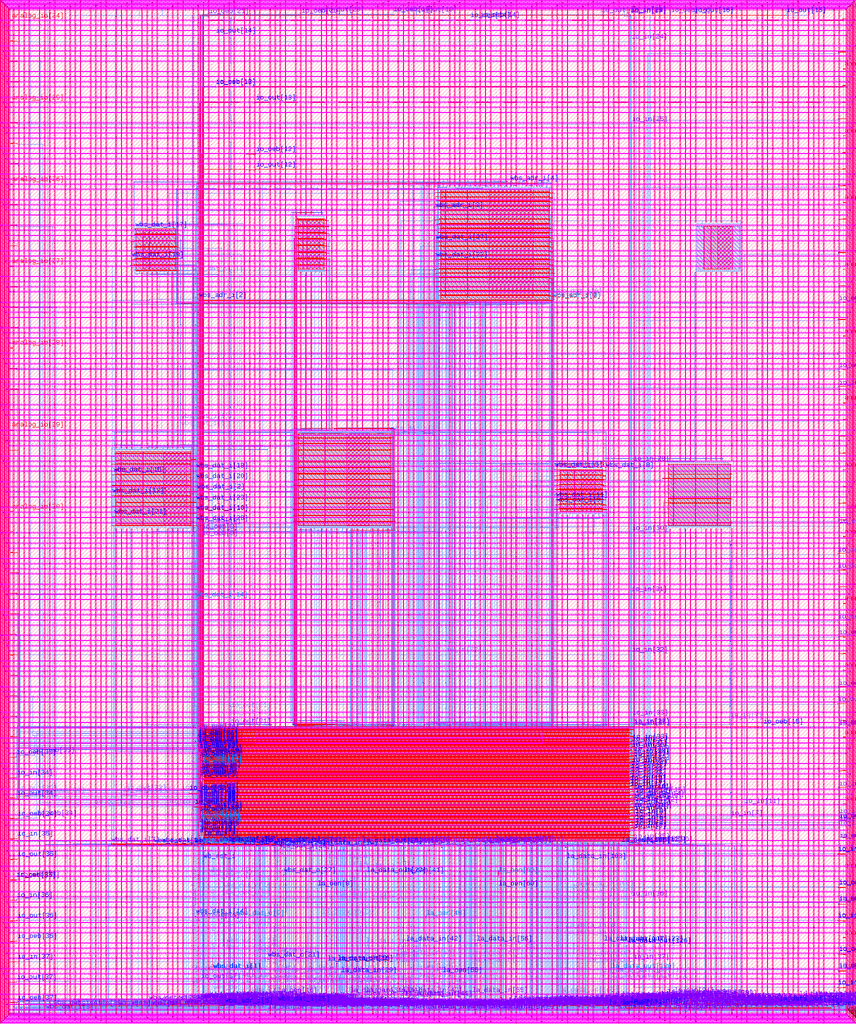
<source format=lef>
VERSION 5.7 ;
  NOWIREEXTENSIONATPIN ON ;
  DIVIDERCHAR "/" ;
  BUSBITCHARS "[]" ;
MACRO user_project_wrapper
  CLASS BLOCK ;
  FOREIGN user_project_wrapper ;
  ORIGIN 0.000 0.000 ;
  SIZE 2920.000 BY 3520.000 ;
  PIN analog_io[0]
    DIRECTION INOUT ;
    PORT
      LAYER met3 ;
        RECT 2917.600 28.980 2924.800 30.180 ;
    END
  END analog_io[0]
  PIN analog_io[10]
    DIRECTION INOUT ;
    PORT
      LAYER met3 ;
        RECT 2917.600 2374.980 2924.800 2376.180 ;
    END
  END analog_io[10]
  PIN analog_io[11]
    DIRECTION INOUT ;
    PORT
      LAYER met3 ;
        RECT 2917.600 2609.580 2924.800 2610.780 ;
    END
  END analog_io[11]
  PIN analog_io[12]
    DIRECTION INOUT ;
    PORT
      LAYER met3 ;
        RECT 2917.600 2844.180 2924.800 2845.380 ;
    END
  END analog_io[12]
  PIN analog_io[13]
    DIRECTION INOUT ;
    PORT
      LAYER met3 ;
        RECT 2917.600 3078.780 2924.800 3079.980 ;
    END
  END analog_io[13]
  PIN analog_io[14]
    DIRECTION INOUT ;
    PORT
      LAYER met3 ;
        RECT 2917.600 3313.380 2924.800 3314.580 ;
    END
  END analog_io[14]
  PIN analog_io[15]
    DIRECTION INOUT ;
    PORT
      LAYER met2 ;
        RECT 2879.090 3517.600 2879.650 3524.800 ;
    END
  END analog_io[15]
  PIN analog_io[16]
    DIRECTION INOUT ;
    PORT
      LAYER met2 ;
        RECT 2554.790 3517.600 2555.350 3524.800 ;
    END
  END analog_io[16]
  PIN analog_io[17]
    DIRECTION INOUT ;
    PORT
      LAYER met2 ;
        RECT 2230.490 3517.600 2231.050 3524.800 ;
    END
  END analog_io[17]
  PIN analog_io[18]
    DIRECTION INOUT ;
    PORT
      LAYER met2 ;
        RECT 1905.730 3517.600 1906.290 3524.800 ;
    END
  END analog_io[18]
  PIN analog_io[19]
    DIRECTION INOUT ;
    PORT
      LAYER met2 ;
        RECT 1581.430 3517.600 1581.990 3524.800 ;
    END
  END analog_io[19]
  PIN analog_io[1]
    DIRECTION INOUT ;
    PORT
      LAYER met3 ;
        RECT 2917.600 263.580 2924.800 264.780 ;
    END
  END analog_io[1]
  PIN analog_io[20]
    DIRECTION INOUT ;
    PORT
      LAYER met2 ;
        RECT 1257.130 3517.600 1257.690 3524.800 ;
    END
  END analog_io[20]
  PIN analog_io[21]
    DIRECTION INOUT ;
    PORT
      LAYER met2 ;
        RECT 932.370 3517.600 932.930 3524.800 ;
    END
  END analog_io[21]
  PIN analog_io[22]
    DIRECTION INOUT ;
    PORT
      LAYER met2 ;
        RECT 608.070 3517.600 608.630 3524.800 ;
    END
  END analog_io[22]
  PIN analog_io[23]
    DIRECTION INOUT ;
    PORT
      LAYER met2 ;
        RECT 283.770 3517.600 284.330 3524.800 ;
    END
  END analog_io[23]
  PIN analog_io[24]
    DIRECTION INOUT ;
    PORT
      LAYER met3 ;
        RECT -4.800 3482.700 2.400 3483.900 ;
    END
  END analog_io[24]
  PIN analog_io[25]
    DIRECTION INOUT ;
    PORT
      LAYER met3 ;
        RECT -4.800 3195.060 2.400 3196.260 ;
    END
  END analog_io[25]
  PIN analog_io[26]
    DIRECTION INOUT ;
    PORT
      LAYER met3 ;
        RECT -4.800 2908.100 2.400 2909.300 ;
    END
  END analog_io[26]
  PIN analog_io[27]
    DIRECTION INOUT ;
    PORT
      LAYER met3 ;
        RECT -4.800 2620.460 2.400 2621.660 ;
    END
  END analog_io[27]
  PIN analog_io[28]
    DIRECTION INOUT ;
    PORT
      LAYER met3 ;
        RECT -4.800 2333.500 2.400 2334.700 ;
    END
  END analog_io[28]
  PIN analog_io[29]
    DIRECTION INOUT ;
    PORT
      LAYER met3 ;
        RECT -4.800 2045.860 2.400 2047.060 ;
    END
  END analog_io[29]
  PIN analog_io[2]
    DIRECTION INOUT ;
    PORT
      LAYER met3 ;
        RECT 2917.600 498.180 2924.800 499.380 ;
    END
  END analog_io[2]
  PIN analog_io[30]
    DIRECTION INOUT ;
    PORT
      LAYER met3 ;
        RECT -4.800 1758.900 2.400 1760.100 ;
    END
  END analog_io[30]
  PIN analog_io[3]
    DIRECTION INOUT ;
    PORT
      LAYER met3 ;
        RECT 2917.600 732.780 2924.800 733.980 ;
    END
  END analog_io[3]
  PIN analog_io[4]
    DIRECTION INOUT ;
    PORT
      LAYER met3 ;
        RECT 2917.600 967.380 2924.800 968.580 ;
    END
  END analog_io[4]
  PIN analog_io[5]
    DIRECTION INOUT ;
    PORT
      LAYER met3 ;
        RECT 2917.600 1201.980 2924.800 1203.180 ;
    END
  END analog_io[5]
  PIN analog_io[6]
    DIRECTION INOUT ;
    PORT
      LAYER met3 ;
        RECT 2917.600 1436.580 2924.800 1437.780 ;
    END
  END analog_io[6]
  PIN analog_io[7]
    DIRECTION INOUT ;
    PORT
      LAYER met3 ;
        RECT 2917.600 1671.180 2924.800 1672.380 ;
    END
  END analog_io[7]
  PIN analog_io[8]
    DIRECTION INOUT ;
    PORT
      LAYER met3 ;
        RECT 2917.600 1905.780 2924.800 1906.980 ;
    END
  END analog_io[8]
  PIN analog_io[9]
    DIRECTION INOUT ;
    PORT
      LAYER met3 ;
        RECT 2917.600 2140.380 2924.800 2141.580 ;
    END
  END analog_io[9]
  PIN io_in[0]
    DIRECTION INPUT ;
    PORT
      LAYER met1 ;
        RECT 2183.690 89.660 2184.010 89.720 ;
        RECT 2898.990 89.660 2899.310 89.720 ;
        RECT 2183.690 89.520 2899.310 89.660 ;
        RECT 2183.690 89.460 2184.010 89.520 ;
        RECT 2898.990 89.460 2899.310 89.520 ;
      LAYER via ;
        RECT 2183.720 89.460 2183.980 89.720 ;
        RECT 2899.020 89.460 2899.280 89.720 ;
      LAYER met2 ;
        RECT 2183.710 601.955 2183.990 602.325 ;
        RECT 2183.780 89.750 2183.920 601.955 ;
        RECT 2183.720 89.430 2183.980 89.750 ;
        RECT 2899.020 89.430 2899.280 89.750 ;
        RECT 2899.080 88.245 2899.220 89.430 ;
        RECT 2899.010 87.875 2899.290 88.245 ;
      LAYER via2 ;
        RECT 2183.710 602.000 2183.990 602.280 ;
        RECT 2899.010 87.920 2899.290 88.200 ;
      LAYER met3 ;
        RECT 2166.000 604.800 2170.000 605.400 ;
        RECT 2169.670 602.290 2169.970 604.800 ;
        RECT 2183.685 602.290 2184.015 602.305 ;
        RECT 2169.670 601.990 2184.015 602.290 ;
        RECT 2183.685 601.975 2184.015 601.990 ;
        RECT 2898.985 88.210 2899.315 88.225 ;
        RECT 2917.600 88.210 2924.800 88.660 ;
        RECT 2898.985 87.910 2924.800 88.210 ;
        RECT 2898.985 87.895 2899.315 87.910 ;
        RECT 2917.600 87.460 2924.800 87.910 ;
    END
  END io_in[0]
  PIN io_in[10]
    DIRECTION INPUT ;
    PORT
      LAYER met1 ;
        RECT 2191.050 2429.200 2191.370 2429.260 ;
        RECT 2900.830 2429.200 2901.150 2429.260 ;
        RECT 2191.050 2429.060 2901.150 2429.200 ;
        RECT 2191.050 2429.000 2191.370 2429.060 ;
        RECT 2900.830 2429.000 2901.150 2429.060 ;
        RECT 2180.470 710.500 2180.790 710.560 ;
        RECT 2191.050 710.500 2191.370 710.560 ;
        RECT 2180.470 710.360 2191.370 710.500 ;
        RECT 2180.470 710.300 2180.790 710.360 ;
        RECT 2191.050 710.300 2191.370 710.360 ;
      LAYER via ;
        RECT 2191.080 2429.000 2191.340 2429.260 ;
        RECT 2900.860 2429.000 2901.120 2429.260 ;
        RECT 2180.500 710.300 2180.760 710.560 ;
        RECT 2191.080 710.300 2191.340 710.560 ;
      LAYER met2 ;
        RECT 2900.850 2433.875 2901.130 2434.245 ;
        RECT 2900.920 2429.290 2901.060 2433.875 ;
        RECT 2191.080 2428.970 2191.340 2429.290 ;
        RECT 2900.860 2428.970 2901.120 2429.290 ;
        RECT 2191.140 710.590 2191.280 2428.970 ;
        RECT 2180.500 710.445 2180.760 710.590 ;
        RECT 2180.490 710.075 2180.770 710.445 ;
        RECT 2191.080 710.270 2191.340 710.590 ;
      LAYER via2 ;
        RECT 2900.850 2433.920 2901.130 2434.200 ;
        RECT 2180.490 710.120 2180.770 710.400 ;
      LAYER met3 ;
        RECT 2900.825 2434.210 2901.155 2434.225 ;
        RECT 2917.600 2434.210 2924.800 2434.660 ;
        RECT 2900.825 2433.910 2924.800 2434.210 ;
        RECT 2900.825 2433.895 2901.155 2433.910 ;
        RECT 2917.600 2433.460 2924.800 2433.910 ;
        RECT 2180.465 710.410 2180.795 710.425 ;
        RECT 2169.670 710.120 2180.795 710.410 ;
        RECT 2166.000 710.110 2180.795 710.120 ;
        RECT 2166.000 709.520 2170.000 710.110 ;
        RECT 2180.465 710.095 2180.795 710.110 ;
    END
  END io_in[10]
  PIN io_in[11]
    DIRECTION INPUT ;
    PORT
      LAYER met1 ;
        RECT 2570.090 2663.800 2570.410 2663.860 ;
        RECT 2900.830 2663.800 2901.150 2663.860 ;
        RECT 2570.090 2663.660 2901.150 2663.800 ;
        RECT 2570.090 2663.600 2570.410 2663.660 ;
        RECT 2900.830 2663.600 2901.150 2663.660 ;
        RECT 2185.070 724.440 2185.390 724.500 ;
        RECT 2570.090 724.440 2570.410 724.500 ;
        RECT 2185.070 724.300 2570.410 724.440 ;
        RECT 2185.070 724.240 2185.390 724.300 ;
        RECT 2570.090 724.240 2570.410 724.300 ;
      LAYER via ;
        RECT 2570.120 2663.600 2570.380 2663.860 ;
        RECT 2900.860 2663.600 2901.120 2663.860 ;
        RECT 2185.100 724.240 2185.360 724.500 ;
        RECT 2570.120 724.240 2570.380 724.500 ;
      LAYER met2 ;
        RECT 2900.850 2669.155 2901.130 2669.525 ;
        RECT 2900.920 2663.890 2901.060 2669.155 ;
        RECT 2570.120 2663.570 2570.380 2663.890 ;
        RECT 2900.860 2663.570 2901.120 2663.890 ;
        RECT 2570.180 724.530 2570.320 2663.570 ;
        RECT 2185.100 724.210 2185.360 724.530 ;
        RECT 2570.120 724.210 2570.380 724.530 ;
        RECT 2185.160 722.685 2185.300 724.210 ;
        RECT 2185.090 722.315 2185.370 722.685 ;
      LAYER via2 ;
        RECT 2900.850 2669.200 2901.130 2669.480 ;
        RECT 2185.090 722.360 2185.370 722.640 ;
      LAYER met3 ;
        RECT 2900.825 2669.490 2901.155 2669.505 ;
        RECT 2917.600 2669.490 2924.800 2669.940 ;
        RECT 2900.825 2669.190 2924.800 2669.490 ;
        RECT 2900.825 2669.175 2901.155 2669.190 ;
        RECT 2917.600 2668.740 2924.800 2669.190 ;
        RECT 2185.065 722.650 2185.395 722.665 ;
        RECT 2169.670 722.350 2185.395 722.650 ;
        RECT 2169.670 721.000 2169.970 722.350 ;
        RECT 2185.065 722.335 2185.395 722.350 ;
        RECT 2166.000 720.400 2170.000 721.000 ;
    END
  END io_in[11]
  PIN io_in[12]
    DIRECTION INPUT ;
    PORT
      LAYER met1 ;
        RECT 2211.290 2898.400 2211.610 2898.460 ;
        RECT 2900.830 2898.400 2901.150 2898.460 ;
        RECT 2211.290 2898.260 2901.150 2898.400 ;
        RECT 2211.290 2898.200 2211.610 2898.260 ;
        RECT 2900.830 2898.200 2901.150 2898.260 ;
        RECT 2186.910 730.900 2187.230 730.960 ;
        RECT 2211.290 730.900 2211.610 730.960 ;
        RECT 2186.910 730.760 2211.610 730.900 ;
        RECT 2186.910 730.700 2187.230 730.760 ;
        RECT 2211.290 730.700 2211.610 730.760 ;
      LAYER via ;
        RECT 2211.320 2898.200 2211.580 2898.460 ;
        RECT 2900.860 2898.200 2901.120 2898.460 ;
        RECT 2186.940 730.700 2187.200 730.960 ;
        RECT 2211.320 730.700 2211.580 730.960 ;
      LAYER met2 ;
        RECT 2900.850 2903.755 2901.130 2904.125 ;
        RECT 2900.920 2898.490 2901.060 2903.755 ;
        RECT 2211.320 2898.170 2211.580 2898.490 ;
        RECT 2900.860 2898.170 2901.120 2898.490 ;
        RECT 2186.930 731.155 2187.210 731.525 ;
        RECT 2187.000 730.990 2187.140 731.155 ;
        RECT 2211.380 730.990 2211.520 2898.170 ;
        RECT 2186.940 730.670 2187.200 730.990 ;
        RECT 2211.320 730.670 2211.580 730.990 ;
      LAYER via2 ;
        RECT 2900.850 2903.800 2901.130 2904.080 ;
        RECT 2186.930 731.200 2187.210 731.480 ;
      LAYER met3 ;
        RECT 2900.825 2904.090 2901.155 2904.105 ;
        RECT 2917.600 2904.090 2924.800 2904.540 ;
        RECT 2900.825 2903.790 2924.800 2904.090 ;
        RECT 2900.825 2903.775 2901.155 2903.790 ;
        RECT 2917.600 2903.340 2924.800 2903.790 ;
        RECT 2186.905 731.490 2187.235 731.505 ;
        RECT 2169.670 731.200 2187.235 731.490 ;
        RECT 2166.000 731.190 2187.235 731.200 ;
        RECT 2166.000 730.600 2170.000 731.190 ;
        RECT 2186.905 731.175 2187.235 731.190 ;
    END
  END io_in[12]
  PIN io_in[13]
    DIRECTION INPUT ;
    PORT
      LAYER met1 ;
        RECT 2225.090 3133.000 2225.410 3133.060 ;
        RECT 2900.830 3133.000 2901.150 3133.060 ;
        RECT 2225.090 3132.860 2901.150 3133.000 ;
        RECT 2225.090 3132.800 2225.410 3132.860 ;
        RECT 2900.830 3132.800 2901.150 3132.860 ;
        RECT 2180.470 745.180 2180.790 745.240 ;
        RECT 2225.090 745.180 2225.410 745.240 ;
        RECT 2180.470 745.040 2225.410 745.180 ;
        RECT 2180.470 744.980 2180.790 745.040 ;
        RECT 2225.090 744.980 2225.410 745.040 ;
      LAYER via ;
        RECT 2225.120 3132.800 2225.380 3133.060 ;
        RECT 2900.860 3132.800 2901.120 3133.060 ;
        RECT 2180.500 744.980 2180.760 745.240 ;
        RECT 2225.120 744.980 2225.380 745.240 ;
      LAYER met2 ;
        RECT 2900.850 3138.355 2901.130 3138.725 ;
        RECT 2900.920 3133.090 2901.060 3138.355 ;
        RECT 2225.120 3132.770 2225.380 3133.090 ;
        RECT 2900.860 3132.770 2901.120 3133.090 ;
        RECT 2225.180 745.270 2225.320 3132.770 ;
        RECT 2180.500 744.950 2180.760 745.270 ;
        RECT 2225.120 744.950 2225.380 745.270 ;
        RECT 2180.560 743.765 2180.700 744.950 ;
        RECT 2180.490 743.395 2180.770 743.765 ;
      LAYER via2 ;
        RECT 2900.850 3138.400 2901.130 3138.680 ;
        RECT 2180.490 743.440 2180.770 743.720 ;
      LAYER met3 ;
        RECT 2900.825 3138.690 2901.155 3138.705 ;
        RECT 2917.600 3138.690 2924.800 3139.140 ;
        RECT 2900.825 3138.390 2924.800 3138.690 ;
        RECT 2900.825 3138.375 2901.155 3138.390 ;
        RECT 2917.600 3137.940 2924.800 3138.390 ;
        RECT 2180.465 743.730 2180.795 743.745 ;
        RECT 2169.670 743.430 2180.795 743.730 ;
        RECT 2169.670 742.080 2169.970 743.430 ;
        RECT 2180.465 743.415 2180.795 743.430 ;
        RECT 2166.000 741.480 2170.000 742.080 ;
    END
  END io_in[13]
  PIN io_in[14]
    DIRECTION INPUT ;
    PORT
      LAYER met1 ;
        RECT 2231.990 3367.600 2232.310 3367.660 ;
        RECT 2900.830 3367.600 2901.150 3367.660 ;
        RECT 2231.990 3367.460 2901.150 3367.600 ;
        RECT 2231.990 3367.400 2232.310 3367.460 ;
        RECT 2900.830 3367.400 2901.150 3367.460 ;
        RECT 2186.910 751.980 2187.230 752.040 ;
        RECT 2231.990 751.980 2232.310 752.040 ;
        RECT 2186.910 751.840 2232.310 751.980 ;
        RECT 2186.910 751.780 2187.230 751.840 ;
        RECT 2231.990 751.780 2232.310 751.840 ;
      LAYER via ;
        RECT 2232.020 3367.400 2232.280 3367.660 ;
        RECT 2900.860 3367.400 2901.120 3367.660 ;
        RECT 2186.940 751.780 2187.200 752.040 ;
        RECT 2232.020 751.780 2232.280 752.040 ;
      LAYER met2 ;
        RECT 2900.850 3372.955 2901.130 3373.325 ;
        RECT 2900.920 3367.690 2901.060 3372.955 ;
        RECT 2232.020 3367.370 2232.280 3367.690 ;
        RECT 2900.860 3367.370 2901.120 3367.690 ;
        RECT 2232.080 752.070 2232.220 3367.370 ;
        RECT 2186.940 751.750 2187.200 752.070 ;
        RECT 2232.020 751.750 2232.280 752.070 ;
        RECT 2187.000 751.245 2187.140 751.750 ;
        RECT 2186.930 750.875 2187.210 751.245 ;
      LAYER via2 ;
        RECT 2900.850 3373.000 2901.130 3373.280 ;
        RECT 2186.930 750.920 2187.210 751.200 ;
      LAYER met3 ;
        RECT 2900.825 3373.290 2901.155 3373.305 ;
        RECT 2917.600 3373.290 2924.800 3373.740 ;
        RECT 2900.825 3372.990 2924.800 3373.290 ;
        RECT 2900.825 3372.975 2901.155 3372.990 ;
        RECT 2917.600 3372.540 2924.800 3372.990 ;
        RECT 2166.000 751.680 2170.000 752.280 ;
        RECT 2169.670 751.210 2169.970 751.680 ;
        RECT 2186.905 751.210 2187.235 751.225 ;
        RECT 2169.670 750.910 2187.235 751.210 ;
        RECT 2186.905 750.895 2187.235 750.910 ;
    END
  END io_in[14]
  PIN io_in[15]
    DIRECTION INPUT ;
    PORT
      LAYER met1 ;
        RECT 2238.890 3501.560 2239.210 3501.620 ;
        RECT 2798.250 3501.560 2798.570 3501.620 ;
        RECT 2238.890 3501.420 2798.570 3501.560 ;
        RECT 2238.890 3501.360 2239.210 3501.420 ;
        RECT 2798.250 3501.360 2798.570 3501.420 ;
        RECT 2186.910 765.920 2187.230 765.980 ;
        RECT 2238.890 765.920 2239.210 765.980 ;
        RECT 2186.910 765.780 2239.210 765.920 ;
        RECT 2186.910 765.720 2187.230 765.780 ;
        RECT 2238.890 765.720 2239.210 765.780 ;
      LAYER via ;
        RECT 2238.920 3501.360 2239.180 3501.620 ;
        RECT 2798.280 3501.360 2798.540 3501.620 ;
        RECT 2186.940 765.720 2187.200 765.980 ;
        RECT 2238.920 765.720 2239.180 765.980 ;
      LAYER met2 ;
        RECT 2798.130 3517.600 2798.690 3524.800 ;
        RECT 2798.340 3501.650 2798.480 3517.600 ;
        RECT 2238.920 3501.330 2239.180 3501.650 ;
        RECT 2798.280 3501.330 2798.540 3501.650 ;
        RECT 2238.980 766.010 2239.120 3501.330 ;
        RECT 2186.940 765.690 2187.200 766.010 ;
        RECT 2238.920 765.690 2239.180 766.010 ;
        RECT 2187.000 764.165 2187.140 765.690 ;
        RECT 2186.930 763.795 2187.210 764.165 ;
      LAYER via2 ;
        RECT 2186.930 763.840 2187.210 764.120 ;
      LAYER met3 ;
        RECT 2186.905 764.130 2187.235 764.145 ;
        RECT 2169.670 763.830 2187.235 764.130 ;
        RECT 2169.670 763.160 2169.970 763.830 ;
        RECT 2186.905 763.815 2187.235 763.830 ;
        RECT 2166.000 762.560 2170.000 763.160 ;
    END
  END io_in[15]
  PIN io_in[16]
    DIRECTION INPUT ;
    PORT
      LAYER met1 ;
        RECT 2190.590 3502.240 2190.910 3502.300 ;
        RECT 2473.950 3502.240 2474.270 3502.300 ;
        RECT 2190.590 3502.100 2474.270 3502.240 ;
        RECT 2190.590 3502.040 2190.910 3502.100 ;
        RECT 2473.950 3502.040 2474.270 3502.100 ;
        RECT 2180.470 776.120 2180.790 776.180 ;
        RECT 2190.590 776.120 2190.910 776.180 ;
        RECT 2180.470 775.980 2190.910 776.120 ;
        RECT 2180.470 775.920 2180.790 775.980 ;
        RECT 2190.590 775.920 2190.910 775.980 ;
      LAYER via ;
        RECT 2190.620 3502.040 2190.880 3502.300 ;
        RECT 2473.980 3502.040 2474.240 3502.300 ;
        RECT 2180.500 775.920 2180.760 776.180 ;
        RECT 2190.620 775.920 2190.880 776.180 ;
      LAYER met2 ;
        RECT 2473.830 3517.600 2474.390 3524.800 ;
        RECT 2474.040 3502.330 2474.180 3517.600 ;
        RECT 2190.620 3502.010 2190.880 3502.330 ;
        RECT 2473.980 3502.010 2474.240 3502.330 ;
        RECT 2190.680 776.210 2190.820 3502.010 ;
        RECT 2180.500 775.890 2180.760 776.210 ;
        RECT 2190.620 775.890 2190.880 776.210 ;
        RECT 2180.560 775.725 2180.700 775.890 ;
        RECT 2180.490 775.355 2180.770 775.725 ;
      LAYER via2 ;
        RECT 2180.490 775.400 2180.770 775.680 ;
      LAYER met3 ;
        RECT 2180.465 775.690 2180.795 775.705 ;
        RECT 2169.670 775.390 2180.795 775.690 ;
        RECT 2169.670 773.360 2169.970 775.390 ;
        RECT 2180.465 775.375 2180.795 775.390 ;
        RECT 2166.000 772.760 2170.000 773.360 ;
    END
  END io_in[16]
  PIN io_in[17]
    DIRECTION INPUT ;
    PORT
      LAYER met1 ;
        RECT 2149.190 3498.500 2149.510 3498.560 ;
        RECT 2169.430 3498.500 2169.750 3498.560 ;
        RECT 2149.190 3498.360 2169.750 3498.500 ;
        RECT 2149.190 3498.300 2149.510 3498.360 ;
        RECT 2169.430 3498.300 2169.750 3498.360 ;
      LAYER via ;
        RECT 2149.220 3498.300 2149.480 3498.560 ;
        RECT 2169.460 3498.300 2169.720 3498.560 ;
      LAYER met2 ;
        RECT 2149.070 3517.600 2149.630 3524.800 ;
        RECT 2149.280 3498.590 2149.420 3517.600 ;
        RECT 2149.220 3498.270 2149.480 3498.590 ;
        RECT 2169.460 3498.270 2169.720 3498.590 ;
        RECT 2169.520 786.605 2169.660 3498.270 ;
        RECT 2169.450 786.235 2169.730 786.605 ;
      LAYER via2 ;
        RECT 2169.450 786.280 2169.730 786.560 ;
      LAYER met3 ;
        RECT 2169.425 786.570 2169.755 786.585 ;
        RECT 2169.425 786.255 2169.970 786.570 ;
        RECT 2169.670 784.240 2169.970 786.255 ;
        RECT 2166.000 783.640 2170.000 784.240 ;
    END
  END io_in[17]
  PIN io_in[18]
    DIRECTION INPUT ;
    PORT
      LAYER met1 ;
        RECT 1824.890 3503.600 1825.210 3503.660 ;
        RECT 2169.890 3503.600 2170.210 3503.660 ;
        RECT 1824.890 3503.460 2170.210 3503.600 ;
        RECT 1824.890 3503.400 1825.210 3503.460 ;
        RECT 2169.890 3503.400 2170.210 3503.460 ;
      LAYER via ;
        RECT 1824.920 3503.400 1825.180 3503.660 ;
        RECT 2169.920 3503.400 2170.180 3503.660 ;
      LAYER met2 ;
        RECT 1824.770 3517.600 1825.330 3524.800 ;
        RECT 1824.980 3503.690 1825.120 3517.600 ;
        RECT 1824.920 3503.370 1825.180 3503.690 ;
        RECT 2169.920 3503.370 2170.180 3503.690 ;
        RECT 2169.980 796.805 2170.120 3503.370 ;
        RECT 2169.910 796.435 2170.190 796.805 ;
      LAYER via2 ;
        RECT 2169.910 796.480 2170.190 796.760 ;
      LAYER met3 ;
        RECT 2169.885 796.770 2170.215 796.785 ;
        RECT 2169.670 796.455 2170.215 796.770 ;
        RECT 2169.670 794.440 2169.970 796.455 ;
        RECT 2166.000 793.840 2170.000 794.440 ;
    END
  END io_in[18]
  PIN io_in[19]
    DIRECTION INPUT ;
    PORT
      LAYER met1 ;
        RECT 1500.590 3504.620 1500.910 3504.680 ;
        RECT 2170.350 3504.620 2170.670 3504.680 ;
        RECT 1500.590 3504.480 2170.670 3504.620 ;
        RECT 1500.590 3504.420 1500.910 3504.480 ;
        RECT 2170.350 3504.420 2170.670 3504.480 ;
      LAYER via ;
        RECT 1500.620 3504.420 1500.880 3504.680 ;
        RECT 2170.380 3504.420 2170.640 3504.680 ;
      LAYER met2 ;
        RECT 1500.470 3517.600 1501.030 3524.800 ;
        RECT 1500.680 3504.710 1500.820 3517.600 ;
        RECT 1500.620 3504.390 1500.880 3504.710 ;
        RECT 2170.380 3504.390 2170.640 3504.710 ;
        RECT 2170.440 806.325 2170.580 3504.390 ;
        RECT 2170.370 805.955 2170.650 806.325 ;
      LAYER via2 ;
        RECT 2170.370 806.000 2170.650 806.280 ;
      LAYER met3 ;
        RECT 2170.345 806.290 2170.675 806.305 ;
        RECT 2169.670 805.990 2170.675 806.290 ;
        RECT 2169.670 805.320 2169.970 805.990 ;
        RECT 2170.345 805.975 2170.675 805.990 ;
        RECT 2166.000 804.720 2170.000 805.320 ;
    END
  END io_in[19]
  PIN io_in[1]
    DIRECTION INPUT ;
    PORT
      LAYER met1 ;
        RECT 2184.150 324.260 2184.470 324.320 ;
        RECT 2898.990 324.260 2899.310 324.320 ;
        RECT 2184.150 324.120 2899.310 324.260 ;
        RECT 2184.150 324.060 2184.470 324.120 ;
        RECT 2898.990 324.060 2899.310 324.120 ;
      LAYER via ;
        RECT 2184.180 324.060 2184.440 324.320 ;
        RECT 2899.020 324.060 2899.280 324.320 ;
      LAYER met2 ;
        RECT 2184.170 614.195 2184.450 614.565 ;
        RECT 2184.240 324.350 2184.380 614.195 ;
        RECT 2184.180 324.030 2184.440 324.350 ;
        RECT 2899.020 324.030 2899.280 324.350 ;
        RECT 2899.080 322.845 2899.220 324.030 ;
        RECT 2899.010 322.475 2899.290 322.845 ;
      LAYER via2 ;
        RECT 2184.170 614.240 2184.450 614.520 ;
        RECT 2899.010 322.520 2899.290 322.800 ;
      LAYER met3 ;
        RECT 2166.000 615.000 2170.000 615.600 ;
        RECT 2169.670 614.530 2169.970 615.000 ;
        RECT 2184.145 614.530 2184.475 614.545 ;
        RECT 2169.670 614.230 2184.475 614.530 ;
        RECT 2184.145 614.215 2184.475 614.230 ;
        RECT 2898.985 322.810 2899.315 322.825 ;
        RECT 2917.600 322.810 2924.800 323.260 ;
        RECT 2898.985 322.510 2924.800 322.810 ;
        RECT 2898.985 322.495 2899.315 322.510 ;
        RECT 2917.600 322.060 2924.800 322.510 ;
    END
  END io_in[1]
  PIN io_in[20]
    DIRECTION INPUT ;
    PORT
      LAYER met1 ;
        RECT 1175.830 3503.940 1176.150 3504.000 ;
        RECT 2170.810 3503.940 2171.130 3504.000 ;
        RECT 1175.830 3503.800 2171.130 3503.940 ;
        RECT 1175.830 3503.740 1176.150 3503.800 ;
        RECT 2170.810 3503.740 2171.130 3503.800 ;
      LAYER via ;
        RECT 1175.860 3503.740 1176.120 3504.000 ;
        RECT 2170.840 3503.740 2171.100 3504.000 ;
      LAYER met2 ;
        RECT 1175.710 3517.600 1176.270 3524.800 ;
        RECT 1175.920 3504.030 1176.060 3517.600 ;
        RECT 1175.860 3503.710 1176.120 3504.030 ;
        RECT 2170.840 3503.710 2171.100 3504.030 ;
        RECT 2170.900 817.885 2171.040 3503.710 ;
        RECT 2170.830 817.515 2171.110 817.885 ;
      LAYER via2 ;
        RECT 2170.830 817.560 2171.110 817.840 ;
      LAYER met3 ;
        RECT 2170.805 817.850 2171.135 817.865 ;
        RECT 2169.670 817.550 2171.135 817.850 ;
        RECT 2169.670 815.520 2169.970 817.550 ;
        RECT 2170.805 817.535 2171.135 817.550 ;
        RECT 2166.000 814.920 2170.000 815.520 ;
    END
  END io_in[20]
  PIN io_in[21]
    DIRECTION INPUT ;
    PORT
      LAYER met1 ;
        RECT 851.530 3503.260 851.850 3503.320 ;
        RECT 2171.730 3503.260 2172.050 3503.320 ;
        RECT 851.530 3503.120 2172.050 3503.260 ;
        RECT 851.530 3503.060 851.850 3503.120 ;
        RECT 2171.730 3503.060 2172.050 3503.120 ;
      LAYER via ;
        RECT 851.560 3503.060 851.820 3503.320 ;
        RECT 2171.760 3503.060 2172.020 3503.320 ;
      LAYER met2 ;
        RECT 851.410 3517.600 851.970 3524.800 ;
        RECT 851.620 3503.350 851.760 3517.600 ;
        RECT 851.560 3503.030 851.820 3503.350 ;
        RECT 2171.760 3503.030 2172.020 3503.350 ;
        RECT 2171.820 828.085 2171.960 3503.030 ;
        RECT 2171.750 827.715 2172.030 828.085 ;
      LAYER via2 ;
        RECT 2171.750 827.760 2172.030 828.040 ;
      LAYER met3 ;
        RECT 2171.725 828.050 2172.055 828.065 ;
        RECT 2169.670 827.750 2172.055 828.050 ;
        RECT 2169.670 825.720 2169.970 827.750 ;
        RECT 2171.725 827.735 2172.055 827.750 ;
        RECT 2166.000 825.120 2170.000 825.720 ;
    END
  END io_in[21]
  PIN io_in[22]
    DIRECTION INPUT ;
    PORT
      LAYER met1 ;
        RECT 527.230 3502.240 527.550 3502.300 ;
        RECT 2172.190 3502.240 2172.510 3502.300 ;
        RECT 527.230 3502.100 2172.510 3502.240 ;
        RECT 527.230 3502.040 527.550 3502.100 ;
        RECT 2172.190 3502.040 2172.510 3502.100 ;
      LAYER via ;
        RECT 527.260 3502.040 527.520 3502.300 ;
        RECT 2172.220 3502.040 2172.480 3502.300 ;
      LAYER met2 ;
        RECT 527.110 3517.600 527.670 3524.800 ;
        RECT 527.320 3502.330 527.460 3517.600 ;
        RECT 527.260 3502.010 527.520 3502.330 ;
        RECT 2172.220 3502.010 2172.480 3502.330 ;
        RECT 2172.280 838.965 2172.420 3502.010 ;
        RECT 2172.210 838.595 2172.490 838.965 ;
      LAYER via2 ;
        RECT 2172.210 838.640 2172.490 838.920 ;
      LAYER met3 ;
        RECT 2172.185 838.930 2172.515 838.945 ;
        RECT 2169.670 838.630 2172.515 838.930 ;
        RECT 2169.670 836.600 2169.970 838.630 ;
        RECT 2172.185 838.615 2172.515 838.630 ;
        RECT 2166.000 836.000 2170.000 836.600 ;
    END
  END io_in[22]
  PIN io_in[23]
    DIRECTION INPUT ;
    PORT
      LAYER met1 ;
        RECT 202.470 3501.560 202.790 3501.620 ;
        RECT 2171.270 3501.560 2171.590 3501.620 ;
        RECT 202.470 3501.420 2171.590 3501.560 ;
        RECT 202.470 3501.360 202.790 3501.420 ;
        RECT 2171.270 3501.360 2171.590 3501.420 ;
      LAYER via ;
        RECT 202.500 3501.360 202.760 3501.620 ;
        RECT 2171.300 3501.360 2171.560 3501.620 ;
      LAYER met2 ;
        RECT 202.350 3517.600 202.910 3524.800 ;
        RECT 202.560 3501.650 202.700 3517.600 ;
        RECT 202.500 3501.330 202.760 3501.650 ;
        RECT 2171.300 3501.330 2171.560 3501.650 ;
        RECT 2171.360 848.485 2171.500 3501.330 ;
        RECT 2171.290 848.115 2171.570 848.485 ;
      LAYER via2 ;
        RECT 2171.290 848.160 2171.570 848.440 ;
      LAYER met3 ;
        RECT 2171.265 848.450 2171.595 848.465 ;
        RECT 2169.670 848.150 2171.595 848.450 ;
        RECT 2169.670 846.800 2169.970 848.150 ;
        RECT 2171.265 848.135 2171.595 848.150 ;
        RECT 2166.000 846.200 2170.000 846.800 ;
    END
  END io_in[23]
  PIN io_in[24]
    DIRECTION INPUT ;
    PORT
      LAYER met1 ;
        RECT 17.550 3408.740 17.870 3408.800 ;
        RECT 2173.570 3408.740 2173.890 3408.800 ;
        RECT 17.550 3408.600 2173.890 3408.740 ;
        RECT 17.550 3408.540 17.870 3408.600 ;
        RECT 2173.570 3408.540 2173.890 3408.600 ;
      LAYER via ;
        RECT 17.580 3408.540 17.840 3408.800 ;
        RECT 2173.600 3408.540 2173.860 3408.800 ;
      LAYER met2 ;
        RECT 17.570 3411.035 17.850 3411.405 ;
        RECT 17.640 3408.830 17.780 3411.035 ;
        RECT 17.580 3408.510 17.840 3408.830 ;
        RECT 2173.600 3408.510 2173.860 3408.830 ;
        RECT 2173.660 860.045 2173.800 3408.510 ;
        RECT 2173.590 859.675 2173.870 860.045 ;
      LAYER via2 ;
        RECT 17.570 3411.080 17.850 3411.360 ;
        RECT 2173.590 859.720 2173.870 860.000 ;
      LAYER met3 ;
        RECT -4.800 3411.370 2.400 3411.820 ;
        RECT 17.545 3411.370 17.875 3411.385 ;
        RECT -4.800 3411.070 17.875 3411.370 ;
        RECT -4.800 3410.620 2.400 3411.070 ;
        RECT 17.545 3411.055 17.875 3411.070 ;
        RECT 2173.565 860.010 2173.895 860.025 ;
        RECT 2169.670 859.710 2173.895 860.010 ;
        RECT 2169.670 857.680 2169.970 859.710 ;
        RECT 2173.565 859.695 2173.895 859.710 ;
        RECT 2166.000 857.080 2170.000 857.680 ;
    END
  END io_in[24]
  PIN io_in[25]
    DIRECTION INPUT ;
    PORT
      LAYER met1 ;
        RECT 17.090 3119.060 17.410 3119.120 ;
        RECT 2174.030 3119.060 2174.350 3119.120 ;
        RECT 17.090 3118.920 2174.350 3119.060 ;
        RECT 17.090 3118.860 17.410 3118.920 ;
        RECT 2174.030 3118.860 2174.350 3118.920 ;
      LAYER via ;
        RECT 17.120 3118.860 17.380 3119.120 ;
        RECT 2174.060 3118.860 2174.320 3119.120 ;
      LAYER met2 ;
        RECT 17.110 3124.075 17.390 3124.445 ;
        RECT 17.180 3119.150 17.320 3124.075 ;
        RECT 17.120 3118.830 17.380 3119.150 ;
        RECT 2174.060 3118.830 2174.320 3119.150 ;
        RECT 2174.120 869.565 2174.260 3118.830 ;
        RECT 2174.050 869.195 2174.330 869.565 ;
      LAYER via2 ;
        RECT 17.110 3124.120 17.390 3124.400 ;
        RECT 2174.050 869.240 2174.330 869.520 ;
      LAYER met3 ;
        RECT -4.800 3124.410 2.400 3124.860 ;
        RECT 17.085 3124.410 17.415 3124.425 ;
        RECT -4.800 3124.110 17.415 3124.410 ;
        RECT -4.800 3123.660 2.400 3124.110 ;
        RECT 17.085 3124.095 17.415 3124.110 ;
        RECT 2174.025 869.530 2174.355 869.545 ;
        RECT 2169.670 869.230 2174.355 869.530 ;
        RECT 2169.670 867.880 2169.970 869.230 ;
        RECT 2174.025 869.215 2174.355 869.230 ;
        RECT 2166.000 867.280 2170.000 867.880 ;
    END
  END io_in[25]
  PIN io_in[26]
    DIRECTION INPUT ;
    PORT
      LAYER met1 ;
        RECT 17.090 1004.940 17.410 1005.000 ;
        RECT 2181.850 1004.940 2182.170 1005.000 ;
        RECT 17.090 1004.800 2182.170 1004.940 ;
        RECT 17.090 1004.740 17.410 1004.800 ;
        RECT 2181.850 1004.740 2182.170 1004.800 ;
      LAYER via ;
        RECT 17.120 1004.740 17.380 1005.000 ;
        RECT 2181.880 1004.740 2182.140 1005.000 ;
      LAYER met2 ;
        RECT 17.110 2836.435 17.390 2836.805 ;
        RECT 17.180 1005.030 17.320 2836.435 ;
        RECT 17.120 1004.710 17.380 1005.030 ;
        RECT 2181.880 1004.710 2182.140 1005.030 ;
        RECT 2181.940 881.125 2182.080 1004.710 ;
        RECT 2181.870 880.755 2182.150 881.125 ;
      LAYER via2 ;
        RECT 17.110 2836.480 17.390 2836.760 ;
        RECT 2181.870 880.800 2182.150 881.080 ;
      LAYER met3 ;
        RECT -4.800 2836.770 2.400 2837.220 ;
        RECT 17.085 2836.770 17.415 2836.785 ;
        RECT -4.800 2836.470 17.415 2836.770 ;
        RECT -4.800 2836.020 2.400 2836.470 ;
        RECT 17.085 2836.455 17.415 2836.470 ;
        RECT 2181.845 881.090 2182.175 881.105 ;
        RECT 2169.670 880.790 2182.175 881.090 ;
        RECT 2169.670 878.760 2169.970 880.790 ;
        RECT 2181.845 880.775 2182.175 880.790 ;
        RECT 2166.000 878.160 2170.000 878.760 ;
    END
  END io_in[26]
  PIN io_in[27]
    DIRECTION INPUT ;
    PORT
      LAYER met1 ;
        RECT 18.010 1005.280 18.330 1005.340 ;
        RECT 2182.310 1005.280 2182.630 1005.340 ;
        RECT 18.010 1005.140 2182.630 1005.280 ;
        RECT 18.010 1005.080 18.330 1005.140 ;
        RECT 2182.310 1005.080 2182.630 1005.140 ;
      LAYER via ;
        RECT 18.040 1005.080 18.300 1005.340 ;
        RECT 2182.340 1005.080 2182.600 1005.340 ;
      LAYER met2 ;
        RECT 18.030 2549.475 18.310 2549.845 ;
        RECT 18.100 1005.370 18.240 2549.475 ;
        RECT 18.040 1005.050 18.300 1005.370 ;
        RECT 2182.340 1005.050 2182.600 1005.370 ;
        RECT 2182.400 889.965 2182.540 1005.050 ;
        RECT 2182.330 889.595 2182.610 889.965 ;
      LAYER via2 ;
        RECT 18.030 2549.520 18.310 2549.800 ;
        RECT 2182.330 889.640 2182.610 889.920 ;
      LAYER met3 ;
        RECT -4.800 2549.810 2.400 2550.260 ;
        RECT 18.005 2549.810 18.335 2549.825 ;
        RECT -4.800 2549.510 18.335 2549.810 ;
        RECT -4.800 2549.060 2.400 2549.510 ;
        RECT 18.005 2549.495 18.335 2549.510 ;
        RECT 2182.305 889.930 2182.635 889.945 ;
        RECT 2169.670 889.630 2182.635 889.930 ;
        RECT 2169.670 888.960 2169.970 889.630 ;
        RECT 2182.305 889.615 2182.635 889.630 ;
        RECT 2166.000 888.360 2170.000 888.960 ;
    END
  END io_in[27]
  PIN io_in[28]
    DIRECTION INPUT ;
    PORT
      LAYER met1 ;
        RECT 15.250 2256.820 15.570 2256.880 ;
        RECT 1336.370 2256.820 1336.690 2256.880 ;
        RECT 15.250 2256.680 1336.690 2256.820 ;
        RECT 15.250 2256.620 15.570 2256.680 ;
        RECT 1336.370 2256.620 1336.690 2256.680 ;
        RECT 1336.370 1928.380 1336.690 1928.440 ;
        RECT 2180.470 1928.380 2180.790 1928.440 ;
        RECT 1336.370 1928.240 2180.790 1928.380 ;
        RECT 1336.370 1928.180 1336.690 1928.240 ;
        RECT 2180.470 1928.180 2180.790 1928.240 ;
      LAYER via ;
        RECT 15.280 2256.620 15.540 2256.880 ;
        RECT 1336.400 2256.620 1336.660 2256.880 ;
        RECT 1336.400 1928.180 1336.660 1928.440 ;
        RECT 2180.500 1928.180 2180.760 1928.440 ;
      LAYER met2 ;
        RECT 15.270 2261.835 15.550 2262.205 ;
        RECT 15.340 2256.910 15.480 2261.835 ;
        RECT 15.280 2256.590 15.540 2256.910 ;
        RECT 1336.400 2256.590 1336.660 2256.910 ;
        RECT 1336.460 1928.470 1336.600 2256.590 ;
        RECT 1336.400 1928.150 1336.660 1928.470 ;
        RECT 2180.500 1928.150 2180.760 1928.470 ;
        RECT 2180.560 901.525 2180.700 1928.150 ;
        RECT 2180.490 901.155 2180.770 901.525 ;
      LAYER via2 ;
        RECT 15.270 2261.880 15.550 2262.160 ;
        RECT 2180.490 901.200 2180.770 901.480 ;
      LAYER met3 ;
        RECT -4.800 2262.170 2.400 2262.620 ;
        RECT 15.245 2262.170 15.575 2262.185 ;
        RECT -4.800 2261.870 15.575 2262.170 ;
        RECT -4.800 2261.420 2.400 2261.870 ;
        RECT 15.245 2261.855 15.575 2261.870 ;
        RECT 2180.465 901.490 2180.795 901.505 ;
        RECT 2169.670 901.190 2180.795 901.490 ;
        RECT 2169.670 899.840 2169.970 901.190 ;
        RECT 2180.465 901.175 2180.795 901.190 ;
        RECT 2166.000 899.240 2170.000 899.840 ;
    END
  END io_in[28]
  PIN io_in[29]
    DIRECTION INPUT ;
    PORT
      LAYER met1 ;
        RECT 19.390 1005.620 19.710 1005.680 ;
        RECT 2182.770 1005.620 2183.090 1005.680 ;
        RECT 19.390 1005.480 2183.090 1005.620 ;
        RECT 19.390 1005.420 19.710 1005.480 ;
        RECT 2182.770 1005.420 2183.090 1005.480 ;
      LAYER via ;
        RECT 19.420 1005.420 19.680 1005.680 ;
        RECT 2182.800 1005.420 2183.060 1005.680 ;
      LAYER met2 ;
        RECT 19.410 1974.875 19.690 1975.245 ;
        RECT 19.480 1005.710 19.620 1974.875 ;
        RECT 19.420 1005.390 19.680 1005.710 ;
        RECT 2182.800 1005.390 2183.060 1005.710 ;
        RECT 2182.860 910.365 2183.000 1005.390 ;
        RECT 2182.790 909.995 2183.070 910.365 ;
      LAYER via2 ;
        RECT 19.410 1974.920 19.690 1975.200 ;
        RECT 2182.790 910.040 2183.070 910.320 ;
      LAYER met3 ;
        RECT -4.800 1975.210 2.400 1975.660 ;
        RECT 19.385 1975.210 19.715 1975.225 ;
        RECT -4.800 1974.910 19.715 1975.210 ;
        RECT -4.800 1974.460 2.400 1974.910 ;
        RECT 19.385 1974.895 19.715 1974.910 ;
        RECT 2182.765 910.330 2183.095 910.345 ;
        RECT 2169.670 910.040 2183.095 910.330 ;
        RECT 2166.000 910.030 2183.095 910.040 ;
        RECT 2166.000 909.440 2170.000 910.030 ;
        RECT 2182.765 910.015 2183.095 910.030 ;
    END
  END io_in[29]
  PIN io_in[2]
    DIRECTION INPUT ;
    PORT
      LAYER met1 ;
        RECT 2184.610 558.860 2184.930 558.920 ;
        RECT 2898.990 558.860 2899.310 558.920 ;
        RECT 2184.610 558.720 2899.310 558.860 ;
        RECT 2184.610 558.660 2184.930 558.720 ;
        RECT 2898.990 558.660 2899.310 558.720 ;
      LAYER via ;
        RECT 2184.640 558.660 2184.900 558.920 ;
        RECT 2899.020 558.660 2899.280 558.920 ;
      LAYER met2 ;
        RECT 2184.630 622.355 2184.910 622.725 ;
        RECT 2184.700 558.950 2184.840 622.355 ;
        RECT 2184.640 558.630 2184.900 558.950 ;
        RECT 2899.020 558.630 2899.280 558.950 ;
        RECT 2899.080 557.445 2899.220 558.630 ;
        RECT 2899.010 557.075 2899.290 557.445 ;
      LAYER via2 ;
        RECT 2184.630 622.400 2184.910 622.680 ;
        RECT 2899.010 557.120 2899.290 557.400 ;
      LAYER met3 ;
        RECT 2166.000 625.200 2170.000 625.800 ;
        RECT 2169.670 622.690 2169.970 625.200 ;
        RECT 2184.605 622.690 2184.935 622.705 ;
        RECT 2169.670 622.390 2184.935 622.690 ;
        RECT 2184.605 622.375 2184.935 622.390 ;
        RECT 2898.985 557.410 2899.315 557.425 ;
        RECT 2917.600 557.410 2924.800 557.860 ;
        RECT 2898.985 557.110 2924.800 557.410 ;
        RECT 2898.985 557.095 2899.315 557.110 ;
        RECT 2917.600 556.660 2924.800 557.110 ;
    END
  END io_in[2]
  PIN io_in[30]
    DIRECTION INPUT ;
    PORT
      LAYER met1 ;
        RECT 14.790 1683.920 15.110 1683.980 ;
        RECT 2174.490 1683.920 2174.810 1683.980 ;
        RECT 14.790 1683.780 2174.810 1683.920 ;
        RECT 14.790 1683.720 15.110 1683.780 ;
        RECT 2174.490 1683.720 2174.810 1683.780 ;
      LAYER via ;
        RECT 14.820 1683.720 15.080 1683.980 ;
        RECT 2174.520 1683.720 2174.780 1683.980 ;
      LAYER met2 ;
        RECT 14.810 1687.235 15.090 1687.605 ;
        RECT 14.880 1684.010 15.020 1687.235 ;
        RECT 14.820 1683.690 15.080 1684.010 ;
        RECT 2174.520 1683.690 2174.780 1684.010 ;
        RECT 2174.580 923.285 2174.720 1683.690 ;
        RECT 2174.510 922.915 2174.790 923.285 ;
      LAYER via2 ;
        RECT 14.810 1687.280 15.090 1687.560 ;
        RECT 2174.510 922.960 2174.790 923.240 ;
      LAYER met3 ;
        RECT -4.800 1687.570 2.400 1688.020 ;
        RECT 14.785 1687.570 15.115 1687.585 ;
        RECT -4.800 1687.270 15.115 1687.570 ;
        RECT -4.800 1686.820 2.400 1687.270 ;
        RECT 14.785 1687.255 15.115 1687.270 ;
        RECT 2174.485 923.250 2174.815 923.265 ;
        RECT 2169.670 922.950 2174.815 923.250 ;
        RECT 2169.670 920.920 2169.970 922.950 ;
        RECT 2174.485 922.935 2174.815 922.950 ;
        RECT 2166.000 920.320 2170.000 920.920 ;
    END
  END io_in[30]
  PIN io_in[31]
    DIRECTION INPUT ;
    PORT
      LAYER met1 ;
        RECT 16.630 1470.060 16.950 1470.120 ;
        RECT 2172.650 1470.060 2172.970 1470.120 ;
        RECT 16.630 1469.920 2172.970 1470.060 ;
        RECT 16.630 1469.860 16.950 1469.920 ;
        RECT 2172.650 1469.860 2172.970 1469.920 ;
      LAYER via ;
        RECT 16.660 1469.860 16.920 1470.120 ;
        RECT 2172.680 1469.860 2172.940 1470.120 ;
      LAYER met2 ;
        RECT 16.650 1471.675 16.930 1472.045 ;
        RECT 16.720 1470.150 16.860 1471.675 ;
        RECT 16.660 1469.830 16.920 1470.150 ;
        RECT 2172.680 1469.830 2172.940 1470.150 ;
        RECT 2172.740 931.445 2172.880 1469.830 ;
        RECT 2172.670 931.075 2172.950 931.445 ;
      LAYER via2 ;
        RECT 16.650 1471.720 16.930 1472.000 ;
        RECT 2172.670 931.120 2172.950 931.400 ;
      LAYER met3 ;
        RECT -4.800 1472.010 2.400 1472.460 ;
        RECT 16.625 1472.010 16.955 1472.025 ;
        RECT -4.800 1471.710 16.955 1472.010 ;
        RECT -4.800 1471.260 2.400 1471.710 ;
        RECT 16.625 1471.695 16.955 1471.710 ;
        RECT 2172.645 931.410 2172.975 931.425 ;
        RECT 2169.670 931.120 2172.975 931.410 ;
        RECT 2166.000 931.110 2172.975 931.120 ;
        RECT 2166.000 930.520 2170.000 931.110 ;
        RECT 2172.645 931.095 2172.975 931.110 ;
    END
  END io_in[31]
  PIN io_in[32]
    DIRECTION INPUT ;
    PORT
      LAYER li1 ;
        RECT 1520.905 1256.045 1521.995 1256.215 ;
      LAYER mcon ;
        RECT 1521.825 1256.045 1521.995 1256.215 ;
      LAYER met1 ;
        RECT 1424.780 1256.400 1441.940 1256.540 ;
        RECT 16.630 1256.200 16.950 1256.260 ;
        RECT 1424.780 1256.200 1424.920 1256.400 ;
        RECT 16.630 1256.060 1424.920 1256.200 ;
        RECT 1441.800 1256.200 1441.940 1256.400 ;
        RECT 1520.845 1256.200 1521.135 1256.245 ;
        RECT 1441.800 1256.060 1521.135 1256.200 ;
        RECT 16.630 1256.000 16.950 1256.060 ;
        RECT 1520.845 1256.015 1521.135 1256.060 ;
        RECT 1521.765 1256.200 1522.055 1256.245 ;
        RECT 2175.410 1256.200 2175.730 1256.260 ;
        RECT 1521.765 1256.060 2175.730 1256.200 ;
        RECT 1521.765 1256.015 1522.055 1256.060 ;
        RECT 2175.410 1256.000 2175.730 1256.060 ;
      LAYER via ;
        RECT 16.660 1256.000 16.920 1256.260 ;
        RECT 2175.440 1256.000 2175.700 1256.260 ;
      LAYER met2 ;
        RECT 16.650 1256.115 16.930 1256.485 ;
        RECT 16.660 1255.970 16.920 1256.115 ;
        RECT 2175.440 1255.970 2175.700 1256.290 ;
        RECT 2175.500 944.365 2175.640 1255.970 ;
        RECT 2175.430 943.995 2175.710 944.365 ;
      LAYER via2 ;
        RECT 16.650 1256.160 16.930 1256.440 ;
        RECT 2175.430 944.040 2175.710 944.320 ;
      LAYER met3 ;
        RECT -4.800 1256.450 2.400 1256.900 ;
        RECT 16.625 1256.450 16.955 1256.465 ;
        RECT -4.800 1256.150 16.955 1256.450 ;
        RECT -4.800 1255.700 2.400 1256.150 ;
        RECT 16.625 1256.135 16.955 1256.150 ;
        RECT 2175.405 944.330 2175.735 944.345 ;
        RECT 2169.670 944.030 2175.735 944.330 ;
        RECT 2169.670 942.000 2169.970 944.030 ;
        RECT 2175.405 944.015 2175.735 944.030 ;
        RECT 2166.000 941.400 2170.000 942.000 ;
    END
  END io_in[32]
  PIN io_in[33]
    DIRECTION INPUT ;
    PORT
      LAYER met1 ;
        RECT 14.790 1035.200 15.110 1035.260 ;
        RECT 2175.870 1035.200 2176.190 1035.260 ;
        RECT 14.790 1035.060 2176.190 1035.200 ;
        RECT 14.790 1035.000 15.110 1035.060 ;
        RECT 2175.870 1035.000 2176.190 1035.060 ;
      LAYER via ;
        RECT 14.820 1035.000 15.080 1035.260 ;
        RECT 2175.900 1035.000 2176.160 1035.260 ;
      LAYER met2 ;
        RECT 14.810 1040.555 15.090 1040.925 ;
        RECT 14.880 1035.290 15.020 1040.555 ;
        RECT 14.820 1034.970 15.080 1035.290 ;
        RECT 2175.900 1034.970 2176.160 1035.290 ;
        RECT 2175.960 951.165 2176.100 1034.970 ;
        RECT 2175.890 950.795 2176.170 951.165 ;
      LAYER via2 ;
        RECT 14.810 1040.600 15.090 1040.880 ;
        RECT 2175.890 950.840 2176.170 951.120 ;
      LAYER met3 ;
        RECT -4.800 1040.890 2.400 1041.340 ;
        RECT 14.785 1040.890 15.115 1040.905 ;
        RECT -4.800 1040.590 15.115 1040.890 ;
        RECT -4.800 1040.140 2.400 1040.590 ;
        RECT 14.785 1040.575 15.115 1040.590 ;
        RECT 2166.000 951.600 2170.000 952.200 ;
        RECT 2169.670 951.130 2169.970 951.600 ;
        RECT 2175.865 951.130 2176.195 951.145 ;
        RECT 2169.670 950.830 2176.195 951.130 ;
        RECT 2175.865 950.815 2176.195 950.830 ;
    END
  END io_in[33]
  PIN io_in[34]
    DIRECTION INPUT ;
    PORT
      LAYER met1 ;
        RECT 16.170 1000.860 16.490 1000.920 ;
        RECT 2183.230 1000.860 2183.550 1000.920 ;
        RECT 16.170 1000.720 2183.550 1000.860 ;
        RECT 16.170 1000.660 16.490 1000.720 ;
        RECT 2183.230 1000.660 2183.550 1000.720 ;
      LAYER via ;
        RECT 16.200 1000.660 16.460 1000.920 ;
        RECT 2183.260 1000.660 2183.520 1000.920 ;
      LAYER met2 ;
        RECT 16.200 1000.630 16.460 1000.950 ;
        RECT 2183.260 1000.630 2183.520 1000.950 ;
        RECT 16.260 825.365 16.400 1000.630 ;
        RECT 2183.320 965.445 2183.460 1000.630 ;
        RECT 2183.250 965.075 2183.530 965.445 ;
        RECT 16.190 824.995 16.470 825.365 ;
      LAYER via2 ;
        RECT 2183.250 965.120 2183.530 965.400 ;
        RECT 16.190 825.040 16.470 825.320 ;
      LAYER met3 ;
        RECT 2183.225 965.410 2183.555 965.425 ;
        RECT 2169.670 965.110 2183.555 965.410 ;
        RECT 2169.670 963.080 2169.970 965.110 ;
        RECT 2183.225 965.095 2183.555 965.110 ;
        RECT 2166.000 962.480 2170.000 963.080 ;
        RECT -4.800 825.330 2.400 825.780 ;
        RECT 16.165 825.330 16.495 825.345 ;
        RECT -4.800 825.030 16.495 825.330 ;
        RECT -4.800 824.580 2.400 825.030 ;
        RECT 16.165 825.015 16.495 825.030 ;
    END
  END io_in[34]
  PIN io_in[35]
    DIRECTION INPUT ;
    PORT
      LAYER li1 ;
        RECT 692.905 601.885 693.075 603.075 ;
        RECT 717.285 601.885 717.455 603.075 ;
      LAYER mcon ;
        RECT 692.905 602.905 693.075 603.075 ;
        RECT 717.285 602.905 717.455 603.075 ;
      LAYER met1 ;
        RECT 16.630 603.060 16.950 603.120 ;
        RECT 692.845 603.060 693.135 603.105 ;
        RECT 16.630 602.920 693.135 603.060 ;
        RECT 16.630 602.860 16.950 602.920 ;
        RECT 692.845 602.875 693.135 602.920 ;
        RECT 717.225 603.060 717.515 603.105 ;
        RECT 2181.390 603.060 2181.710 603.120 ;
        RECT 717.225 602.920 2181.710 603.060 ;
        RECT 717.225 602.875 717.515 602.920 ;
        RECT 2181.390 602.860 2181.710 602.920 ;
        RECT 692.845 602.040 693.135 602.085 ;
        RECT 717.225 602.040 717.515 602.085 ;
        RECT 692.845 601.900 717.515 602.040 ;
        RECT 692.845 601.855 693.135 601.900 ;
        RECT 717.225 601.855 717.515 601.900 ;
      LAYER via ;
        RECT 16.660 602.860 16.920 603.120 ;
        RECT 2181.420 602.860 2181.680 603.120 ;
      LAYER met2 ;
        RECT 2181.410 969.835 2181.690 970.205 ;
        RECT 16.650 610.115 16.930 610.485 ;
        RECT 16.720 603.150 16.860 610.115 ;
        RECT 2181.480 603.150 2181.620 969.835 ;
        RECT 16.660 602.830 16.920 603.150 ;
        RECT 2181.420 602.830 2181.680 603.150 ;
      LAYER via2 ;
        RECT 2181.410 969.880 2181.690 970.160 ;
        RECT 16.650 610.160 16.930 610.440 ;
      LAYER met3 ;
        RECT 2166.000 972.680 2170.000 973.280 ;
        RECT 2169.670 970.170 2169.970 972.680 ;
        RECT 2181.385 970.170 2181.715 970.185 ;
        RECT 2169.670 969.870 2181.715 970.170 ;
        RECT 2181.385 969.855 2181.715 969.870 ;
        RECT -4.800 610.450 2.400 610.900 ;
        RECT 16.625 610.450 16.955 610.465 ;
        RECT -4.800 610.150 16.955 610.450 ;
        RECT -4.800 609.700 2.400 610.150 ;
        RECT 16.625 610.135 16.955 610.150 ;
    END
  END io_in[35]
  PIN io_in[36]
    DIRECTION INPUT ;
    PORT
      LAYER met1 ;
        RECT 16.170 400.080 16.490 400.140 ;
        RECT 2174.950 400.080 2175.270 400.140 ;
        RECT 16.170 399.940 2175.270 400.080 ;
        RECT 16.170 399.880 16.490 399.940 ;
        RECT 2174.950 399.880 2175.270 399.940 ;
      LAYER via ;
        RECT 16.200 399.880 16.460 400.140 ;
        RECT 2174.980 399.880 2175.240 400.140 ;
      LAYER met2 ;
        RECT 2174.970 980.715 2175.250 981.085 ;
        RECT 2175.040 400.170 2175.180 980.715 ;
        RECT 16.200 399.850 16.460 400.170 ;
        RECT 2174.980 399.850 2175.240 400.170 ;
        RECT 16.260 394.925 16.400 399.850 ;
        RECT 16.190 394.555 16.470 394.925 ;
      LAYER via2 ;
        RECT 2174.970 980.760 2175.250 981.040 ;
        RECT 16.190 394.600 16.470 394.880 ;
      LAYER met3 ;
        RECT 2166.000 983.560 2170.000 984.160 ;
        RECT 2169.670 981.050 2169.970 983.560 ;
        RECT 2174.945 981.050 2175.275 981.065 ;
        RECT 2169.670 980.750 2175.275 981.050 ;
        RECT 2174.945 980.735 2175.275 980.750 ;
        RECT -4.800 394.890 2.400 395.340 ;
        RECT 16.165 394.890 16.495 394.905 ;
        RECT -4.800 394.590 16.495 394.890 ;
        RECT -4.800 394.140 2.400 394.590 ;
        RECT 16.165 394.575 16.495 394.590 ;
    END
  END io_in[36]
  PIN io_in[37]
    DIRECTION INPUT ;
    PORT
      LAYER met1 ;
        RECT 17.090 179.420 17.410 179.480 ;
        RECT 2180.930 179.420 2181.250 179.480 ;
        RECT 17.090 179.280 2181.250 179.420 ;
        RECT 17.090 179.220 17.410 179.280 ;
        RECT 2180.930 179.220 2181.250 179.280 ;
      LAYER via ;
        RECT 17.120 179.220 17.380 179.480 ;
        RECT 2180.960 179.220 2181.220 179.480 ;
      LAYER met2 ;
        RECT 2180.950 994.315 2181.230 994.685 ;
        RECT 2181.020 179.510 2181.160 994.315 ;
        RECT 17.120 179.365 17.380 179.510 ;
        RECT 17.110 178.995 17.390 179.365 ;
        RECT 2180.960 179.190 2181.220 179.510 ;
      LAYER via2 ;
        RECT 2180.950 994.360 2181.230 994.640 ;
        RECT 17.110 179.040 17.390 179.320 ;
      LAYER met3 ;
        RECT 2180.925 994.650 2181.255 994.665 ;
        RECT 2169.670 994.360 2181.255 994.650 ;
        RECT 2166.000 994.350 2181.255 994.360 ;
        RECT 2166.000 993.760 2170.000 994.350 ;
        RECT 2180.925 994.335 2181.255 994.350 ;
        RECT -4.800 179.330 2.400 179.780 ;
        RECT 17.085 179.330 17.415 179.345 ;
        RECT -4.800 179.030 17.415 179.330 ;
        RECT -4.800 178.580 2.400 179.030 ;
        RECT 17.085 179.015 17.415 179.030 ;
    END
  END io_in[37]
  PIN io_in[3]
    DIRECTION INPUT ;
    PORT
      LAYER met1 ;
        RECT 2184.150 787.000 2184.470 787.060 ;
        RECT 2900.830 787.000 2901.150 787.060 ;
        RECT 2184.150 786.860 2901.150 787.000 ;
        RECT 2184.150 786.800 2184.470 786.860 ;
        RECT 2900.830 786.800 2901.150 786.860 ;
      LAYER via ;
        RECT 2184.180 786.800 2184.440 787.060 ;
        RECT 2900.860 786.800 2901.120 787.060 ;
      LAYER met2 ;
        RECT 2900.850 791.675 2901.130 792.045 ;
        RECT 2900.920 787.090 2901.060 791.675 ;
        RECT 2184.180 786.770 2184.440 787.090 ;
        RECT 2900.860 786.770 2901.120 787.090 ;
        RECT 2184.240 639.045 2184.380 786.770 ;
        RECT 2184.170 638.675 2184.450 639.045 ;
      LAYER via2 ;
        RECT 2900.850 791.720 2901.130 792.000 ;
        RECT 2184.170 638.720 2184.450 639.000 ;
      LAYER met3 ;
        RECT 2900.825 792.010 2901.155 792.025 ;
        RECT 2917.600 792.010 2924.800 792.460 ;
        RECT 2900.825 791.710 2924.800 792.010 ;
        RECT 2900.825 791.695 2901.155 791.710 ;
        RECT 2917.600 791.260 2924.800 791.710 ;
        RECT 2184.145 639.010 2184.475 639.025 ;
        RECT 2169.670 638.710 2184.475 639.010 ;
        RECT 2169.670 636.680 2169.970 638.710 ;
        RECT 2184.145 638.695 2184.475 638.710 ;
        RECT 2166.000 636.080 2170.000 636.680 ;
    END
  END io_in[3]
  PIN io_in[4]
    DIRECTION INPUT ;
    PORT
      LAYER met1 ;
        RECT 2186.910 648.620 2187.230 648.680 ;
        RECT 2904.050 648.620 2904.370 648.680 ;
        RECT 2186.910 648.480 2904.370 648.620 ;
        RECT 2186.910 648.420 2187.230 648.480 ;
        RECT 2904.050 648.420 2904.370 648.480 ;
      LAYER via ;
        RECT 2186.940 648.420 2187.200 648.680 ;
        RECT 2904.080 648.420 2904.340 648.680 ;
      LAYER met2 ;
        RECT 2904.070 1026.275 2904.350 1026.645 ;
        RECT 2904.140 648.710 2904.280 1026.275 ;
        RECT 2186.940 648.390 2187.200 648.710 ;
        RECT 2904.080 648.390 2904.340 648.710 ;
        RECT 2187.000 647.885 2187.140 648.390 ;
        RECT 2186.930 647.515 2187.210 647.885 ;
      LAYER via2 ;
        RECT 2904.070 1026.320 2904.350 1026.600 ;
        RECT 2186.930 647.560 2187.210 647.840 ;
      LAYER met3 ;
        RECT 2904.045 1026.610 2904.375 1026.625 ;
        RECT 2917.600 1026.610 2924.800 1027.060 ;
        RECT 2904.045 1026.310 2924.800 1026.610 ;
        RECT 2904.045 1026.295 2904.375 1026.310 ;
        RECT 2917.600 1025.860 2924.800 1026.310 ;
        RECT 2186.905 647.850 2187.235 647.865 ;
        RECT 2169.670 647.550 2187.235 647.850 ;
        RECT 2169.670 646.880 2169.970 647.550 ;
        RECT 2186.905 647.535 2187.235 647.550 ;
        RECT 2166.000 646.280 2170.000 646.880 ;
    END
  END io_in[4]
  PIN io_in[5]
    DIRECTION INPUT ;
    PORT
      LAYER met1 ;
        RECT 2186.910 662.220 2187.230 662.280 ;
        RECT 2903.590 662.220 2903.910 662.280 ;
        RECT 2186.910 662.080 2903.910 662.220 ;
        RECT 2186.910 662.020 2187.230 662.080 ;
        RECT 2903.590 662.020 2903.910 662.080 ;
      LAYER via ;
        RECT 2186.940 662.020 2187.200 662.280 ;
        RECT 2903.620 662.020 2903.880 662.280 ;
      LAYER met2 ;
        RECT 2903.610 1260.875 2903.890 1261.245 ;
        RECT 2903.680 662.310 2903.820 1260.875 ;
        RECT 2186.940 661.990 2187.200 662.310 ;
        RECT 2903.620 661.990 2903.880 662.310 ;
        RECT 2187.000 660.125 2187.140 661.990 ;
        RECT 2186.930 659.755 2187.210 660.125 ;
      LAYER via2 ;
        RECT 2903.610 1260.920 2903.890 1261.200 ;
        RECT 2186.930 659.800 2187.210 660.080 ;
      LAYER met3 ;
        RECT 2903.585 1261.210 2903.915 1261.225 ;
        RECT 2917.600 1261.210 2924.800 1261.660 ;
        RECT 2903.585 1260.910 2924.800 1261.210 ;
        RECT 2903.585 1260.895 2903.915 1260.910 ;
        RECT 2917.600 1260.460 2924.800 1260.910 ;
        RECT 2186.905 660.090 2187.235 660.105 ;
        RECT 2169.670 659.790 2187.235 660.090 ;
        RECT 2169.670 657.760 2169.970 659.790 ;
        RECT 2186.905 659.775 2187.235 659.790 ;
        RECT 2166.000 657.160 2170.000 657.760 ;
    END
  END io_in[5]
  PIN io_in[6]
    DIRECTION INPUT ;
    PORT
      LAYER met1 ;
        RECT 2186.910 669.360 2187.230 669.420 ;
        RECT 2903.130 669.360 2903.450 669.420 ;
        RECT 2186.910 669.220 2903.450 669.360 ;
        RECT 2186.910 669.160 2187.230 669.220 ;
        RECT 2903.130 669.160 2903.450 669.220 ;
      LAYER via ;
        RECT 2186.940 669.160 2187.200 669.420 ;
        RECT 2903.160 669.160 2903.420 669.420 ;
      LAYER met2 ;
        RECT 2903.150 1495.475 2903.430 1495.845 ;
        RECT 2903.220 669.450 2903.360 1495.475 ;
        RECT 2186.940 669.130 2187.200 669.450 ;
        RECT 2903.160 669.130 2903.420 669.450 ;
        RECT 2187.000 668.285 2187.140 669.130 ;
        RECT 2186.930 667.915 2187.210 668.285 ;
      LAYER via2 ;
        RECT 2903.150 1495.520 2903.430 1495.800 ;
        RECT 2186.930 667.960 2187.210 668.240 ;
      LAYER met3 ;
        RECT 2903.125 1495.810 2903.455 1495.825 ;
        RECT 2917.600 1495.810 2924.800 1496.260 ;
        RECT 2903.125 1495.510 2924.800 1495.810 ;
        RECT 2903.125 1495.495 2903.455 1495.510 ;
        RECT 2917.600 1495.060 2924.800 1495.510 ;
        RECT 2186.905 668.250 2187.235 668.265 ;
        RECT 2169.670 667.960 2187.235 668.250 ;
        RECT 2166.000 667.950 2187.235 667.960 ;
        RECT 2166.000 667.360 2170.000 667.950 ;
        RECT 2186.905 667.935 2187.235 667.950 ;
    END
  END io_in[6]
  PIN io_in[7]
    DIRECTION INPUT ;
    PORT
      LAYER li1 ;
        RECT 2521.405 1587.205 2521.575 1635.315 ;
        RECT 2521.865 1497.445 2522.035 1563.235 ;
        RECT 2522.325 1442.025 2522.495 1490.475 ;
        RECT 2522.325 1345.465 2522.495 1393.575 ;
        RECT 2521.405 1268.965 2521.575 1304.155 ;
        RECT 2521.405 1207.425 2521.575 1255.875 ;
        RECT 2521.865 1110.865 2522.035 1158.975 ;
        RECT 2520.945 1014.305 2521.115 1028.415 ;
      LAYER mcon ;
        RECT 2521.405 1635.145 2521.575 1635.315 ;
        RECT 2521.865 1563.065 2522.035 1563.235 ;
        RECT 2522.325 1490.305 2522.495 1490.475 ;
        RECT 2522.325 1393.405 2522.495 1393.575 ;
        RECT 2521.405 1303.985 2521.575 1304.155 ;
        RECT 2521.405 1255.705 2521.575 1255.875 ;
        RECT 2521.865 1158.805 2522.035 1158.975 ;
        RECT 2520.945 1028.245 2521.115 1028.415 ;
      LAYER met1 ;
        RECT 2524.090 1725.400 2524.410 1725.460 ;
        RECT 2899.910 1725.400 2900.230 1725.460 ;
        RECT 2524.090 1725.260 2900.230 1725.400 ;
        RECT 2524.090 1725.200 2524.410 1725.260 ;
        RECT 2899.910 1725.200 2900.230 1725.260 ;
        RECT 2521.330 1642.100 2521.650 1642.160 ;
        RECT 2521.790 1642.100 2522.110 1642.160 ;
        RECT 2521.330 1641.960 2522.110 1642.100 ;
        RECT 2521.330 1641.900 2521.650 1641.960 ;
        RECT 2521.790 1641.900 2522.110 1641.960 ;
        RECT 2521.330 1635.300 2521.650 1635.360 ;
        RECT 2521.135 1635.160 2521.650 1635.300 ;
        RECT 2521.330 1635.100 2521.650 1635.160 ;
        RECT 2521.345 1587.360 2521.635 1587.405 ;
        RECT 2521.790 1587.360 2522.110 1587.420 ;
        RECT 2521.345 1587.220 2522.110 1587.360 ;
        RECT 2521.345 1587.175 2521.635 1587.220 ;
        RECT 2521.790 1587.160 2522.110 1587.220 ;
        RECT 2521.790 1563.220 2522.110 1563.280 ;
        RECT 2521.595 1563.080 2522.110 1563.220 ;
        RECT 2521.790 1563.020 2522.110 1563.080 ;
        RECT 2521.805 1497.600 2522.095 1497.645 ;
        RECT 2522.250 1497.600 2522.570 1497.660 ;
        RECT 2521.805 1497.460 2522.570 1497.600 ;
        RECT 2521.805 1497.415 2522.095 1497.460 ;
        RECT 2522.250 1497.400 2522.570 1497.460 ;
        RECT 2522.250 1490.460 2522.570 1490.520 ;
        RECT 2522.055 1490.320 2522.570 1490.460 ;
        RECT 2522.250 1490.260 2522.570 1490.320 ;
        RECT 2522.265 1442.180 2522.555 1442.225 ;
        RECT 2522.710 1442.180 2523.030 1442.240 ;
        RECT 2522.265 1442.040 2523.030 1442.180 ;
        RECT 2522.265 1441.995 2522.555 1442.040 ;
        RECT 2522.710 1441.980 2523.030 1442.040 ;
        RECT 2522.250 1393.560 2522.570 1393.620 ;
        RECT 2522.055 1393.420 2522.570 1393.560 ;
        RECT 2522.250 1393.360 2522.570 1393.420 ;
        RECT 2522.265 1345.620 2522.555 1345.665 ;
        RECT 2523.170 1345.620 2523.490 1345.680 ;
        RECT 2522.265 1345.480 2523.490 1345.620 ;
        RECT 2522.265 1345.435 2522.555 1345.480 ;
        RECT 2523.170 1345.420 2523.490 1345.480 ;
        RECT 2521.330 1304.140 2521.650 1304.200 ;
        RECT 2521.135 1304.000 2521.650 1304.140 ;
        RECT 2521.330 1303.940 2521.650 1304.000 ;
        RECT 2521.330 1269.120 2521.650 1269.180 ;
        RECT 2521.135 1268.980 2521.650 1269.120 ;
        RECT 2521.330 1268.920 2521.650 1268.980 ;
        RECT 2521.330 1255.860 2521.650 1255.920 ;
        RECT 2521.135 1255.720 2521.650 1255.860 ;
        RECT 2521.330 1255.660 2521.650 1255.720 ;
        RECT 2521.345 1207.580 2521.635 1207.625 ;
        RECT 2522.250 1207.580 2522.570 1207.640 ;
        RECT 2521.345 1207.440 2522.570 1207.580 ;
        RECT 2521.345 1207.395 2521.635 1207.440 ;
        RECT 2522.250 1207.380 2522.570 1207.440 ;
        RECT 2522.250 1173.580 2522.570 1173.640 ;
        RECT 2521.880 1173.440 2522.570 1173.580 ;
        RECT 2521.880 1172.960 2522.020 1173.440 ;
        RECT 2522.250 1173.380 2522.570 1173.440 ;
        RECT 2521.790 1172.700 2522.110 1172.960 ;
        RECT 2521.790 1158.960 2522.110 1159.020 ;
        RECT 2521.595 1158.820 2522.110 1158.960 ;
        RECT 2521.790 1158.760 2522.110 1158.820 ;
        RECT 2521.805 1111.020 2522.095 1111.065 ;
        RECT 2522.250 1111.020 2522.570 1111.080 ;
        RECT 2521.805 1110.880 2522.570 1111.020 ;
        RECT 2521.805 1110.835 2522.095 1110.880 ;
        RECT 2522.250 1110.820 2522.570 1110.880 ;
        RECT 2522.250 1077.020 2522.570 1077.080 ;
        RECT 2521.420 1076.880 2522.570 1077.020 ;
        RECT 2521.420 1076.400 2521.560 1076.880 ;
        RECT 2522.250 1076.820 2522.570 1076.880 ;
        RECT 2521.330 1076.140 2521.650 1076.400 ;
        RECT 2520.870 1028.400 2521.190 1028.460 ;
        RECT 2520.675 1028.260 2521.190 1028.400 ;
        RECT 2520.870 1028.200 2521.190 1028.260 ;
        RECT 2520.870 1014.460 2521.190 1014.520 ;
        RECT 2520.675 1014.320 2521.190 1014.460 ;
        RECT 2520.870 1014.260 2521.190 1014.320 ;
        RECT 2520.870 1002.220 2521.190 1002.280 ;
        RECT 2522.250 1002.220 2522.570 1002.280 ;
        RECT 2520.870 1002.080 2522.570 1002.220 ;
        RECT 2520.870 1002.020 2521.190 1002.080 ;
        RECT 2522.250 1002.020 2522.570 1002.080 ;
        RECT 2522.250 869.620 2522.570 869.680 ;
        RECT 2523.170 869.620 2523.490 869.680 ;
        RECT 2522.250 869.480 2523.490 869.620 ;
        RECT 2522.250 869.420 2522.570 869.480 ;
        RECT 2523.170 869.420 2523.490 869.480 ;
        RECT 2520.870 821.000 2521.190 821.060 ;
        RECT 2521.790 821.000 2522.110 821.060 ;
        RECT 2520.870 820.860 2522.110 821.000 ;
        RECT 2520.870 820.800 2521.190 820.860 ;
        RECT 2521.790 820.800 2522.110 820.860 ;
        RECT 2185.070 682.960 2185.390 683.020 ;
        RECT 2522.250 682.960 2522.570 683.020 ;
        RECT 2185.070 682.820 2522.570 682.960 ;
        RECT 2185.070 682.760 2185.390 682.820 ;
        RECT 2522.250 682.760 2522.570 682.820 ;
      LAYER via ;
        RECT 2524.120 1725.200 2524.380 1725.460 ;
        RECT 2899.940 1725.200 2900.200 1725.460 ;
        RECT 2521.360 1641.900 2521.620 1642.160 ;
        RECT 2521.820 1641.900 2522.080 1642.160 ;
        RECT 2521.360 1635.100 2521.620 1635.360 ;
        RECT 2521.820 1587.160 2522.080 1587.420 ;
        RECT 2521.820 1563.020 2522.080 1563.280 ;
        RECT 2522.280 1497.400 2522.540 1497.660 ;
        RECT 2522.280 1490.260 2522.540 1490.520 ;
        RECT 2522.740 1441.980 2523.000 1442.240 ;
        RECT 2522.280 1393.360 2522.540 1393.620 ;
        RECT 2523.200 1345.420 2523.460 1345.680 ;
        RECT 2521.360 1303.940 2521.620 1304.200 ;
        RECT 2521.360 1268.920 2521.620 1269.180 ;
        RECT 2521.360 1255.660 2521.620 1255.920 ;
        RECT 2522.280 1207.380 2522.540 1207.640 ;
        RECT 2522.280 1173.380 2522.540 1173.640 ;
        RECT 2521.820 1172.700 2522.080 1172.960 ;
        RECT 2521.820 1158.760 2522.080 1159.020 ;
        RECT 2522.280 1110.820 2522.540 1111.080 ;
        RECT 2522.280 1076.820 2522.540 1077.080 ;
        RECT 2521.360 1076.140 2521.620 1076.400 ;
        RECT 2520.900 1028.200 2521.160 1028.460 ;
        RECT 2520.900 1014.260 2521.160 1014.520 ;
        RECT 2520.900 1002.020 2521.160 1002.280 ;
        RECT 2522.280 1002.020 2522.540 1002.280 ;
        RECT 2522.280 869.420 2522.540 869.680 ;
        RECT 2523.200 869.420 2523.460 869.680 ;
        RECT 2520.900 820.800 2521.160 821.060 ;
        RECT 2521.820 820.800 2522.080 821.060 ;
        RECT 2185.100 682.760 2185.360 683.020 ;
        RECT 2522.280 682.760 2522.540 683.020 ;
      LAYER met2 ;
        RECT 2899.930 1730.075 2900.210 1730.445 ;
        RECT 2900.000 1725.490 2900.140 1730.075 ;
        RECT 2524.120 1725.170 2524.380 1725.490 ;
        RECT 2899.940 1725.170 2900.200 1725.490 ;
        RECT 2524.180 1643.405 2524.320 1725.170 ;
        RECT 2524.110 1643.035 2524.390 1643.405 ;
        RECT 2521.810 1642.355 2522.090 1642.725 ;
        RECT 2521.880 1642.190 2522.020 1642.355 ;
        RECT 2521.360 1641.870 2521.620 1642.190 ;
        RECT 2521.820 1641.870 2522.080 1642.190 ;
        RECT 2521.420 1635.390 2521.560 1641.870 ;
        RECT 2521.360 1635.070 2521.620 1635.390 ;
        RECT 2521.820 1587.130 2522.080 1587.450 ;
        RECT 2521.880 1563.310 2522.020 1587.130 ;
        RECT 2521.820 1562.990 2522.080 1563.310 ;
        RECT 2522.280 1497.370 2522.540 1497.690 ;
        RECT 2522.340 1490.550 2522.480 1497.370 ;
        RECT 2522.280 1490.230 2522.540 1490.550 ;
        RECT 2522.740 1441.950 2523.000 1442.270 ;
        RECT 2522.800 1401.210 2522.940 1441.950 ;
        RECT 2522.340 1401.070 2522.940 1401.210 ;
        RECT 2522.340 1393.650 2522.480 1401.070 ;
        RECT 2522.280 1393.330 2522.540 1393.650 ;
        RECT 2523.200 1345.390 2523.460 1345.710 ;
        RECT 2523.260 1304.765 2523.400 1345.390 ;
        RECT 2521.350 1304.395 2521.630 1304.765 ;
        RECT 2523.190 1304.395 2523.470 1304.765 ;
        RECT 2521.420 1304.230 2521.560 1304.395 ;
        RECT 2521.360 1303.910 2521.620 1304.230 ;
        RECT 2521.360 1268.890 2521.620 1269.210 ;
        RECT 2521.420 1255.950 2521.560 1268.890 ;
        RECT 2521.360 1255.630 2521.620 1255.950 ;
        RECT 2522.280 1207.350 2522.540 1207.670 ;
        RECT 2522.340 1173.670 2522.480 1207.350 ;
        RECT 2522.280 1173.350 2522.540 1173.670 ;
        RECT 2521.820 1172.670 2522.080 1172.990 ;
        RECT 2521.880 1159.050 2522.020 1172.670 ;
        RECT 2521.820 1158.730 2522.080 1159.050 ;
        RECT 2522.280 1110.790 2522.540 1111.110 ;
        RECT 2522.340 1077.110 2522.480 1110.790 ;
        RECT 2522.280 1076.790 2522.540 1077.110 ;
        RECT 2521.360 1076.110 2521.620 1076.430 ;
        RECT 2521.420 1062.570 2521.560 1076.110 ;
        RECT 2520.960 1062.430 2521.560 1062.570 ;
        RECT 2520.960 1028.490 2521.100 1062.430 ;
        RECT 2520.900 1028.170 2521.160 1028.490 ;
        RECT 2520.900 1014.230 2521.160 1014.550 ;
        RECT 2520.960 1002.310 2521.100 1014.230 ;
        RECT 2520.900 1001.990 2521.160 1002.310 ;
        RECT 2522.280 1001.990 2522.540 1002.310 ;
        RECT 2522.340 931.330 2522.480 1001.990 ;
        RECT 2521.880 931.190 2522.480 931.330 ;
        RECT 2521.880 917.845 2522.020 931.190 ;
        RECT 2521.810 917.475 2522.090 917.845 ;
        RECT 2523.190 917.475 2523.470 917.845 ;
        RECT 2523.260 869.710 2523.400 917.475 ;
        RECT 2522.280 869.390 2522.540 869.710 ;
        RECT 2523.200 869.390 2523.460 869.710 ;
        RECT 2522.340 834.770 2522.480 869.390 ;
        RECT 2521.880 834.630 2522.480 834.770 ;
        RECT 2521.880 821.090 2522.020 834.630 ;
        RECT 2520.900 820.770 2521.160 821.090 ;
        RECT 2521.820 820.770 2522.080 821.090 ;
        RECT 2520.960 773.005 2521.100 820.770 ;
        RECT 2520.890 772.635 2521.170 773.005 ;
        RECT 2522.270 772.635 2522.550 773.005 ;
        RECT 2522.340 683.050 2522.480 772.635 ;
        RECT 2185.100 682.730 2185.360 683.050 ;
        RECT 2522.280 682.730 2522.540 683.050 ;
        RECT 2185.160 680.525 2185.300 682.730 ;
        RECT 2185.090 680.155 2185.370 680.525 ;
      LAYER via2 ;
        RECT 2899.930 1730.120 2900.210 1730.400 ;
        RECT 2524.110 1643.080 2524.390 1643.360 ;
        RECT 2521.810 1642.400 2522.090 1642.680 ;
        RECT 2521.350 1304.440 2521.630 1304.720 ;
        RECT 2523.190 1304.440 2523.470 1304.720 ;
        RECT 2521.810 917.520 2522.090 917.800 ;
        RECT 2523.190 917.520 2523.470 917.800 ;
        RECT 2520.890 772.680 2521.170 772.960 ;
        RECT 2522.270 772.680 2522.550 772.960 ;
        RECT 2185.090 680.200 2185.370 680.480 ;
      LAYER met3 ;
        RECT 2899.905 1730.410 2900.235 1730.425 ;
        RECT 2917.600 1730.410 2924.800 1730.860 ;
        RECT 2899.905 1730.110 2924.800 1730.410 ;
        RECT 2899.905 1730.095 2900.235 1730.110 ;
        RECT 2917.600 1729.660 2924.800 1730.110 ;
        RECT 2524.085 1643.370 2524.415 1643.385 ;
        RECT 2521.110 1643.070 2524.415 1643.370 ;
        RECT 2521.110 1642.690 2521.410 1643.070 ;
        RECT 2524.085 1643.055 2524.415 1643.070 ;
        RECT 2521.785 1642.690 2522.115 1642.705 ;
        RECT 2521.110 1642.390 2522.115 1642.690 ;
        RECT 2521.785 1642.375 2522.115 1642.390 ;
        RECT 2521.325 1304.730 2521.655 1304.745 ;
        RECT 2523.165 1304.730 2523.495 1304.745 ;
        RECT 2521.325 1304.430 2523.495 1304.730 ;
        RECT 2521.325 1304.415 2521.655 1304.430 ;
        RECT 2523.165 1304.415 2523.495 1304.430 ;
        RECT 2521.785 917.810 2522.115 917.825 ;
        RECT 2523.165 917.810 2523.495 917.825 ;
        RECT 2521.785 917.510 2523.495 917.810 ;
        RECT 2521.785 917.495 2522.115 917.510 ;
        RECT 2523.165 917.495 2523.495 917.510 ;
        RECT 2520.865 772.970 2521.195 772.985 ;
        RECT 2522.245 772.970 2522.575 772.985 ;
        RECT 2520.865 772.670 2522.575 772.970 ;
        RECT 2520.865 772.655 2521.195 772.670 ;
        RECT 2522.245 772.655 2522.575 772.670 ;
        RECT 2185.065 680.490 2185.395 680.505 ;
        RECT 2169.670 680.190 2185.395 680.490 ;
        RECT 2169.670 678.840 2169.970 680.190 ;
        RECT 2185.065 680.175 2185.395 680.190 ;
        RECT 2166.000 678.240 2170.000 678.840 ;
    END
  END io_in[7]
  PIN io_in[8]
    DIRECTION INPUT ;
    PORT
      LAYER met1 ;
        RECT 2186.910 689.760 2187.230 689.820 ;
        RECT 2902.670 689.760 2902.990 689.820 ;
        RECT 2186.910 689.620 2902.990 689.760 ;
        RECT 2186.910 689.560 2187.230 689.620 ;
        RECT 2902.670 689.560 2902.990 689.620 ;
      LAYER via ;
        RECT 2186.940 689.560 2187.200 689.820 ;
        RECT 2902.700 689.560 2902.960 689.820 ;
      LAYER met2 ;
        RECT 2902.690 1964.675 2902.970 1965.045 ;
        RECT 2902.760 689.850 2902.900 1964.675 ;
        RECT 2186.940 689.530 2187.200 689.850 ;
        RECT 2902.700 689.530 2902.960 689.850 ;
        RECT 2187.000 689.365 2187.140 689.530 ;
        RECT 2186.930 688.995 2187.210 689.365 ;
      LAYER via2 ;
        RECT 2902.690 1964.720 2902.970 1965.000 ;
        RECT 2186.930 689.040 2187.210 689.320 ;
      LAYER met3 ;
        RECT 2902.665 1965.010 2902.995 1965.025 ;
        RECT 2917.600 1965.010 2924.800 1965.460 ;
        RECT 2902.665 1964.710 2924.800 1965.010 ;
        RECT 2902.665 1964.695 2902.995 1964.710 ;
        RECT 2917.600 1964.260 2924.800 1964.710 ;
        RECT 2186.905 689.330 2187.235 689.345 ;
        RECT 2169.670 689.040 2187.235 689.330 ;
        RECT 2166.000 689.030 2187.235 689.040 ;
        RECT 2166.000 688.440 2170.000 689.030 ;
        RECT 2186.905 689.015 2187.235 689.030 ;
    END
  END io_in[8]
  PIN io_in[9]
    DIRECTION INPUT ;
    PORT
      LAYER met1 ;
        RECT 2183.690 2194.600 2184.010 2194.660 ;
        RECT 2900.830 2194.600 2901.150 2194.660 ;
        RECT 2183.690 2194.460 2901.150 2194.600 ;
        RECT 2183.690 2194.400 2184.010 2194.460 ;
        RECT 2900.830 2194.400 2901.150 2194.460 ;
      LAYER via ;
        RECT 2183.720 2194.400 2183.980 2194.660 ;
        RECT 2900.860 2194.400 2901.120 2194.660 ;
      LAYER met2 ;
        RECT 2900.850 2199.275 2901.130 2199.645 ;
        RECT 2900.920 2194.690 2901.060 2199.275 ;
        RECT 2183.720 2194.370 2183.980 2194.690 ;
        RECT 2900.860 2194.370 2901.120 2194.690 ;
        RECT 2183.780 702.285 2183.920 2194.370 ;
        RECT 2183.710 701.915 2183.990 702.285 ;
      LAYER via2 ;
        RECT 2900.850 2199.320 2901.130 2199.600 ;
        RECT 2183.710 701.960 2183.990 702.240 ;
      LAYER met3 ;
        RECT 2900.825 2199.610 2901.155 2199.625 ;
        RECT 2917.600 2199.610 2924.800 2200.060 ;
        RECT 2900.825 2199.310 2924.800 2199.610 ;
        RECT 2900.825 2199.295 2901.155 2199.310 ;
        RECT 2917.600 2198.860 2924.800 2199.310 ;
        RECT 2183.685 702.250 2184.015 702.265 ;
        RECT 2169.670 701.950 2184.015 702.250 ;
        RECT 2169.670 699.920 2169.970 701.950 ;
        RECT 2183.685 701.935 2184.015 701.950 ;
        RECT 2166.000 699.320 2170.000 699.920 ;
    END
  END io_in[9]
  PIN io_oeb[0]
    DIRECTION OUTPUT TRISTATE ;
    PORT
      LAYER met1 ;
        RECT 667.990 206.960 668.310 207.020 ;
        RECT 2900.830 206.960 2901.150 207.020 ;
        RECT 667.990 206.820 2901.150 206.960 ;
        RECT 667.990 206.760 668.310 206.820 ;
        RECT 2900.830 206.760 2901.150 206.820 ;
      LAYER via ;
        RECT 668.020 206.760 668.280 207.020 ;
        RECT 2900.860 206.760 2901.120 207.020 ;
      LAYER met2 ;
        RECT 668.010 801.875 668.290 802.245 ;
        RECT 668.080 207.050 668.220 801.875 ;
        RECT 668.020 206.730 668.280 207.050 ;
        RECT 2900.860 206.730 2901.120 207.050 ;
        RECT 2900.920 205.205 2901.060 206.730 ;
        RECT 2900.850 204.835 2901.130 205.205 ;
      LAYER via2 ;
        RECT 668.010 801.920 668.290 802.200 ;
        RECT 2900.850 204.880 2901.130 205.160 ;
      LAYER met3 ;
        RECT 667.985 802.210 668.315 802.225 ;
        RECT 670.000 802.210 674.000 802.600 ;
        RECT 667.985 802.000 674.000 802.210 ;
        RECT 667.985 801.910 670.220 802.000 ;
        RECT 667.985 801.895 668.315 801.910 ;
        RECT 2900.825 205.170 2901.155 205.185 ;
        RECT 2917.600 205.170 2924.800 205.620 ;
        RECT 2900.825 204.870 2924.800 205.170 ;
        RECT 2900.825 204.855 2901.155 204.870 ;
        RECT 2917.600 204.420 2924.800 204.870 ;
    END
  END io_oeb[0]
  PIN io_oeb[10]
    DIRECTION OUTPUT TRISTATE ;
    PORT
      LAYER met1 ;
        RECT 661.090 1004.260 661.410 1004.320 ;
        RECT 2902.210 1004.260 2902.530 1004.320 ;
        RECT 661.090 1004.120 2902.530 1004.260 ;
        RECT 661.090 1004.060 661.410 1004.120 ;
        RECT 2902.210 1004.060 2902.530 1004.120 ;
      LAYER via ;
        RECT 661.120 1004.060 661.380 1004.320 ;
        RECT 2902.240 1004.060 2902.500 1004.320 ;
      LAYER met2 ;
        RECT 2902.230 2551.515 2902.510 2551.885 ;
        RECT 2902.300 1004.350 2902.440 2551.515 ;
        RECT 661.120 1004.030 661.380 1004.350 ;
        RECT 2902.240 1004.030 2902.500 1004.350 ;
        RECT 661.180 854.605 661.320 1004.030 ;
        RECT 661.110 854.235 661.390 854.605 ;
      LAYER via2 ;
        RECT 2902.230 2551.560 2902.510 2551.840 ;
        RECT 661.110 854.280 661.390 854.560 ;
      LAYER met3 ;
        RECT 2902.205 2551.850 2902.535 2551.865 ;
        RECT 2917.600 2551.850 2924.800 2552.300 ;
        RECT 2902.205 2551.550 2924.800 2551.850 ;
        RECT 2902.205 2551.535 2902.535 2551.550 ;
        RECT 2917.600 2551.100 2924.800 2551.550 ;
        RECT 661.085 854.570 661.415 854.585 ;
        RECT 670.000 854.570 674.000 854.960 ;
        RECT 661.085 854.360 674.000 854.570 ;
        RECT 661.085 854.270 670.220 854.360 ;
        RECT 661.085 854.255 661.415 854.270 ;
    END
  END io_oeb[10]
  PIN io_oeb[11]
    DIRECTION OUTPUT TRISTATE ;
    PORT
      LAYER met1 ;
        RECT 662.010 1004.600 662.330 1004.660 ;
        RECT 2901.290 1004.600 2901.610 1004.660 ;
        RECT 662.010 1004.460 2901.610 1004.600 ;
        RECT 662.010 1004.400 662.330 1004.460 ;
        RECT 2901.290 1004.400 2901.610 1004.460 ;
      LAYER via ;
        RECT 662.040 1004.400 662.300 1004.660 ;
        RECT 2901.320 1004.400 2901.580 1004.660 ;
      LAYER met2 ;
        RECT 2901.310 2786.115 2901.590 2786.485 ;
        RECT 2901.380 1004.690 2901.520 2786.115 ;
        RECT 662.040 1004.370 662.300 1004.690 ;
        RECT 2901.320 1004.370 2901.580 1004.690 ;
        RECT 662.100 860.045 662.240 1004.370 ;
        RECT 662.030 859.675 662.310 860.045 ;
      LAYER via2 ;
        RECT 2901.310 2786.160 2901.590 2786.440 ;
        RECT 662.030 859.720 662.310 860.000 ;
      LAYER met3 ;
        RECT 2901.285 2786.450 2901.615 2786.465 ;
        RECT 2917.600 2786.450 2924.800 2786.900 ;
        RECT 2901.285 2786.150 2924.800 2786.450 ;
        RECT 2901.285 2786.135 2901.615 2786.150 ;
        RECT 2917.600 2785.700 2924.800 2786.150 ;
        RECT 662.005 860.010 662.335 860.025 ;
        RECT 670.000 860.010 674.000 860.400 ;
        RECT 662.005 859.800 674.000 860.010 ;
        RECT 662.005 859.710 670.220 859.800 ;
        RECT 662.005 859.695 662.335 859.710 ;
    END
  END io_oeb[11]
  PIN io_oeb[12]
    DIRECTION OUTPUT TRISTATE ;
    PORT
      LAYER met2 ;
        RECT 785.310 3016.890 785.590 3017.005 ;
        RECT 786.230 3016.890 786.510 3017.005 ;
        RECT 785.310 3016.750 786.510 3016.890 ;
        RECT 785.310 3016.635 785.590 3016.750 ;
        RECT 786.230 3016.635 786.510 3016.750 ;
        RECT 855.230 3016.635 855.510 3017.005 ;
        RECT 855.300 3014.965 855.440 3016.635 ;
        RECT 855.230 3014.595 855.510 3014.965 ;
      LAYER via2 ;
        RECT 785.310 3016.680 785.590 3016.960 ;
        RECT 786.230 3016.680 786.510 3016.960 ;
        RECT 855.230 3016.680 855.510 3016.960 ;
        RECT 855.230 3014.640 855.510 3014.920 ;
      LAYER met3 ;
        RECT 2917.600 3021.050 2924.800 3021.500 ;
        RECT 2916.710 3020.750 2924.800 3021.050 ;
        RECT 665.430 3016.970 665.810 3016.980 ;
        RECT 785.285 3016.970 785.615 3016.985 ;
        RECT 665.430 3016.670 785.615 3016.970 ;
        RECT 665.430 3016.660 665.810 3016.670 ;
        RECT 785.285 3016.655 785.615 3016.670 ;
        RECT 786.205 3016.970 786.535 3016.985 ;
        RECT 855.205 3016.970 855.535 3016.985 ;
        RECT 786.205 3016.670 797.330 3016.970 ;
        RECT 786.205 3016.655 786.535 3016.670 ;
        RECT 797.030 3016.290 797.330 3016.670 ;
        RECT 855.205 3016.670 904.050 3016.970 ;
        RECT 855.205 3016.655 855.535 3016.670 ;
        RECT 820.910 3016.290 821.290 3016.300 ;
        RECT 797.030 3015.990 821.290 3016.290 ;
        RECT 903.750 3016.290 904.050 3016.670 ;
        RECT 952.510 3016.670 1000.650 3016.970 ;
        RECT 903.750 3015.990 951.890 3016.290 ;
        RECT 820.910 3015.980 821.290 3015.990 ;
        RECT 951.590 3015.610 951.890 3015.990 ;
        RECT 952.510 3015.610 952.810 3016.670 ;
        RECT 1000.350 3016.290 1000.650 3016.670 ;
        RECT 1049.110 3016.670 1097.250 3016.970 ;
        RECT 1000.350 3015.990 1048.490 3016.290 ;
        RECT 951.590 3015.310 952.810 3015.610 ;
        RECT 1048.190 3015.610 1048.490 3015.990 ;
        RECT 1049.110 3015.610 1049.410 3016.670 ;
        RECT 1096.950 3016.290 1097.250 3016.670 ;
        RECT 1145.710 3016.670 1193.850 3016.970 ;
        RECT 1096.950 3015.990 1145.090 3016.290 ;
        RECT 1048.190 3015.310 1049.410 3015.610 ;
        RECT 1144.790 3015.610 1145.090 3015.990 ;
        RECT 1145.710 3015.610 1146.010 3016.670 ;
        RECT 1193.550 3016.290 1193.850 3016.670 ;
        RECT 1242.310 3016.670 1290.450 3016.970 ;
        RECT 1193.550 3015.990 1241.690 3016.290 ;
        RECT 1144.790 3015.310 1146.010 3015.610 ;
        RECT 1241.390 3015.610 1241.690 3015.990 ;
        RECT 1242.310 3015.610 1242.610 3016.670 ;
        RECT 1290.150 3016.290 1290.450 3016.670 ;
        RECT 1338.910 3016.670 1387.050 3016.970 ;
        RECT 1290.150 3015.990 1338.290 3016.290 ;
        RECT 1241.390 3015.310 1242.610 3015.610 ;
        RECT 1337.990 3015.610 1338.290 3015.990 ;
        RECT 1338.910 3015.610 1339.210 3016.670 ;
        RECT 1386.750 3016.290 1387.050 3016.670 ;
        RECT 1435.510 3016.670 1483.650 3016.970 ;
        RECT 1386.750 3015.990 1434.890 3016.290 ;
        RECT 1337.990 3015.310 1339.210 3015.610 ;
        RECT 1434.590 3015.610 1434.890 3015.990 ;
        RECT 1435.510 3015.610 1435.810 3016.670 ;
        RECT 1483.350 3016.290 1483.650 3016.670 ;
        RECT 1532.110 3016.670 1580.250 3016.970 ;
        RECT 1483.350 3015.990 1531.490 3016.290 ;
        RECT 1434.590 3015.310 1435.810 3015.610 ;
        RECT 1531.190 3015.610 1531.490 3015.990 ;
        RECT 1532.110 3015.610 1532.410 3016.670 ;
        RECT 1579.950 3016.290 1580.250 3016.670 ;
        RECT 1628.710 3016.670 1676.850 3016.970 ;
        RECT 1579.950 3015.990 1628.090 3016.290 ;
        RECT 1531.190 3015.310 1532.410 3015.610 ;
        RECT 1627.790 3015.610 1628.090 3015.990 ;
        RECT 1628.710 3015.610 1629.010 3016.670 ;
        RECT 1676.550 3016.290 1676.850 3016.670 ;
        RECT 1725.310 3016.670 1773.450 3016.970 ;
        RECT 1676.550 3015.990 1724.690 3016.290 ;
        RECT 1627.790 3015.310 1629.010 3015.610 ;
        RECT 1724.390 3015.610 1724.690 3015.990 ;
        RECT 1725.310 3015.610 1725.610 3016.670 ;
        RECT 1773.150 3016.290 1773.450 3016.670 ;
        RECT 1821.910 3016.670 1870.050 3016.970 ;
        RECT 1773.150 3015.990 1821.290 3016.290 ;
        RECT 1724.390 3015.310 1725.610 3015.610 ;
        RECT 1820.990 3015.610 1821.290 3015.990 ;
        RECT 1821.910 3015.610 1822.210 3016.670 ;
        RECT 1869.750 3016.290 1870.050 3016.670 ;
        RECT 1918.510 3016.670 1966.650 3016.970 ;
        RECT 1869.750 3015.990 1917.890 3016.290 ;
        RECT 1820.990 3015.310 1822.210 3015.610 ;
        RECT 1917.590 3015.610 1917.890 3015.990 ;
        RECT 1918.510 3015.610 1918.810 3016.670 ;
        RECT 1966.350 3016.290 1966.650 3016.670 ;
        RECT 2015.110 3016.670 2063.250 3016.970 ;
        RECT 1966.350 3015.990 2014.490 3016.290 ;
        RECT 1917.590 3015.310 1918.810 3015.610 ;
        RECT 2014.190 3015.610 2014.490 3015.990 ;
        RECT 2015.110 3015.610 2015.410 3016.670 ;
        RECT 2062.950 3016.290 2063.250 3016.670 ;
        RECT 2111.710 3016.670 2159.850 3016.970 ;
        RECT 2062.950 3015.990 2111.090 3016.290 ;
        RECT 2014.190 3015.310 2015.410 3015.610 ;
        RECT 2110.790 3015.610 2111.090 3015.990 ;
        RECT 2111.710 3015.610 2112.010 3016.670 ;
        RECT 2159.550 3016.290 2159.850 3016.670 ;
        RECT 2208.310 3016.670 2256.450 3016.970 ;
        RECT 2159.550 3015.990 2207.690 3016.290 ;
        RECT 2110.790 3015.310 2112.010 3015.610 ;
        RECT 2207.390 3015.610 2207.690 3015.990 ;
        RECT 2208.310 3015.610 2208.610 3016.670 ;
        RECT 2256.150 3016.290 2256.450 3016.670 ;
        RECT 2304.910 3016.670 2353.050 3016.970 ;
        RECT 2256.150 3015.990 2304.290 3016.290 ;
        RECT 2207.390 3015.310 2208.610 3015.610 ;
        RECT 2303.990 3015.610 2304.290 3015.990 ;
        RECT 2304.910 3015.610 2305.210 3016.670 ;
        RECT 2352.750 3016.290 2353.050 3016.670 ;
        RECT 2401.510 3016.670 2449.650 3016.970 ;
        RECT 2352.750 3015.990 2400.890 3016.290 ;
        RECT 2303.990 3015.310 2305.210 3015.610 ;
        RECT 2400.590 3015.610 2400.890 3015.990 ;
        RECT 2401.510 3015.610 2401.810 3016.670 ;
        RECT 2449.350 3016.290 2449.650 3016.670 ;
        RECT 2498.110 3016.670 2546.250 3016.970 ;
        RECT 2449.350 3015.990 2497.490 3016.290 ;
        RECT 2400.590 3015.310 2401.810 3015.610 ;
        RECT 2497.190 3015.610 2497.490 3015.990 ;
        RECT 2498.110 3015.610 2498.410 3016.670 ;
        RECT 2545.950 3016.290 2546.250 3016.670 ;
        RECT 2594.710 3016.670 2642.850 3016.970 ;
        RECT 2545.950 3015.990 2594.090 3016.290 ;
        RECT 2497.190 3015.310 2498.410 3015.610 ;
        RECT 2593.790 3015.610 2594.090 3015.990 ;
        RECT 2594.710 3015.610 2595.010 3016.670 ;
        RECT 2642.550 3016.290 2642.850 3016.670 ;
        RECT 2691.310 3016.670 2739.450 3016.970 ;
        RECT 2642.550 3015.990 2690.690 3016.290 ;
        RECT 2593.790 3015.310 2595.010 3015.610 ;
        RECT 2690.390 3015.610 2690.690 3015.990 ;
        RECT 2691.310 3015.610 2691.610 3016.670 ;
        RECT 2739.150 3016.290 2739.450 3016.670 ;
        RECT 2787.910 3016.670 2836.050 3016.970 ;
        RECT 2739.150 3015.990 2787.290 3016.290 ;
        RECT 2690.390 3015.310 2691.610 3015.610 ;
        RECT 2786.990 3015.610 2787.290 3015.990 ;
        RECT 2787.910 3015.610 2788.210 3016.670 ;
        RECT 2835.750 3016.290 2836.050 3016.670 ;
        RECT 2916.710 3016.290 2917.010 3020.750 ;
        RECT 2917.600 3020.300 2924.800 3020.750 ;
        RECT 2835.750 3015.990 2883.890 3016.290 ;
        RECT 2786.990 3015.310 2788.210 3015.610 ;
        RECT 2883.590 3015.610 2883.890 3015.990 ;
        RECT 2884.510 3015.990 2917.010 3016.290 ;
        RECT 2884.510 3015.610 2884.810 3015.990 ;
        RECT 2883.590 3015.310 2884.810 3015.610 ;
        RECT 820.910 3014.930 821.290 3014.940 ;
        RECT 855.205 3014.930 855.535 3014.945 ;
        RECT 820.910 3014.630 855.535 3014.930 ;
        RECT 820.910 3014.620 821.290 3014.630 ;
        RECT 855.205 3014.615 855.535 3014.630 ;
        RECT 665.430 864.770 665.810 864.780 ;
        RECT 670.000 864.770 674.000 865.160 ;
        RECT 665.430 864.560 674.000 864.770 ;
        RECT 665.430 864.470 670.220 864.560 ;
        RECT 665.430 864.460 665.810 864.470 ;
      LAYER via3 ;
        RECT 665.460 3016.660 665.780 3016.980 ;
        RECT 820.940 3015.980 821.260 3016.300 ;
        RECT 820.940 3014.620 821.260 3014.940 ;
        RECT 665.460 864.460 665.780 864.780 ;
      LAYER met4 ;
        RECT 665.455 3016.655 665.785 3016.985 ;
        RECT 665.470 864.785 665.770 3016.655 ;
        RECT 820.935 3015.975 821.265 3016.305 ;
        RECT 820.950 3014.945 821.250 3015.975 ;
        RECT 820.935 3014.615 821.265 3014.945 ;
        RECT 665.455 864.455 665.785 864.785 ;
    END
  END io_oeb[12]
  PIN io_oeb[13]
    DIRECTION OUTPUT TRISTATE ;
    PORT
      LAYER met1 ;
        RECT 772.870 3252.000 773.190 3252.060 ;
        RECT 797.250 3252.000 797.570 3252.060 ;
        RECT 772.870 3251.860 797.570 3252.000 ;
        RECT 772.870 3251.800 773.190 3251.860 ;
        RECT 797.250 3251.800 797.570 3251.860 ;
        RECT 676.270 3251.320 676.590 3251.380 ;
        RECT 714.450 3251.320 714.770 3251.380 ;
        RECT 676.270 3251.180 714.770 3251.320 ;
        RECT 676.270 3251.120 676.590 3251.180 ;
        RECT 714.450 3251.120 714.770 3251.180 ;
      LAYER via ;
        RECT 772.900 3251.800 773.160 3252.060 ;
        RECT 797.280 3251.800 797.540 3252.060 ;
        RECT 676.300 3251.120 676.560 3251.380 ;
        RECT 714.480 3251.120 714.740 3251.380 ;
      LAYER met2 ;
        RECT 845.110 3252.595 845.390 3252.965 ;
        RECT 738.850 3252.170 739.130 3252.285 ;
        RECT 738.000 3252.030 739.130 3252.170 ;
        RECT 676.290 3251.235 676.570 3251.605 ;
        RECT 676.300 3251.090 676.560 3251.235 ;
        RECT 714.480 3251.090 714.740 3251.410 ;
        RECT 714.540 3250.245 714.680 3251.090 ;
        RECT 738.000 3250.925 738.140 3252.030 ;
        RECT 738.850 3251.915 739.130 3252.030 ;
        RECT 772.890 3251.915 773.170 3252.285 ;
        RECT 772.900 3251.770 773.160 3251.915 ;
        RECT 797.280 3251.770 797.540 3252.090 ;
        RECT 797.340 3251.605 797.480 3251.770 ;
        RECT 845.180 3251.605 845.320 3252.595 ;
        RECT 797.270 3251.235 797.550 3251.605 ;
        RECT 845.110 3251.235 845.390 3251.605 ;
        RECT 737.930 3250.555 738.210 3250.925 ;
        RECT 714.470 3249.875 714.750 3250.245 ;
      LAYER via2 ;
        RECT 845.110 3252.640 845.390 3252.920 ;
        RECT 676.290 3251.280 676.570 3251.560 ;
        RECT 738.850 3251.960 739.130 3252.240 ;
        RECT 772.890 3251.960 773.170 3252.240 ;
        RECT 797.270 3251.280 797.550 3251.560 ;
        RECT 845.110 3251.280 845.390 3251.560 ;
        RECT 737.930 3250.600 738.210 3250.880 ;
        RECT 714.470 3249.920 714.750 3250.200 ;
      LAYER met3 ;
        RECT 2917.600 3255.650 2924.800 3256.100 ;
        RECT 2916.710 3255.350 2924.800 3255.650 ;
        RECT 820.910 3252.930 821.290 3252.940 ;
        RECT 845.085 3252.930 845.415 3252.945 ;
        RECT 820.910 3252.630 845.415 3252.930 ;
        RECT 820.910 3252.620 821.290 3252.630 ;
        RECT 845.085 3252.615 845.415 3252.630 ;
        RECT 738.825 3252.250 739.155 3252.265 ;
        RECT 772.865 3252.250 773.195 3252.265 ;
        RECT 738.825 3251.950 773.195 3252.250 ;
        RECT 738.825 3251.935 739.155 3251.950 ;
        RECT 772.865 3251.935 773.195 3251.950 ;
        RECT 667.270 3251.570 667.650 3251.580 ;
        RECT 676.265 3251.570 676.595 3251.585 ;
        RECT 667.270 3251.270 676.595 3251.570 ;
        RECT 667.270 3251.260 667.650 3251.270 ;
        RECT 676.265 3251.255 676.595 3251.270 ;
        RECT 797.245 3251.570 797.575 3251.585 ;
        RECT 820.910 3251.570 821.290 3251.580 ;
        RECT 797.245 3251.270 821.290 3251.570 ;
        RECT 797.245 3251.255 797.575 3251.270 ;
        RECT 820.910 3251.260 821.290 3251.270 ;
        RECT 845.085 3251.570 845.415 3251.585 ;
        RECT 845.085 3251.270 904.050 3251.570 ;
        RECT 845.085 3251.255 845.415 3251.270 ;
        RECT 737.905 3250.890 738.235 3250.905 ;
        RECT 724.350 3250.590 738.235 3250.890 ;
        RECT 903.750 3250.890 904.050 3251.270 ;
        RECT 952.510 3251.270 1000.650 3251.570 ;
        RECT 903.750 3250.590 951.890 3250.890 ;
        RECT 714.445 3250.210 714.775 3250.225 ;
        RECT 724.350 3250.210 724.650 3250.590 ;
        RECT 737.905 3250.575 738.235 3250.590 ;
        RECT 714.445 3249.910 724.650 3250.210 ;
        RECT 951.590 3250.210 951.890 3250.590 ;
        RECT 952.510 3250.210 952.810 3251.270 ;
        RECT 1000.350 3250.890 1000.650 3251.270 ;
        RECT 1049.110 3251.270 1097.250 3251.570 ;
        RECT 1000.350 3250.590 1048.490 3250.890 ;
        RECT 951.590 3249.910 952.810 3250.210 ;
        RECT 1048.190 3250.210 1048.490 3250.590 ;
        RECT 1049.110 3250.210 1049.410 3251.270 ;
        RECT 1096.950 3250.890 1097.250 3251.270 ;
        RECT 1145.710 3251.270 1193.850 3251.570 ;
        RECT 1096.950 3250.590 1145.090 3250.890 ;
        RECT 1048.190 3249.910 1049.410 3250.210 ;
        RECT 1144.790 3250.210 1145.090 3250.590 ;
        RECT 1145.710 3250.210 1146.010 3251.270 ;
        RECT 1193.550 3250.890 1193.850 3251.270 ;
        RECT 1242.310 3251.270 1290.450 3251.570 ;
        RECT 1193.550 3250.590 1241.690 3250.890 ;
        RECT 1144.790 3249.910 1146.010 3250.210 ;
        RECT 1241.390 3250.210 1241.690 3250.590 ;
        RECT 1242.310 3250.210 1242.610 3251.270 ;
        RECT 1290.150 3250.890 1290.450 3251.270 ;
        RECT 1338.910 3251.270 1387.050 3251.570 ;
        RECT 1290.150 3250.590 1338.290 3250.890 ;
        RECT 1241.390 3249.910 1242.610 3250.210 ;
        RECT 1337.990 3250.210 1338.290 3250.590 ;
        RECT 1338.910 3250.210 1339.210 3251.270 ;
        RECT 1386.750 3250.890 1387.050 3251.270 ;
        RECT 1435.510 3251.270 1483.650 3251.570 ;
        RECT 1386.750 3250.590 1434.890 3250.890 ;
        RECT 1337.990 3249.910 1339.210 3250.210 ;
        RECT 1434.590 3250.210 1434.890 3250.590 ;
        RECT 1435.510 3250.210 1435.810 3251.270 ;
        RECT 1483.350 3250.890 1483.650 3251.270 ;
        RECT 1532.110 3251.270 1580.250 3251.570 ;
        RECT 1483.350 3250.590 1531.490 3250.890 ;
        RECT 1434.590 3249.910 1435.810 3250.210 ;
        RECT 1531.190 3250.210 1531.490 3250.590 ;
        RECT 1532.110 3250.210 1532.410 3251.270 ;
        RECT 1579.950 3250.890 1580.250 3251.270 ;
        RECT 1628.710 3251.270 1676.850 3251.570 ;
        RECT 1579.950 3250.590 1628.090 3250.890 ;
        RECT 1531.190 3249.910 1532.410 3250.210 ;
        RECT 1627.790 3250.210 1628.090 3250.590 ;
        RECT 1628.710 3250.210 1629.010 3251.270 ;
        RECT 1676.550 3250.890 1676.850 3251.270 ;
        RECT 1725.310 3251.270 1773.450 3251.570 ;
        RECT 1676.550 3250.590 1724.690 3250.890 ;
        RECT 1627.790 3249.910 1629.010 3250.210 ;
        RECT 1724.390 3250.210 1724.690 3250.590 ;
        RECT 1725.310 3250.210 1725.610 3251.270 ;
        RECT 1773.150 3250.890 1773.450 3251.270 ;
        RECT 1821.910 3251.270 1870.050 3251.570 ;
        RECT 1773.150 3250.590 1821.290 3250.890 ;
        RECT 1724.390 3249.910 1725.610 3250.210 ;
        RECT 1820.990 3250.210 1821.290 3250.590 ;
        RECT 1821.910 3250.210 1822.210 3251.270 ;
        RECT 1869.750 3250.890 1870.050 3251.270 ;
        RECT 1918.510 3251.270 1966.650 3251.570 ;
        RECT 1869.750 3250.590 1917.890 3250.890 ;
        RECT 1820.990 3249.910 1822.210 3250.210 ;
        RECT 1917.590 3250.210 1917.890 3250.590 ;
        RECT 1918.510 3250.210 1918.810 3251.270 ;
        RECT 1966.350 3250.890 1966.650 3251.270 ;
        RECT 2015.110 3251.270 2063.250 3251.570 ;
        RECT 1966.350 3250.590 2014.490 3250.890 ;
        RECT 1917.590 3249.910 1918.810 3250.210 ;
        RECT 2014.190 3250.210 2014.490 3250.590 ;
        RECT 2015.110 3250.210 2015.410 3251.270 ;
        RECT 2062.950 3250.890 2063.250 3251.270 ;
        RECT 2111.710 3251.270 2159.850 3251.570 ;
        RECT 2062.950 3250.590 2111.090 3250.890 ;
        RECT 2014.190 3249.910 2015.410 3250.210 ;
        RECT 2110.790 3250.210 2111.090 3250.590 ;
        RECT 2111.710 3250.210 2112.010 3251.270 ;
        RECT 2159.550 3250.890 2159.850 3251.270 ;
        RECT 2208.310 3251.270 2256.450 3251.570 ;
        RECT 2159.550 3250.590 2207.690 3250.890 ;
        RECT 2110.790 3249.910 2112.010 3250.210 ;
        RECT 2207.390 3250.210 2207.690 3250.590 ;
        RECT 2208.310 3250.210 2208.610 3251.270 ;
        RECT 2256.150 3250.890 2256.450 3251.270 ;
        RECT 2304.910 3251.270 2353.050 3251.570 ;
        RECT 2256.150 3250.590 2304.290 3250.890 ;
        RECT 2207.390 3249.910 2208.610 3250.210 ;
        RECT 2303.990 3250.210 2304.290 3250.590 ;
        RECT 2304.910 3250.210 2305.210 3251.270 ;
        RECT 2352.750 3250.890 2353.050 3251.270 ;
        RECT 2401.510 3251.270 2449.650 3251.570 ;
        RECT 2352.750 3250.590 2400.890 3250.890 ;
        RECT 2303.990 3249.910 2305.210 3250.210 ;
        RECT 2400.590 3250.210 2400.890 3250.590 ;
        RECT 2401.510 3250.210 2401.810 3251.270 ;
        RECT 2449.350 3250.890 2449.650 3251.270 ;
        RECT 2498.110 3251.270 2546.250 3251.570 ;
        RECT 2449.350 3250.590 2497.490 3250.890 ;
        RECT 2400.590 3249.910 2401.810 3250.210 ;
        RECT 2497.190 3250.210 2497.490 3250.590 ;
        RECT 2498.110 3250.210 2498.410 3251.270 ;
        RECT 2545.950 3250.890 2546.250 3251.270 ;
        RECT 2594.710 3251.270 2642.850 3251.570 ;
        RECT 2545.950 3250.590 2594.090 3250.890 ;
        RECT 2497.190 3249.910 2498.410 3250.210 ;
        RECT 2593.790 3250.210 2594.090 3250.590 ;
        RECT 2594.710 3250.210 2595.010 3251.270 ;
        RECT 2642.550 3250.890 2642.850 3251.270 ;
        RECT 2691.310 3251.270 2739.450 3251.570 ;
        RECT 2642.550 3250.590 2690.690 3250.890 ;
        RECT 2593.790 3249.910 2595.010 3250.210 ;
        RECT 2690.390 3250.210 2690.690 3250.590 ;
        RECT 2691.310 3250.210 2691.610 3251.270 ;
        RECT 2739.150 3250.890 2739.450 3251.270 ;
        RECT 2787.910 3251.270 2836.050 3251.570 ;
        RECT 2739.150 3250.590 2787.290 3250.890 ;
        RECT 2690.390 3249.910 2691.610 3250.210 ;
        RECT 2786.990 3250.210 2787.290 3250.590 ;
        RECT 2787.910 3250.210 2788.210 3251.270 ;
        RECT 2835.750 3250.890 2836.050 3251.270 ;
        RECT 2916.710 3250.890 2917.010 3255.350 ;
        RECT 2917.600 3254.900 2924.800 3255.350 ;
        RECT 2835.750 3250.590 2883.890 3250.890 ;
        RECT 2786.990 3249.910 2788.210 3250.210 ;
        RECT 2883.590 3250.210 2883.890 3250.590 ;
        RECT 2884.510 3250.590 2917.010 3250.890 ;
        RECT 2884.510 3250.210 2884.810 3250.590 ;
        RECT 2883.590 3249.910 2884.810 3250.210 ;
        RECT 714.445 3249.895 714.775 3249.910 ;
        RECT 667.270 870.210 667.650 870.220 ;
        RECT 670.000 870.210 674.000 870.600 ;
        RECT 667.270 870.000 674.000 870.210 ;
        RECT 667.270 869.910 670.220 870.000 ;
        RECT 667.270 869.900 667.650 869.910 ;
      LAYER via3 ;
        RECT 820.940 3252.620 821.260 3252.940 ;
        RECT 667.300 3251.260 667.620 3251.580 ;
        RECT 820.940 3251.260 821.260 3251.580 ;
        RECT 667.300 869.900 667.620 870.220 ;
      LAYER met4 ;
        RECT 820.935 3252.615 821.265 3252.945 ;
        RECT 820.950 3251.585 821.250 3252.615 ;
        RECT 667.295 3251.255 667.625 3251.585 ;
        RECT 820.935 3251.255 821.265 3251.585 ;
        RECT 667.310 870.225 667.610 3251.255 ;
        RECT 667.295 869.895 667.625 870.225 ;
    END
  END io_oeb[13]
  PIN io_oeb[14]
    DIRECTION OUTPUT TRISTATE ;
    PORT
      LAYER met1 ;
        RECT 737.910 3485.580 738.230 3485.640 ;
        RECT 772.410 3485.580 772.730 3485.640 ;
        RECT 737.910 3485.440 772.730 3485.580 ;
        RECT 737.910 3485.380 738.230 3485.440 ;
        RECT 772.410 3485.380 772.730 3485.440 ;
        RECT 834.510 3485.580 834.830 3485.640 ;
        RECT 869.010 3485.580 869.330 3485.640 ;
        RECT 834.510 3485.440 869.330 3485.580 ;
        RECT 834.510 3485.380 834.830 3485.440 ;
        RECT 869.010 3485.380 869.330 3485.440 ;
        RECT 931.110 3485.580 931.430 3485.640 ;
        RECT 965.610 3485.580 965.930 3485.640 ;
        RECT 931.110 3485.440 965.930 3485.580 ;
        RECT 931.110 3485.380 931.430 3485.440 ;
        RECT 965.610 3485.380 965.930 3485.440 ;
        RECT 1027.710 3485.580 1028.030 3485.640 ;
        RECT 1062.210 3485.580 1062.530 3485.640 ;
        RECT 1027.710 3485.440 1062.530 3485.580 ;
        RECT 1027.710 3485.380 1028.030 3485.440 ;
        RECT 1062.210 3485.380 1062.530 3485.440 ;
        RECT 1124.310 3485.580 1124.630 3485.640 ;
        RECT 1158.810 3485.580 1159.130 3485.640 ;
        RECT 1124.310 3485.440 1159.130 3485.580 ;
        RECT 1124.310 3485.380 1124.630 3485.440 ;
        RECT 1158.810 3485.380 1159.130 3485.440 ;
        RECT 1220.910 3485.580 1221.230 3485.640 ;
        RECT 1255.410 3485.580 1255.730 3485.640 ;
        RECT 1220.910 3485.440 1255.730 3485.580 ;
        RECT 1220.910 3485.380 1221.230 3485.440 ;
        RECT 1255.410 3485.380 1255.730 3485.440 ;
        RECT 1317.510 3485.580 1317.830 3485.640 ;
        RECT 1352.010 3485.580 1352.330 3485.640 ;
        RECT 1317.510 3485.440 1352.330 3485.580 ;
        RECT 1317.510 3485.380 1317.830 3485.440 ;
        RECT 1352.010 3485.380 1352.330 3485.440 ;
        RECT 1414.110 3485.580 1414.430 3485.640 ;
        RECT 1448.610 3485.580 1448.930 3485.640 ;
        RECT 1414.110 3485.440 1448.930 3485.580 ;
        RECT 1414.110 3485.380 1414.430 3485.440 ;
        RECT 1448.610 3485.380 1448.930 3485.440 ;
        RECT 1510.710 3485.580 1511.030 3485.640 ;
        RECT 1545.210 3485.580 1545.530 3485.640 ;
        RECT 1510.710 3485.440 1545.530 3485.580 ;
        RECT 1510.710 3485.380 1511.030 3485.440 ;
        RECT 1545.210 3485.380 1545.530 3485.440 ;
        RECT 1607.310 3485.580 1607.630 3485.640 ;
        RECT 1641.810 3485.580 1642.130 3485.640 ;
        RECT 1607.310 3485.440 1642.130 3485.580 ;
        RECT 1607.310 3485.380 1607.630 3485.440 ;
        RECT 1641.810 3485.380 1642.130 3485.440 ;
      LAYER via ;
        RECT 737.940 3485.380 738.200 3485.640 ;
        RECT 772.440 3485.380 772.700 3485.640 ;
        RECT 834.540 3485.380 834.800 3485.640 ;
        RECT 869.040 3485.380 869.300 3485.640 ;
        RECT 931.140 3485.380 931.400 3485.640 ;
        RECT 965.640 3485.380 965.900 3485.640 ;
        RECT 1027.740 3485.380 1028.000 3485.640 ;
        RECT 1062.240 3485.380 1062.500 3485.640 ;
        RECT 1124.340 3485.380 1124.600 3485.640 ;
        RECT 1158.840 3485.380 1159.100 3485.640 ;
        RECT 1220.940 3485.380 1221.200 3485.640 ;
        RECT 1255.440 3485.380 1255.700 3485.640 ;
        RECT 1317.540 3485.380 1317.800 3485.640 ;
        RECT 1352.040 3485.380 1352.300 3485.640 ;
        RECT 1414.140 3485.380 1414.400 3485.640 ;
        RECT 1448.640 3485.380 1448.900 3485.640 ;
        RECT 1510.740 3485.380 1511.000 3485.640 ;
        RECT 1545.240 3485.380 1545.500 3485.640 ;
        RECT 1607.340 3485.380 1607.600 3485.640 ;
        RECT 1641.840 3485.380 1642.100 3485.640 ;
      LAYER met2 ;
        RECT 772.430 3485.835 772.710 3486.205 ;
        RECT 869.030 3485.835 869.310 3486.205 ;
        RECT 965.630 3485.835 965.910 3486.205 ;
        RECT 1062.230 3485.835 1062.510 3486.205 ;
        RECT 1158.830 3485.835 1159.110 3486.205 ;
        RECT 1255.430 3485.835 1255.710 3486.205 ;
        RECT 1352.030 3485.835 1352.310 3486.205 ;
        RECT 1448.630 3485.835 1448.910 3486.205 ;
        RECT 1545.230 3485.835 1545.510 3486.205 ;
        RECT 1641.830 3485.835 1642.110 3486.205 ;
        RECT 772.500 3485.670 772.640 3485.835 ;
        RECT 869.100 3485.670 869.240 3485.835 ;
        RECT 965.700 3485.670 965.840 3485.835 ;
        RECT 1062.300 3485.670 1062.440 3485.835 ;
        RECT 1158.900 3485.670 1159.040 3485.835 ;
        RECT 1255.500 3485.670 1255.640 3485.835 ;
        RECT 1352.100 3485.670 1352.240 3485.835 ;
        RECT 1448.700 3485.670 1448.840 3485.835 ;
        RECT 1545.300 3485.670 1545.440 3485.835 ;
        RECT 1641.900 3485.670 1642.040 3485.835 ;
        RECT 737.940 3485.525 738.200 3485.670 ;
        RECT 737.930 3485.155 738.210 3485.525 ;
        RECT 772.440 3485.350 772.700 3485.670 ;
        RECT 834.540 3485.525 834.800 3485.670 ;
        RECT 834.530 3485.155 834.810 3485.525 ;
        RECT 869.040 3485.350 869.300 3485.670 ;
        RECT 931.140 3485.525 931.400 3485.670 ;
        RECT 931.130 3485.155 931.410 3485.525 ;
        RECT 965.640 3485.350 965.900 3485.670 ;
        RECT 1027.740 3485.525 1028.000 3485.670 ;
        RECT 1027.730 3485.155 1028.010 3485.525 ;
        RECT 1062.240 3485.350 1062.500 3485.670 ;
        RECT 1124.340 3485.525 1124.600 3485.670 ;
        RECT 1124.330 3485.155 1124.610 3485.525 ;
        RECT 1158.840 3485.350 1159.100 3485.670 ;
        RECT 1220.940 3485.525 1221.200 3485.670 ;
        RECT 1220.930 3485.155 1221.210 3485.525 ;
        RECT 1255.440 3485.350 1255.700 3485.670 ;
        RECT 1317.540 3485.525 1317.800 3485.670 ;
        RECT 1317.530 3485.155 1317.810 3485.525 ;
        RECT 1352.040 3485.350 1352.300 3485.670 ;
        RECT 1414.140 3485.525 1414.400 3485.670 ;
        RECT 1414.130 3485.155 1414.410 3485.525 ;
        RECT 1448.640 3485.350 1448.900 3485.670 ;
        RECT 1510.740 3485.525 1511.000 3485.670 ;
        RECT 1510.730 3485.155 1511.010 3485.525 ;
        RECT 1545.240 3485.350 1545.500 3485.670 ;
        RECT 1607.340 3485.525 1607.600 3485.670 ;
        RECT 1607.330 3485.155 1607.610 3485.525 ;
        RECT 1641.840 3485.350 1642.100 3485.670 ;
      LAYER via2 ;
        RECT 772.430 3485.880 772.710 3486.160 ;
        RECT 869.030 3485.880 869.310 3486.160 ;
        RECT 965.630 3485.880 965.910 3486.160 ;
        RECT 1062.230 3485.880 1062.510 3486.160 ;
        RECT 1158.830 3485.880 1159.110 3486.160 ;
        RECT 1255.430 3485.880 1255.710 3486.160 ;
        RECT 1352.030 3485.880 1352.310 3486.160 ;
        RECT 1448.630 3485.880 1448.910 3486.160 ;
        RECT 1545.230 3485.880 1545.510 3486.160 ;
        RECT 1641.830 3485.880 1642.110 3486.160 ;
        RECT 737.930 3485.200 738.210 3485.480 ;
        RECT 834.530 3485.200 834.810 3485.480 ;
        RECT 931.130 3485.200 931.410 3485.480 ;
        RECT 1027.730 3485.200 1028.010 3485.480 ;
        RECT 1124.330 3485.200 1124.610 3485.480 ;
        RECT 1220.930 3485.200 1221.210 3485.480 ;
        RECT 1317.530 3485.200 1317.810 3485.480 ;
        RECT 1414.130 3485.200 1414.410 3485.480 ;
        RECT 1510.730 3485.200 1511.010 3485.480 ;
        RECT 1607.330 3485.200 1607.610 3485.480 ;
      LAYER met3 ;
        RECT 2917.600 3490.250 2924.800 3490.700 ;
        RECT 2916.710 3489.950 2924.800 3490.250 ;
        RECT 668.190 3486.170 668.570 3486.180 ;
        RECT 772.405 3486.170 772.735 3486.185 ;
        RECT 869.005 3486.170 869.335 3486.185 ;
        RECT 965.605 3486.170 965.935 3486.185 ;
        RECT 1062.205 3486.170 1062.535 3486.185 ;
        RECT 1158.805 3486.170 1159.135 3486.185 ;
        RECT 1255.405 3486.170 1255.735 3486.185 ;
        RECT 1352.005 3486.170 1352.335 3486.185 ;
        RECT 1448.605 3486.170 1448.935 3486.185 ;
        RECT 1545.205 3486.170 1545.535 3486.185 ;
        RECT 1641.805 3486.170 1642.135 3486.185 ;
        RECT 668.190 3485.870 690.610 3486.170 ;
        RECT 668.190 3485.860 668.570 3485.870 ;
        RECT 690.310 3485.490 690.610 3485.870 ;
        RECT 772.405 3485.870 787.210 3486.170 ;
        RECT 772.405 3485.855 772.735 3485.870 ;
        RECT 737.905 3485.490 738.235 3485.505 ;
        RECT 690.310 3485.190 738.235 3485.490 ;
        RECT 786.910 3485.490 787.210 3485.870 ;
        RECT 869.005 3485.870 883.810 3486.170 ;
        RECT 869.005 3485.855 869.335 3485.870 ;
        RECT 834.505 3485.490 834.835 3485.505 ;
        RECT 786.910 3485.190 834.835 3485.490 ;
        RECT 883.510 3485.490 883.810 3485.870 ;
        RECT 965.605 3485.870 980.410 3486.170 ;
        RECT 965.605 3485.855 965.935 3485.870 ;
        RECT 931.105 3485.490 931.435 3485.505 ;
        RECT 883.510 3485.190 931.435 3485.490 ;
        RECT 980.110 3485.490 980.410 3485.870 ;
        RECT 1062.205 3485.870 1077.010 3486.170 ;
        RECT 1062.205 3485.855 1062.535 3485.870 ;
        RECT 1027.705 3485.490 1028.035 3485.505 ;
        RECT 980.110 3485.190 1028.035 3485.490 ;
        RECT 1076.710 3485.490 1077.010 3485.870 ;
        RECT 1158.805 3485.870 1173.610 3486.170 ;
        RECT 1158.805 3485.855 1159.135 3485.870 ;
        RECT 1124.305 3485.490 1124.635 3485.505 ;
        RECT 1076.710 3485.190 1124.635 3485.490 ;
        RECT 1173.310 3485.490 1173.610 3485.870 ;
        RECT 1255.405 3485.870 1270.210 3486.170 ;
        RECT 1255.405 3485.855 1255.735 3485.870 ;
        RECT 1220.905 3485.490 1221.235 3485.505 ;
        RECT 1173.310 3485.190 1221.235 3485.490 ;
        RECT 1269.910 3485.490 1270.210 3485.870 ;
        RECT 1352.005 3485.870 1366.810 3486.170 ;
        RECT 1352.005 3485.855 1352.335 3485.870 ;
        RECT 1317.505 3485.490 1317.835 3485.505 ;
        RECT 1269.910 3485.190 1317.835 3485.490 ;
        RECT 1366.510 3485.490 1366.810 3485.870 ;
        RECT 1448.605 3485.870 1463.410 3486.170 ;
        RECT 1448.605 3485.855 1448.935 3485.870 ;
        RECT 1414.105 3485.490 1414.435 3485.505 ;
        RECT 1366.510 3485.190 1414.435 3485.490 ;
        RECT 1463.110 3485.490 1463.410 3485.870 ;
        RECT 1545.205 3485.870 1560.010 3486.170 ;
        RECT 1545.205 3485.855 1545.535 3485.870 ;
        RECT 1510.705 3485.490 1511.035 3485.505 ;
        RECT 1463.110 3485.190 1511.035 3485.490 ;
        RECT 1559.710 3485.490 1560.010 3485.870 ;
        RECT 1641.805 3485.870 1704.450 3486.170 ;
        RECT 1641.805 3485.855 1642.135 3485.870 ;
        RECT 1607.305 3485.490 1607.635 3485.505 ;
        RECT 1559.710 3485.190 1607.635 3485.490 ;
        RECT 1704.150 3485.490 1704.450 3485.870 ;
        RECT 1773.150 3485.870 1801.050 3486.170 ;
        RECT 1704.150 3485.190 1752.290 3485.490 ;
        RECT 737.905 3485.175 738.235 3485.190 ;
        RECT 834.505 3485.175 834.835 3485.190 ;
        RECT 931.105 3485.175 931.435 3485.190 ;
        RECT 1027.705 3485.175 1028.035 3485.190 ;
        RECT 1124.305 3485.175 1124.635 3485.190 ;
        RECT 1220.905 3485.175 1221.235 3485.190 ;
        RECT 1317.505 3485.175 1317.835 3485.190 ;
        RECT 1414.105 3485.175 1414.435 3485.190 ;
        RECT 1510.705 3485.175 1511.035 3485.190 ;
        RECT 1607.305 3485.175 1607.635 3485.190 ;
        RECT 1751.990 3484.810 1752.290 3485.190 ;
        RECT 1773.150 3484.810 1773.450 3485.870 ;
        RECT 1800.750 3485.490 1801.050 3485.870 ;
        RECT 1869.750 3485.870 1917.890 3486.170 ;
        RECT 1800.750 3485.190 1848.890 3485.490 ;
        RECT 1751.990 3484.510 1773.450 3484.810 ;
        RECT 1848.590 3484.810 1848.890 3485.190 ;
        RECT 1869.750 3484.810 1870.050 3485.870 ;
        RECT 1848.590 3484.510 1870.050 3484.810 ;
        RECT 1917.590 3484.810 1917.890 3485.870 ;
        RECT 1918.510 3485.870 1966.650 3486.170 ;
        RECT 1918.510 3484.810 1918.810 3485.870 ;
        RECT 1966.350 3485.490 1966.650 3485.870 ;
        RECT 2015.110 3485.870 2063.250 3486.170 ;
        RECT 1966.350 3485.190 2014.490 3485.490 ;
        RECT 1917.590 3484.510 1918.810 3484.810 ;
        RECT 2014.190 3484.810 2014.490 3485.190 ;
        RECT 2015.110 3484.810 2015.410 3485.870 ;
        RECT 2062.950 3485.490 2063.250 3485.870 ;
        RECT 2111.710 3485.870 2159.850 3486.170 ;
        RECT 2062.950 3485.190 2111.090 3485.490 ;
        RECT 2014.190 3484.510 2015.410 3484.810 ;
        RECT 2110.790 3484.810 2111.090 3485.190 ;
        RECT 2111.710 3484.810 2112.010 3485.870 ;
        RECT 2159.550 3485.490 2159.850 3485.870 ;
        RECT 2208.310 3485.870 2256.450 3486.170 ;
        RECT 2159.550 3485.190 2160.770 3485.490 ;
        RECT 2110.790 3484.510 2112.010 3484.810 ;
        RECT 2160.470 3484.810 2160.770 3485.190 ;
        RECT 2208.310 3484.810 2208.610 3485.870 ;
        RECT 2256.150 3485.490 2256.450 3485.870 ;
        RECT 2304.910 3485.870 2353.050 3486.170 ;
        RECT 2256.150 3485.190 2304.290 3485.490 ;
        RECT 2160.470 3484.510 2208.610 3484.810 ;
        RECT 2303.990 3484.810 2304.290 3485.190 ;
        RECT 2304.910 3484.810 2305.210 3485.870 ;
        RECT 2352.750 3485.490 2353.050 3485.870 ;
        RECT 2401.510 3485.870 2449.650 3486.170 ;
        RECT 2352.750 3485.190 2400.890 3485.490 ;
        RECT 2303.990 3484.510 2305.210 3484.810 ;
        RECT 2400.590 3484.810 2400.890 3485.190 ;
        RECT 2401.510 3484.810 2401.810 3485.870 ;
        RECT 2449.350 3485.490 2449.650 3485.870 ;
        RECT 2498.110 3485.870 2546.250 3486.170 ;
        RECT 2449.350 3485.190 2497.490 3485.490 ;
        RECT 2400.590 3484.510 2401.810 3484.810 ;
        RECT 2497.190 3484.810 2497.490 3485.190 ;
        RECT 2498.110 3484.810 2498.410 3485.870 ;
        RECT 2545.950 3485.490 2546.250 3485.870 ;
        RECT 2594.710 3485.870 2642.850 3486.170 ;
        RECT 2545.950 3485.190 2594.090 3485.490 ;
        RECT 2497.190 3484.510 2498.410 3484.810 ;
        RECT 2593.790 3484.810 2594.090 3485.190 ;
        RECT 2594.710 3484.810 2595.010 3485.870 ;
        RECT 2642.550 3485.490 2642.850 3485.870 ;
        RECT 2691.310 3485.870 2739.450 3486.170 ;
        RECT 2642.550 3485.190 2690.690 3485.490 ;
        RECT 2593.790 3484.510 2595.010 3484.810 ;
        RECT 2690.390 3484.810 2690.690 3485.190 ;
        RECT 2691.310 3484.810 2691.610 3485.870 ;
        RECT 2739.150 3485.490 2739.450 3485.870 ;
        RECT 2787.910 3485.870 2836.050 3486.170 ;
        RECT 2739.150 3485.190 2787.290 3485.490 ;
        RECT 2690.390 3484.510 2691.610 3484.810 ;
        RECT 2786.990 3484.810 2787.290 3485.190 ;
        RECT 2787.910 3484.810 2788.210 3485.870 ;
        RECT 2835.750 3485.490 2836.050 3485.870 ;
        RECT 2916.710 3485.490 2917.010 3489.950 ;
        RECT 2917.600 3489.500 2924.800 3489.950 ;
        RECT 2835.750 3485.190 2883.890 3485.490 ;
        RECT 2786.990 3484.510 2788.210 3484.810 ;
        RECT 2883.590 3484.810 2883.890 3485.190 ;
        RECT 2884.510 3485.190 2917.010 3485.490 ;
        RECT 2884.510 3484.810 2884.810 3485.190 ;
        RECT 2883.590 3484.510 2884.810 3484.810 ;
        RECT 668.190 875.650 668.570 875.660 ;
        RECT 670.000 875.650 674.000 876.040 ;
        RECT 668.190 875.440 674.000 875.650 ;
        RECT 668.190 875.350 670.220 875.440 ;
        RECT 668.190 875.340 668.570 875.350 ;
      LAYER via3 ;
        RECT 668.220 3485.860 668.540 3486.180 ;
        RECT 668.220 875.340 668.540 875.660 ;
      LAYER met4 ;
        RECT 668.215 3485.855 668.545 3486.185 ;
        RECT 668.230 875.665 668.530 3485.855 ;
        RECT 668.215 875.335 668.545 875.665 ;
    END
  END io_oeb[14]
  PIN io_oeb[15]
    DIRECTION OUTPUT TRISTATE ;
    PORT
      LAYER met2 ;
        RECT 2635.750 3517.600 2636.310 3524.800 ;
        RECT 2635.960 1003.525 2636.100 3517.600 ;
        RECT 2635.890 1003.155 2636.170 1003.525 ;
      LAYER via2 ;
        RECT 2635.890 1003.200 2636.170 1003.480 ;
      LAYER met3 ;
        RECT 664.510 1003.490 664.890 1003.500 ;
        RECT 2635.865 1003.490 2636.195 1003.505 ;
        RECT 664.510 1003.190 2636.195 1003.490 ;
        RECT 664.510 1003.180 664.890 1003.190 ;
        RECT 2635.865 1003.175 2636.195 1003.190 ;
        RECT 664.510 881.090 664.890 881.100 ;
        RECT 670.000 881.090 674.000 881.480 ;
        RECT 664.510 880.880 674.000 881.090 ;
        RECT 664.510 880.790 670.220 880.880 ;
        RECT 664.510 880.780 664.890 880.790 ;
      LAYER via3 ;
        RECT 664.540 1003.180 664.860 1003.500 ;
        RECT 664.540 880.780 664.860 881.100 ;
      LAYER met4 ;
        RECT 664.535 1003.175 664.865 1003.505 ;
        RECT 664.550 881.105 664.850 1003.175 ;
        RECT 664.535 880.775 664.865 881.105 ;
    END
  END io_oeb[15]
  PIN io_oeb[16]
    DIRECTION OUTPUT TRISTATE ;
    PORT
      LAYER met1 ;
        RECT 662.930 3501.900 663.250 3501.960 ;
        RECT 2311.570 3501.900 2311.890 3501.960 ;
        RECT 662.930 3501.760 2311.890 3501.900 ;
        RECT 662.930 3501.700 663.250 3501.760 ;
        RECT 2311.570 3501.700 2311.890 3501.760 ;
      LAYER via ;
        RECT 662.960 3501.700 663.220 3501.960 ;
        RECT 2311.600 3501.700 2311.860 3501.960 ;
      LAYER met2 ;
        RECT 2311.450 3517.600 2312.010 3524.800 ;
        RECT 2311.660 3501.990 2311.800 3517.600 ;
        RECT 662.960 3501.670 663.220 3501.990 ;
        RECT 2311.600 3501.670 2311.860 3501.990 ;
        RECT 663.020 885.885 663.160 3501.670 ;
        RECT 662.950 885.515 663.230 885.885 ;
      LAYER via2 ;
        RECT 662.950 885.560 663.230 885.840 ;
      LAYER met3 ;
        RECT 662.925 885.850 663.255 885.865 ;
        RECT 670.000 885.850 674.000 886.240 ;
        RECT 662.925 885.640 674.000 885.850 ;
        RECT 662.925 885.550 670.220 885.640 ;
        RECT 662.925 885.535 663.255 885.550 ;
    END
  END io_oeb[16]
  PIN io_oeb[17]
    DIRECTION OUTPUT TRISTATE ;
    PORT
      LAYER li1 ;
        RECT 655.645 916.725 655.815 931.515 ;
      LAYER mcon ;
        RECT 655.645 931.345 655.815 931.515 ;
      LAYER met1 ;
        RECT 656.030 3502.920 656.350 3502.980 ;
        RECT 1987.270 3502.920 1987.590 3502.980 ;
        RECT 656.030 3502.780 1987.590 3502.920 ;
        RECT 656.030 3502.720 656.350 3502.780 ;
        RECT 1987.270 3502.720 1987.590 3502.780 ;
        RECT 655.585 931.500 655.875 931.545 ;
        RECT 656.030 931.500 656.350 931.560 ;
        RECT 655.585 931.360 656.350 931.500 ;
        RECT 655.585 931.315 655.875 931.360 ;
        RECT 656.030 931.300 656.350 931.360 ;
        RECT 655.585 916.880 655.875 916.925 ;
        RECT 656.030 916.880 656.350 916.940 ;
        RECT 655.585 916.740 656.350 916.880 ;
        RECT 655.585 916.695 655.875 916.740 ;
        RECT 656.030 916.680 656.350 916.740 ;
      LAYER via ;
        RECT 656.060 3502.720 656.320 3502.980 ;
        RECT 1987.300 3502.720 1987.560 3502.980 ;
        RECT 656.060 931.300 656.320 931.560 ;
        RECT 656.060 916.680 656.320 916.940 ;
      LAYER met2 ;
        RECT 1987.150 3517.600 1987.710 3524.800 ;
        RECT 1987.360 3503.010 1987.500 3517.600 ;
        RECT 656.060 3502.690 656.320 3503.010 ;
        RECT 1987.300 3502.690 1987.560 3503.010 ;
        RECT 656.120 931.590 656.260 3502.690 ;
        RECT 656.060 931.270 656.320 931.590 ;
        RECT 656.060 916.650 656.320 916.970 ;
        RECT 656.120 891.325 656.260 916.650 ;
        RECT 656.050 890.955 656.330 891.325 ;
      LAYER via2 ;
        RECT 656.050 891.000 656.330 891.280 ;
      LAYER met3 ;
        RECT 656.025 891.290 656.355 891.305 ;
        RECT 670.000 891.290 674.000 891.680 ;
        RECT 656.025 891.080 674.000 891.290 ;
        RECT 656.025 890.990 670.220 891.080 ;
        RECT 656.025 890.975 656.355 890.990 ;
    END
  END io_oeb[17]
  PIN io_oeb[18]
    DIRECTION OUTPUT TRISTATE ;
    PORT
      LAYER met1 ;
        RECT 662.470 3504.280 662.790 3504.340 ;
        RECT 1662.510 3504.280 1662.830 3504.340 ;
        RECT 662.470 3504.140 1662.830 3504.280 ;
        RECT 662.470 3504.080 662.790 3504.140 ;
        RECT 1662.510 3504.080 1662.830 3504.140 ;
        RECT 662.470 1709.900 662.790 1710.160 ;
        RECT 662.560 1709.480 662.700 1709.900 ;
        RECT 662.470 1709.220 662.790 1709.480 ;
      LAYER via ;
        RECT 662.500 3504.080 662.760 3504.340 ;
        RECT 1662.540 3504.080 1662.800 3504.340 ;
        RECT 662.500 1709.900 662.760 1710.160 ;
        RECT 662.500 1709.220 662.760 1709.480 ;
      LAYER met2 ;
        RECT 1662.390 3517.600 1662.950 3524.800 ;
        RECT 1662.600 3504.370 1662.740 3517.600 ;
        RECT 662.500 3504.050 662.760 3504.370 ;
        RECT 1662.540 3504.050 1662.800 3504.370 ;
        RECT 662.560 1710.190 662.700 3504.050 ;
        RECT 662.500 1709.870 662.760 1710.190 ;
        RECT 662.500 1709.190 662.760 1709.510 ;
        RECT 662.560 896.765 662.700 1709.190 ;
        RECT 662.490 896.395 662.770 896.765 ;
      LAYER via2 ;
        RECT 662.490 896.440 662.770 896.720 ;
      LAYER met3 ;
        RECT 662.465 896.730 662.795 896.745 ;
        RECT 670.000 896.730 674.000 897.120 ;
        RECT 662.465 896.520 674.000 896.730 ;
        RECT 662.465 896.430 670.220 896.520 ;
        RECT 662.465 896.415 662.795 896.430 ;
    END
  END io_oeb[18]
  PIN io_oeb[19]
    DIRECTION OUTPUT TRISTATE ;
    PORT
      LAYER met1 ;
        RECT 669.830 3504.960 670.150 3505.020 ;
        RECT 1338.210 3504.960 1338.530 3505.020 ;
        RECT 669.830 3504.820 1338.530 3504.960 ;
        RECT 669.830 3504.760 670.150 3504.820 ;
        RECT 1338.210 3504.760 1338.530 3504.820 ;
      LAYER via ;
        RECT 669.860 3504.760 670.120 3505.020 ;
        RECT 1338.240 3504.760 1338.500 3505.020 ;
      LAYER met2 ;
        RECT 1338.090 3517.600 1338.650 3524.800 ;
        RECT 1338.300 3505.050 1338.440 3517.600 ;
        RECT 669.860 3504.730 670.120 3505.050 ;
        RECT 1338.240 3504.730 1338.500 3505.050 ;
        RECT 669.920 903.565 670.060 3504.730 ;
        RECT 669.850 903.195 670.130 903.565 ;
      LAYER via2 ;
        RECT 669.850 903.240 670.130 903.520 ;
      LAYER met3 ;
        RECT 669.825 903.530 670.155 903.545 ;
        RECT 669.825 903.215 670.370 903.530 ;
        RECT 670.070 902.560 670.370 903.215 ;
        RECT 670.000 901.960 674.000 902.560 ;
    END
  END io_oeb[19]
  PIN io_oeb[1]
    DIRECTION OUTPUT TRISTATE ;
    PORT
      LAYER li1 ;
        RECT 656.105 738.225 656.275 786.675 ;
      LAYER mcon ;
        RECT 656.105 786.505 656.275 786.675 ;
      LAYER met1 ;
        RECT 656.030 786.660 656.350 786.720 ;
        RECT 655.835 786.520 656.350 786.660 ;
        RECT 656.030 786.460 656.350 786.520 ;
        RECT 656.030 738.380 656.350 738.440 ;
        RECT 655.835 738.240 656.350 738.380 ;
        RECT 656.030 738.180 656.350 738.240 ;
        RECT 655.570 669.360 655.890 669.420 ;
        RECT 656.490 669.360 656.810 669.420 ;
        RECT 655.570 669.220 656.810 669.360 ;
        RECT 655.570 669.160 655.890 669.220 ;
        RECT 656.490 669.160 656.810 669.220 ;
        RECT 655.570 620.740 655.890 620.800 ;
        RECT 656.950 620.740 657.270 620.800 ;
        RECT 655.570 620.600 657.270 620.740 ;
        RECT 655.570 620.540 655.890 620.600 ;
        RECT 656.950 620.540 657.270 620.600 ;
        RECT 656.030 441.560 656.350 441.620 ;
        RECT 2900.830 441.560 2901.150 441.620 ;
        RECT 656.030 441.420 2901.150 441.560 ;
        RECT 656.030 441.360 656.350 441.420 ;
        RECT 2900.830 441.360 2901.150 441.420 ;
      LAYER via ;
        RECT 656.060 786.460 656.320 786.720 ;
        RECT 656.060 738.180 656.320 738.440 ;
        RECT 655.600 669.160 655.860 669.420 ;
        RECT 656.520 669.160 656.780 669.420 ;
        RECT 655.600 620.540 655.860 620.800 ;
        RECT 656.980 620.540 657.240 620.800 ;
        RECT 656.060 441.360 656.320 441.620 ;
        RECT 2900.860 441.360 2901.120 441.620 ;
      LAYER met2 ;
        RECT 656.050 806.635 656.330 807.005 ;
        RECT 656.120 786.750 656.260 806.635 ;
        RECT 656.060 786.430 656.320 786.750 ;
        RECT 656.060 738.150 656.320 738.470 ;
        RECT 656.120 688.570 656.260 738.150 ;
        RECT 655.660 688.430 656.260 688.570 ;
        RECT 655.660 669.450 655.800 688.430 ;
        RECT 655.600 669.130 655.860 669.450 ;
        RECT 656.520 669.130 656.780 669.450 ;
        RECT 656.580 621.365 656.720 669.130 ;
        RECT 655.590 620.995 655.870 621.365 ;
        RECT 656.510 620.995 656.790 621.365 ;
        RECT 655.660 620.830 655.800 620.995 ;
        RECT 655.600 620.510 655.860 620.830 ;
        RECT 656.980 620.510 657.240 620.830 ;
        RECT 657.040 483.325 657.180 620.510 ;
        RECT 656.050 482.955 656.330 483.325 ;
        RECT 656.970 482.955 657.250 483.325 ;
        RECT 656.120 441.650 656.260 482.955 ;
        RECT 656.060 441.330 656.320 441.650 ;
        RECT 2900.860 441.330 2901.120 441.650 ;
        RECT 2900.920 439.805 2901.060 441.330 ;
        RECT 2900.850 439.435 2901.130 439.805 ;
      LAYER via2 ;
        RECT 656.050 806.680 656.330 806.960 ;
        RECT 655.590 621.040 655.870 621.320 ;
        RECT 656.510 621.040 656.790 621.320 ;
        RECT 656.050 483.000 656.330 483.280 ;
        RECT 656.970 483.000 657.250 483.280 ;
        RECT 2900.850 439.480 2901.130 439.760 ;
      LAYER met3 ;
        RECT 656.025 806.970 656.355 806.985 ;
        RECT 670.000 806.970 674.000 807.360 ;
        RECT 656.025 806.760 674.000 806.970 ;
        RECT 656.025 806.670 670.220 806.760 ;
        RECT 656.025 806.655 656.355 806.670 ;
        RECT 655.565 621.330 655.895 621.345 ;
        RECT 656.485 621.330 656.815 621.345 ;
        RECT 655.565 621.030 656.815 621.330 ;
        RECT 655.565 621.015 655.895 621.030 ;
        RECT 656.485 621.015 656.815 621.030 ;
        RECT 656.025 483.290 656.355 483.305 ;
        RECT 656.945 483.290 657.275 483.305 ;
        RECT 656.025 482.990 657.275 483.290 ;
        RECT 656.025 482.975 656.355 482.990 ;
        RECT 656.945 482.975 657.275 482.990 ;
        RECT 2900.825 439.770 2901.155 439.785 ;
        RECT 2917.600 439.770 2924.800 440.220 ;
        RECT 2900.825 439.470 2924.800 439.770 ;
        RECT 2900.825 439.455 2901.155 439.470 ;
        RECT 2917.600 439.020 2924.800 439.470 ;
    END
  END io_oeb[1]
  PIN io_oeb[20]
    DIRECTION OUTPUT TRISTATE ;
    PORT
      LAYER met1 ;
        RECT 667.070 3501.220 667.390 3501.280 ;
        RECT 1013.910 3501.220 1014.230 3501.280 ;
        RECT 667.070 3501.080 1014.230 3501.220 ;
        RECT 667.070 3501.020 667.390 3501.080 ;
        RECT 1013.910 3501.020 1014.230 3501.080 ;
      LAYER via ;
        RECT 667.100 3501.020 667.360 3501.280 ;
        RECT 1013.940 3501.020 1014.200 3501.280 ;
      LAYER met2 ;
        RECT 1013.790 3517.600 1014.350 3524.800 ;
        RECT 1014.000 3501.310 1014.140 3517.600 ;
        RECT 667.100 3500.990 667.360 3501.310 ;
        RECT 1013.940 3500.990 1014.200 3501.310 ;
        RECT 667.160 906.965 667.300 3500.990 ;
        RECT 667.090 906.595 667.370 906.965 ;
      LAYER via2 ;
        RECT 667.090 906.640 667.370 906.920 ;
      LAYER met3 ;
        RECT 667.065 906.930 667.395 906.945 ;
        RECT 670.000 906.930 674.000 907.320 ;
        RECT 667.065 906.720 674.000 906.930 ;
        RECT 667.065 906.630 670.220 906.720 ;
        RECT 667.065 906.615 667.395 906.630 ;
    END
  END io_oeb[20]
  PIN io_oeb[21]
    DIRECTION OUTPUT TRISTATE ;
    PORT
      LAYER met1 ;
        RECT 666.610 3498.500 666.930 3498.560 ;
        RECT 689.150 3498.500 689.470 3498.560 ;
        RECT 666.610 3498.360 689.470 3498.500 ;
        RECT 666.610 3498.300 666.930 3498.360 ;
        RECT 689.150 3498.300 689.470 3498.360 ;
      LAYER via ;
        RECT 666.640 3498.300 666.900 3498.560 ;
        RECT 689.180 3498.300 689.440 3498.560 ;
      LAYER met2 ;
        RECT 689.030 3517.600 689.590 3524.800 ;
        RECT 689.240 3498.590 689.380 3517.600 ;
        RECT 666.640 3498.270 666.900 3498.590 ;
        RECT 689.180 3498.270 689.440 3498.590 ;
        RECT 666.700 912.405 666.840 3498.270 ;
        RECT 666.630 912.035 666.910 912.405 ;
      LAYER via2 ;
        RECT 666.630 912.080 666.910 912.360 ;
      LAYER met3 ;
        RECT 666.605 912.370 666.935 912.385 ;
        RECT 670.000 912.370 674.000 912.760 ;
        RECT 666.605 912.160 674.000 912.370 ;
        RECT 666.605 912.070 670.220 912.160 ;
        RECT 666.605 912.055 666.935 912.070 ;
    END
  END io_oeb[21]
  PIN io_oeb[22]
    DIRECTION OUTPUT TRISTATE ;
    PORT
      LAYER met1 ;
        RECT 362.090 3498.500 362.410 3498.560 ;
        RECT 364.850 3498.500 365.170 3498.560 ;
        RECT 362.090 3498.360 365.170 3498.500 ;
        RECT 362.090 3498.300 362.410 3498.360 ;
        RECT 364.850 3498.300 365.170 3498.360 ;
        RECT 362.090 917.560 362.410 917.620 ;
        RECT 656.030 917.560 656.350 917.620 ;
        RECT 362.090 917.420 656.350 917.560 ;
        RECT 362.090 917.360 362.410 917.420 ;
        RECT 656.030 917.360 656.350 917.420 ;
      LAYER via ;
        RECT 362.120 3498.300 362.380 3498.560 ;
        RECT 364.880 3498.300 365.140 3498.560 ;
        RECT 362.120 917.360 362.380 917.620 ;
        RECT 656.060 917.360 656.320 917.620 ;
      LAYER met2 ;
        RECT 364.730 3517.600 365.290 3524.800 ;
        RECT 364.940 3498.590 365.080 3517.600 ;
        RECT 362.120 3498.270 362.380 3498.590 ;
        RECT 364.880 3498.270 365.140 3498.590 ;
        RECT 362.180 917.650 362.320 3498.270 ;
        RECT 362.120 917.330 362.380 917.650 ;
        RECT 656.050 917.475 656.330 917.845 ;
        RECT 656.060 917.330 656.320 917.475 ;
      LAYER via2 ;
        RECT 656.050 917.520 656.330 917.800 ;
      LAYER met3 ;
        RECT 656.025 917.810 656.355 917.825 ;
        RECT 670.000 917.810 674.000 918.200 ;
        RECT 656.025 917.600 674.000 917.810 ;
        RECT 656.025 917.510 670.220 917.600 ;
        RECT 656.025 917.495 656.355 917.510 ;
    END
  END io_oeb[22]
  PIN io_oeb[23]
    DIRECTION OUTPUT TRISTATE ;
    PORT
      LAYER met1 ;
        RECT 40.550 3501.900 40.870 3501.960 ;
        RECT 65.390 3501.900 65.710 3501.960 ;
        RECT 40.550 3501.760 65.710 3501.900 ;
        RECT 40.550 3501.700 40.870 3501.760 ;
        RECT 65.390 3501.700 65.710 3501.760 ;
        RECT 65.390 924.360 65.710 924.420 ;
        RECT 656.030 924.360 656.350 924.420 ;
        RECT 65.390 924.220 656.350 924.360 ;
        RECT 65.390 924.160 65.710 924.220 ;
        RECT 656.030 924.160 656.350 924.220 ;
      LAYER via ;
        RECT 40.580 3501.700 40.840 3501.960 ;
        RECT 65.420 3501.700 65.680 3501.960 ;
        RECT 65.420 924.160 65.680 924.420 ;
        RECT 656.060 924.160 656.320 924.420 ;
      LAYER met2 ;
        RECT 40.430 3517.600 40.990 3524.800 ;
        RECT 40.640 3501.990 40.780 3517.600 ;
        RECT 40.580 3501.670 40.840 3501.990 ;
        RECT 65.420 3501.670 65.680 3501.990 ;
        RECT 65.480 924.450 65.620 3501.670 ;
        RECT 65.420 924.130 65.680 924.450 ;
        RECT 656.060 924.130 656.320 924.450 ;
        RECT 656.120 922.605 656.260 924.130 ;
        RECT 656.050 922.235 656.330 922.605 ;
      LAYER via2 ;
        RECT 656.050 922.280 656.330 922.560 ;
      LAYER met3 ;
        RECT 656.025 922.570 656.355 922.585 ;
        RECT 670.000 922.570 674.000 922.960 ;
        RECT 656.025 922.360 674.000 922.570 ;
        RECT 656.025 922.270 670.220 922.360 ;
        RECT 656.025 922.255 656.355 922.270 ;
    END
  END io_oeb[23]
  PIN io_oeb[24]
    DIRECTION OUTPUT TRISTATE ;
    PORT
      LAYER met1 ;
        RECT 23.990 931.500 24.310 931.560 ;
        RECT 23.990 931.360 655.340 931.500 ;
        RECT 23.990 931.300 24.310 931.360 ;
        RECT 655.200 931.160 655.340 931.360 ;
        RECT 655.200 931.020 656.260 931.160 ;
        RECT 656.120 930.880 656.260 931.020 ;
        RECT 656.030 930.620 656.350 930.880 ;
      LAYER via ;
        RECT 24.020 931.300 24.280 931.560 ;
        RECT 656.060 930.620 656.320 930.880 ;
      LAYER met2 ;
        RECT 24.010 3267.555 24.290 3267.925 ;
        RECT 24.080 931.590 24.220 3267.555 ;
        RECT 24.020 931.270 24.280 931.590 ;
        RECT 656.060 930.590 656.320 930.910 ;
        RECT 656.120 928.045 656.260 930.590 ;
        RECT 656.050 927.675 656.330 928.045 ;
      LAYER via2 ;
        RECT 24.010 3267.600 24.290 3267.880 ;
        RECT 656.050 927.720 656.330 928.000 ;
      LAYER met3 ;
        RECT -4.800 3267.890 2.400 3268.340 ;
        RECT 23.985 3267.890 24.315 3267.905 ;
        RECT -4.800 3267.590 24.315 3267.890 ;
        RECT -4.800 3267.140 2.400 3267.590 ;
        RECT 23.985 3267.575 24.315 3267.590 ;
        RECT 656.025 928.010 656.355 928.025 ;
        RECT 670.000 928.010 674.000 928.400 ;
        RECT 656.025 927.800 674.000 928.010 ;
        RECT 656.025 927.710 670.220 927.800 ;
        RECT 656.025 927.695 656.355 927.710 ;
    END
  END io_oeb[24]
  PIN io_oeb[25]
    DIRECTION OUTPUT TRISTATE ;
    PORT
      LAYER met1 ;
        RECT 20.310 2974.220 20.630 2974.280 ;
        RECT 24.450 2974.220 24.770 2974.280 ;
        RECT 20.310 2974.080 24.770 2974.220 ;
        RECT 20.310 2974.020 20.630 2974.080 ;
        RECT 24.450 2974.020 24.770 2974.080 ;
        RECT 24.450 938.300 24.770 938.360 ;
        RECT 652.350 938.300 652.670 938.360 ;
        RECT 24.450 938.160 652.670 938.300 ;
        RECT 24.450 938.100 24.770 938.160 ;
        RECT 652.350 938.100 652.670 938.160 ;
      LAYER via ;
        RECT 20.340 2974.020 20.600 2974.280 ;
        RECT 24.480 2974.020 24.740 2974.280 ;
        RECT 24.480 938.100 24.740 938.360 ;
        RECT 652.380 938.100 652.640 938.360 ;
      LAYER met2 ;
        RECT 20.330 2979.915 20.610 2980.285 ;
        RECT 20.400 2974.310 20.540 2979.915 ;
        RECT 20.340 2973.990 20.600 2974.310 ;
        RECT 24.480 2973.990 24.740 2974.310 ;
        RECT 24.540 938.390 24.680 2973.990 ;
        RECT 24.480 938.070 24.740 938.390 ;
        RECT 652.380 938.070 652.640 938.390 ;
        RECT 652.440 936.205 652.580 938.070 ;
        RECT 652.370 935.835 652.650 936.205 ;
      LAYER via2 ;
        RECT 20.330 2979.960 20.610 2980.240 ;
        RECT 652.370 935.880 652.650 936.160 ;
      LAYER met3 ;
        RECT -4.800 2980.250 2.400 2980.700 ;
        RECT 20.305 2980.250 20.635 2980.265 ;
        RECT -4.800 2979.950 20.635 2980.250 ;
        RECT -4.800 2979.500 2.400 2979.950 ;
        RECT 20.305 2979.935 20.635 2979.950 ;
        RECT 652.345 936.170 652.675 936.185 ;
        RECT 652.345 935.870 670.370 936.170 ;
        RECT 652.345 935.855 652.675 935.870 ;
        RECT 670.070 933.840 670.370 935.870 ;
        RECT 670.000 933.240 674.000 933.840 ;
    END
  END io_oeb[25]
  PIN io_oeb[26]
    DIRECTION OUTPUT TRISTATE ;
    PORT
      LAYER met1 ;
        RECT 17.550 945.100 17.870 945.160 ;
        RECT 651.890 945.100 652.210 945.160 ;
        RECT 17.550 944.960 652.210 945.100 ;
        RECT 17.550 944.900 17.870 944.960 ;
        RECT 651.890 944.900 652.210 944.960 ;
      LAYER via ;
        RECT 17.580 944.900 17.840 945.160 ;
        RECT 651.920 944.900 652.180 945.160 ;
      LAYER met2 ;
        RECT 17.570 2692.955 17.850 2693.325 ;
        RECT 17.640 945.190 17.780 2692.955 ;
        RECT 17.580 944.870 17.840 945.190 ;
        RECT 651.920 944.870 652.180 945.190 ;
        RECT 651.980 941.645 652.120 944.870 ;
        RECT 651.910 941.275 652.190 941.645 ;
      LAYER via2 ;
        RECT 17.570 2693.000 17.850 2693.280 ;
        RECT 651.910 941.320 652.190 941.600 ;
      LAYER met3 ;
        RECT -4.800 2693.290 2.400 2693.740 ;
        RECT 17.545 2693.290 17.875 2693.305 ;
        RECT -4.800 2692.990 17.875 2693.290 ;
        RECT -4.800 2692.540 2.400 2692.990 ;
        RECT 17.545 2692.975 17.875 2692.990 ;
        RECT 651.885 941.610 652.215 941.625 ;
        RECT 651.885 941.310 670.370 941.610 ;
        RECT 651.885 941.295 652.215 941.310 ;
        RECT 670.070 939.280 670.370 941.310 ;
        RECT 670.000 938.680 674.000 939.280 ;
    END
  END io_oeb[26]
  PIN io_oeb[27]
    DIRECTION OUTPUT TRISTATE ;
    PORT
      LAYER met1 ;
        RECT 20.310 2403.360 20.630 2403.420 ;
        RECT 24.910 2403.360 25.230 2403.420 ;
        RECT 20.310 2403.220 25.230 2403.360 ;
        RECT 20.310 2403.160 20.630 2403.220 ;
        RECT 24.910 2403.160 25.230 2403.220 ;
        RECT 24.910 944.760 25.230 944.820 ;
        RECT 652.350 944.760 652.670 944.820 ;
        RECT 24.910 944.620 652.670 944.760 ;
        RECT 24.910 944.560 25.230 944.620 ;
        RECT 652.350 944.560 652.670 944.620 ;
      LAYER via ;
        RECT 20.340 2403.160 20.600 2403.420 ;
        RECT 24.940 2403.160 25.200 2403.420 ;
        RECT 24.940 944.560 25.200 944.820 ;
        RECT 652.380 944.560 652.640 944.820 ;
      LAYER met2 ;
        RECT 20.330 2405.315 20.610 2405.685 ;
        RECT 20.400 2403.450 20.540 2405.315 ;
        RECT 20.340 2403.130 20.600 2403.450 ;
        RECT 24.940 2403.130 25.200 2403.450 ;
        RECT 25.000 944.850 25.140 2403.130 ;
        RECT 24.940 944.530 25.200 944.850 ;
        RECT 652.380 944.530 652.640 944.850 ;
        RECT 652.440 944.365 652.580 944.530 ;
        RECT 652.370 943.995 652.650 944.365 ;
      LAYER via2 ;
        RECT 20.330 2405.360 20.610 2405.640 ;
        RECT 652.370 944.040 652.650 944.320 ;
      LAYER met3 ;
        RECT -4.800 2405.650 2.400 2406.100 ;
        RECT 20.305 2405.650 20.635 2405.665 ;
        RECT -4.800 2405.350 20.635 2405.650 ;
        RECT -4.800 2404.900 2.400 2405.350 ;
        RECT 20.305 2405.335 20.635 2405.350 ;
        RECT 652.345 944.330 652.675 944.345 ;
        RECT 652.345 944.040 670.370 944.330 ;
        RECT 652.345 944.030 674.000 944.040 ;
        RECT 652.345 944.015 652.675 944.030 ;
        RECT 670.000 943.440 674.000 944.030 ;
    END
  END io_oeb[27]
  PIN io_oeb[28]
    DIRECTION OUTPUT TRISTATE ;
    PORT
      LAYER met1 ;
        RECT 20.310 2118.440 20.630 2118.500 ;
        RECT 25.370 2118.440 25.690 2118.500 ;
        RECT 20.310 2118.300 25.690 2118.440 ;
        RECT 20.310 2118.240 20.630 2118.300 ;
        RECT 25.370 2118.240 25.690 2118.300 ;
        RECT 25.370 952.240 25.690 952.300 ;
        RECT 652.350 952.240 652.670 952.300 ;
        RECT 25.370 952.100 652.670 952.240 ;
        RECT 25.370 952.040 25.690 952.100 ;
        RECT 652.350 952.040 652.670 952.100 ;
      LAYER via ;
        RECT 20.340 2118.240 20.600 2118.500 ;
        RECT 25.400 2118.240 25.660 2118.500 ;
        RECT 25.400 952.040 25.660 952.300 ;
        RECT 652.380 952.040 652.640 952.300 ;
      LAYER met2 ;
        RECT 20.330 2118.355 20.610 2118.725 ;
        RECT 20.340 2118.210 20.600 2118.355 ;
        RECT 25.400 2118.210 25.660 2118.530 ;
        RECT 25.460 952.330 25.600 2118.210 ;
        RECT 25.400 952.010 25.660 952.330 ;
        RECT 652.380 952.010 652.640 952.330 ;
        RECT 652.440 951.845 652.580 952.010 ;
        RECT 652.370 951.475 652.650 951.845 ;
      LAYER via2 ;
        RECT 20.330 2118.400 20.610 2118.680 ;
        RECT 652.370 951.520 652.650 951.800 ;
      LAYER met3 ;
        RECT -4.800 2118.690 2.400 2119.140 ;
        RECT 20.305 2118.690 20.635 2118.705 ;
        RECT -4.800 2118.390 20.635 2118.690 ;
        RECT -4.800 2117.940 2.400 2118.390 ;
        RECT 20.305 2118.375 20.635 2118.390 ;
        RECT 652.345 951.810 652.675 951.825 ;
        RECT 652.345 951.510 670.370 951.810 ;
        RECT 652.345 951.495 652.675 951.510 ;
        RECT 670.070 949.480 670.370 951.510 ;
        RECT 670.000 948.880 674.000 949.480 ;
    END
  END io_oeb[28]
  PIN io_oeb[29]
    DIRECTION OUTPUT TRISTATE ;
    PORT
      LAYER met1 ;
        RECT 13.870 1828.760 14.190 1828.820 ;
        RECT 25.830 1828.760 26.150 1828.820 ;
        RECT 13.870 1828.620 26.150 1828.760 ;
        RECT 13.870 1828.560 14.190 1828.620 ;
        RECT 25.830 1828.560 26.150 1828.620 ;
        RECT 25.830 959.040 26.150 959.100 ;
        RECT 652.350 959.040 652.670 959.100 ;
        RECT 25.830 958.900 652.670 959.040 ;
        RECT 25.830 958.840 26.150 958.900 ;
        RECT 652.350 958.840 652.670 958.900 ;
      LAYER via ;
        RECT 13.900 1828.560 14.160 1828.820 ;
        RECT 25.860 1828.560 26.120 1828.820 ;
        RECT 25.860 958.840 26.120 959.100 ;
        RECT 652.380 958.840 652.640 959.100 ;
      LAYER met2 ;
        RECT 13.890 1830.715 14.170 1831.085 ;
        RECT 13.960 1828.850 14.100 1830.715 ;
        RECT 13.900 1828.530 14.160 1828.850 ;
        RECT 25.860 1828.530 26.120 1828.850 ;
        RECT 25.920 959.130 26.060 1828.530 ;
        RECT 25.860 958.810 26.120 959.130 ;
        RECT 652.380 958.810 652.640 959.130 ;
        RECT 652.440 957.285 652.580 958.810 ;
        RECT 652.370 956.915 652.650 957.285 ;
      LAYER via2 ;
        RECT 13.890 1830.760 14.170 1831.040 ;
        RECT 652.370 956.960 652.650 957.240 ;
      LAYER met3 ;
        RECT -4.800 1831.050 2.400 1831.500 ;
        RECT 13.865 1831.050 14.195 1831.065 ;
        RECT -4.800 1830.750 14.195 1831.050 ;
        RECT -4.800 1830.300 2.400 1830.750 ;
        RECT 13.865 1830.735 14.195 1830.750 ;
        RECT 652.345 957.250 652.675 957.265 ;
        RECT 652.345 956.950 670.370 957.250 ;
        RECT 652.345 956.935 652.675 956.950 ;
        RECT 670.070 954.920 670.370 956.950 ;
        RECT 670.000 954.320 674.000 954.920 ;
    END
  END io_oeb[29]
  PIN io_oeb[2]
    DIRECTION OUTPUT TRISTATE ;
    PORT
      LAYER met1 ;
        RECT 662.010 603.740 662.330 603.800 ;
        RECT 2901.750 603.740 2902.070 603.800 ;
        RECT 662.010 603.600 2902.070 603.740 ;
        RECT 662.010 603.540 662.330 603.600 ;
        RECT 2901.750 603.540 2902.070 603.600 ;
      LAYER via ;
        RECT 662.040 603.540 662.300 603.800 ;
        RECT 2901.780 603.540 2902.040 603.800 ;
      LAYER met2 ;
        RECT 662.030 812.075 662.310 812.445 ;
        RECT 662.100 603.830 662.240 812.075 ;
        RECT 2901.770 674.035 2902.050 674.405 ;
        RECT 2901.840 603.830 2901.980 674.035 ;
        RECT 662.040 603.510 662.300 603.830 ;
        RECT 2901.780 603.510 2902.040 603.830 ;
      LAYER via2 ;
        RECT 662.030 812.120 662.310 812.400 ;
        RECT 2901.770 674.080 2902.050 674.360 ;
      LAYER met3 ;
        RECT 662.005 812.410 662.335 812.425 ;
        RECT 670.000 812.410 674.000 812.800 ;
        RECT 662.005 812.200 674.000 812.410 ;
        RECT 662.005 812.110 670.220 812.200 ;
        RECT 662.005 812.095 662.335 812.110 ;
        RECT 2901.745 674.370 2902.075 674.385 ;
        RECT 2917.600 674.370 2924.800 674.820 ;
        RECT 2901.745 674.070 2924.800 674.370 ;
        RECT 2901.745 674.055 2902.075 674.070 ;
        RECT 2917.600 673.620 2924.800 674.070 ;
    END
  END io_oeb[2]
  PIN io_oeb[30]
    DIRECTION OUTPUT TRISTATE ;
    PORT
      LAYER met1 ;
        RECT 20.310 1539.080 20.630 1539.140 ;
        RECT 26.290 1539.080 26.610 1539.140 ;
        RECT 20.310 1538.940 26.610 1539.080 ;
        RECT 20.310 1538.880 20.630 1538.940 ;
        RECT 26.290 1538.880 26.610 1538.940 ;
        RECT 26.290 965.840 26.610 965.900 ;
        RECT 651.890 965.840 652.210 965.900 ;
        RECT 26.290 965.700 652.210 965.840 ;
        RECT 26.290 965.640 26.610 965.700 ;
        RECT 651.890 965.640 652.210 965.700 ;
      LAYER via ;
        RECT 20.340 1538.880 20.600 1539.140 ;
        RECT 26.320 1538.880 26.580 1539.140 ;
        RECT 26.320 965.640 26.580 965.900 ;
        RECT 651.920 965.640 652.180 965.900 ;
      LAYER met2 ;
        RECT 20.330 1543.755 20.610 1544.125 ;
        RECT 20.400 1539.170 20.540 1543.755 ;
        RECT 20.340 1538.850 20.600 1539.170 ;
        RECT 26.320 1538.850 26.580 1539.170 ;
        RECT 26.380 965.930 26.520 1538.850 ;
        RECT 26.320 965.610 26.580 965.930 ;
        RECT 651.920 965.610 652.180 965.930 ;
        RECT 651.980 962.725 652.120 965.610 ;
        RECT 651.910 962.355 652.190 962.725 ;
      LAYER via2 ;
        RECT 20.330 1543.800 20.610 1544.080 ;
        RECT 651.910 962.400 652.190 962.680 ;
      LAYER met3 ;
        RECT -4.800 1544.090 2.400 1544.540 ;
        RECT 20.305 1544.090 20.635 1544.105 ;
        RECT -4.800 1543.790 20.635 1544.090 ;
        RECT -4.800 1543.340 2.400 1543.790 ;
        RECT 20.305 1543.775 20.635 1543.790 ;
        RECT 651.885 962.690 652.215 962.705 ;
        RECT 651.885 962.390 670.370 962.690 ;
        RECT 651.885 962.375 652.215 962.390 ;
        RECT 670.070 960.360 670.370 962.390 ;
        RECT 670.000 959.760 674.000 960.360 ;
    END
  END io_oeb[30]
  PIN io_oeb[31]
    DIRECTION OUTPUT TRISTATE ;
    PORT
      LAYER met1 ;
        RECT 13.870 1324.880 14.190 1324.940 ;
        RECT 27.210 1324.880 27.530 1324.940 ;
        RECT 13.870 1324.740 27.530 1324.880 ;
        RECT 13.870 1324.680 14.190 1324.740 ;
        RECT 27.210 1324.680 27.530 1324.740 ;
        RECT 27.210 965.500 27.530 965.560 ;
        RECT 652.350 965.500 652.670 965.560 ;
        RECT 27.210 965.360 652.670 965.500 ;
        RECT 27.210 965.300 27.530 965.360 ;
        RECT 652.350 965.300 652.670 965.360 ;
      LAYER via ;
        RECT 13.900 1324.680 14.160 1324.940 ;
        RECT 27.240 1324.680 27.500 1324.940 ;
        RECT 27.240 965.300 27.500 965.560 ;
        RECT 652.380 965.300 652.640 965.560 ;
      LAYER met2 ;
        RECT 13.890 1328.195 14.170 1328.565 ;
        RECT 13.960 1324.970 14.100 1328.195 ;
        RECT 13.900 1324.650 14.160 1324.970 ;
        RECT 27.240 1324.650 27.500 1324.970 ;
        RECT 27.300 965.590 27.440 1324.650 ;
        RECT 27.240 965.270 27.500 965.590 ;
        RECT 652.380 965.445 652.640 965.590 ;
        RECT 652.370 965.075 652.650 965.445 ;
      LAYER via2 ;
        RECT 13.890 1328.240 14.170 1328.520 ;
        RECT 652.370 965.120 652.650 965.400 ;
      LAYER met3 ;
        RECT -4.800 1328.530 2.400 1328.980 ;
        RECT 13.865 1328.530 14.195 1328.545 ;
        RECT -4.800 1328.230 14.195 1328.530 ;
        RECT -4.800 1327.780 2.400 1328.230 ;
        RECT 13.865 1328.215 14.195 1328.230 ;
        RECT 652.345 965.410 652.675 965.425 ;
        RECT 652.345 965.120 670.370 965.410 ;
        RECT 652.345 965.110 674.000 965.120 ;
        RECT 652.345 965.095 652.675 965.110 ;
        RECT 670.000 964.520 674.000 965.110 ;
    END
  END io_oeb[31]
  PIN io_oeb[32]
    DIRECTION OUTPUT TRISTATE ;
    PORT
      LAYER met1 ;
        RECT 14.790 1111.020 15.110 1111.080 ;
        RECT 72.290 1111.020 72.610 1111.080 ;
        RECT 14.790 1110.880 72.610 1111.020 ;
        RECT 14.790 1110.820 15.110 1110.880 ;
        RECT 72.290 1110.820 72.610 1110.880 ;
        RECT 72.290 972.300 72.610 972.360 ;
        RECT 652.350 972.300 652.670 972.360 ;
        RECT 72.290 972.160 652.670 972.300 ;
        RECT 72.290 972.100 72.610 972.160 ;
        RECT 652.350 972.100 652.670 972.160 ;
      LAYER via ;
        RECT 14.820 1110.820 15.080 1111.080 ;
        RECT 72.320 1110.820 72.580 1111.080 ;
        RECT 72.320 972.100 72.580 972.360 ;
        RECT 652.380 972.100 652.640 972.360 ;
      LAYER met2 ;
        RECT 14.810 1112.635 15.090 1113.005 ;
        RECT 14.880 1111.110 15.020 1112.635 ;
        RECT 14.820 1110.790 15.080 1111.110 ;
        RECT 72.320 1110.790 72.580 1111.110 ;
        RECT 72.380 972.390 72.520 1110.790 ;
        RECT 72.320 972.070 72.580 972.390 ;
        RECT 652.380 972.245 652.640 972.390 ;
        RECT 652.370 971.875 652.650 972.245 ;
      LAYER via2 ;
        RECT 14.810 1112.680 15.090 1112.960 ;
        RECT 652.370 971.920 652.650 972.200 ;
      LAYER met3 ;
        RECT -4.800 1112.970 2.400 1113.420 ;
        RECT 14.785 1112.970 15.115 1112.985 ;
        RECT -4.800 1112.670 15.115 1112.970 ;
        RECT -4.800 1112.220 2.400 1112.670 ;
        RECT 14.785 1112.655 15.115 1112.670 ;
        RECT 652.345 972.210 652.675 972.225 ;
        RECT 652.345 971.910 670.370 972.210 ;
        RECT 652.345 971.895 652.675 971.910 ;
        RECT 670.070 970.560 670.370 971.910 ;
        RECT 670.000 969.960 674.000 970.560 ;
    END
  END io_oeb[32]
  PIN io_oeb[33]
    DIRECTION OUTPUT TRISTATE ;
    PORT
      LAYER met1 ;
        RECT 79.190 972.980 79.510 973.040 ;
        RECT 652.350 972.980 652.670 973.040 ;
        RECT 79.190 972.840 652.670 972.980 ;
        RECT 79.190 972.780 79.510 972.840 ;
        RECT 652.350 972.780 652.670 972.840 ;
        RECT 14.330 903.960 14.650 904.020 ;
        RECT 79.190 903.960 79.510 904.020 ;
        RECT 14.330 903.820 79.510 903.960 ;
        RECT 14.330 903.760 14.650 903.820 ;
        RECT 79.190 903.760 79.510 903.820 ;
      LAYER via ;
        RECT 79.220 972.780 79.480 973.040 ;
        RECT 652.380 972.780 652.640 973.040 ;
        RECT 14.360 903.760 14.620 904.020 ;
        RECT 79.220 903.760 79.480 904.020 ;
      LAYER met2 ;
        RECT 652.370 973.235 652.650 973.605 ;
        RECT 652.440 973.070 652.580 973.235 ;
        RECT 79.220 972.750 79.480 973.070 ;
        RECT 652.380 972.750 652.640 973.070 ;
        RECT 79.280 904.050 79.420 972.750 ;
        RECT 14.360 903.730 14.620 904.050 ;
        RECT 79.220 903.730 79.480 904.050 ;
        RECT 14.420 897.445 14.560 903.730 ;
        RECT 14.350 897.075 14.630 897.445 ;
      LAYER via2 ;
        RECT 652.370 973.280 652.650 973.560 ;
        RECT 14.350 897.120 14.630 897.400 ;
      LAYER met3 ;
        RECT 670.000 975.400 674.000 976.000 ;
        RECT 652.345 973.570 652.675 973.585 ;
        RECT 670.070 973.570 670.370 975.400 ;
        RECT 652.345 973.270 670.370 973.570 ;
        RECT 652.345 973.255 652.675 973.270 ;
        RECT -4.800 897.410 2.400 897.860 ;
        RECT 14.325 897.410 14.655 897.425 ;
        RECT -4.800 897.110 14.655 897.410 ;
        RECT -4.800 896.660 2.400 897.110 ;
        RECT 14.325 897.095 14.655 897.110 ;
    END
  END io_oeb[33]
  PIN io_oeb[34]
    DIRECTION OUTPUT TRISTATE ;
    PORT
      LAYER met1 ;
        RECT 86.090 980.460 86.410 980.520 ;
        RECT 652.350 980.460 652.670 980.520 ;
        RECT 86.090 980.320 652.670 980.460 ;
        RECT 86.090 980.260 86.410 980.320 ;
        RECT 652.350 980.260 652.670 980.320 ;
        RECT 16.630 682.960 16.950 683.020 ;
        RECT 86.090 682.960 86.410 683.020 ;
        RECT 16.630 682.820 86.410 682.960 ;
        RECT 16.630 682.760 16.950 682.820 ;
        RECT 86.090 682.760 86.410 682.820 ;
      LAYER via ;
        RECT 86.120 980.260 86.380 980.520 ;
        RECT 652.380 980.260 652.640 980.520 ;
        RECT 16.660 682.760 16.920 683.020 ;
        RECT 86.120 682.760 86.380 683.020 ;
      LAYER met2 ;
        RECT 652.370 980.715 652.650 981.085 ;
        RECT 652.440 980.550 652.580 980.715 ;
        RECT 86.120 980.230 86.380 980.550 ;
        RECT 652.380 980.230 652.640 980.550 ;
        RECT 86.180 683.050 86.320 980.230 ;
        RECT 16.660 682.730 16.920 683.050 ;
        RECT 86.120 682.730 86.380 683.050 ;
        RECT 16.720 681.885 16.860 682.730 ;
        RECT 16.650 681.515 16.930 681.885 ;
      LAYER via2 ;
        RECT 652.370 980.760 652.650 981.040 ;
        RECT 16.650 681.560 16.930 681.840 ;
      LAYER met3 ;
        RECT 652.345 981.050 652.675 981.065 ;
        RECT 670.000 981.050 674.000 981.440 ;
        RECT 652.345 980.840 674.000 981.050 ;
        RECT 652.345 980.750 670.220 980.840 ;
        RECT 652.345 980.735 652.675 980.750 ;
        RECT -4.800 681.850 2.400 682.300 ;
        RECT 16.625 681.850 16.955 681.865 ;
        RECT -4.800 681.550 16.955 681.850 ;
        RECT -4.800 681.100 2.400 681.550 ;
        RECT 16.625 681.535 16.955 681.550 ;
    END
  END io_oeb[34]
  PIN io_oeb[35]
    DIRECTION OUTPUT TRISTATE ;
    PORT
      LAYER met1 ;
        RECT 26.750 981.480 27.070 981.540 ;
        RECT 656.950 981.480 657.270 981.540 ;
        RECT 26.750 981.340 657.270 981.480 ;
        RECT 26.750 981.280 27.070 981.340 ;
        RECT 656.950 981.280 657.270 981.340 ;
        RECT 13.870 466.720 14.190 466.780 ;
        RECT 26.750 466.720 27.070 466.780 ;
        RECT 13.870 466.580 27.070 466.720 ;
        RECT 13.870 466.520 14.190 466.580 ;
        RECT 26.750 466.520 27.070 466.580 ;
      LAYER via ;
        RECT 26.780 981.280 27.040 981.540 ;
        RECT 656.980 981.280 657.240 981.540 ;
        RECT 13.900 466.520 14.160 466.780 ;
        RECT 26.780 466.520 27.040 466.780 ;
      LAYER met2 ;
        RECT 656.970 985.475 657.250 985.845 ;
        RECT 657.040 981.570 657.180 985.475 ;
        RECT 26.780 981.250 27.040 981.570 ;
        RECT 656.980 981.250 657.240 981.570 ;
        RECT 26.840 466.810 26.980 981.250 ;
        RECT 13.900 466.490 14.160 466.810 ;
        RECT 26.780 466.490 27.040 466.810 ;
        RECT 13.960 466.325 14.100 466.490 ;
        RECT 13.890 465.955 14.170 466.325 ;
      LAYER via2 ;
        RECT 656.970 985.520 657.250 985.800 ;
        RECT 13.890 466.000 14.170 466.280 ;
      LAYER met3 ;
        RECT 656.945 985.810 657.275 985.825 ;
        RECT 670.000 985.810 674.000 986.200 ;
        RECT 656.945 985.600 674.000 985.810 ;
        RECT 656.945 985.510 670.220 985.600 ;
        RECT 656.945 985.495 657.275 985.510 ;
        RECT -4.800 466.290 2.400 466.740 ;
        RECT 13.865 466.290 14.195 466.305 ;
        RECT -4.800 465.990 14.195 466.290 ;
        RECT -4.800 465.540 2.400 465.990 ;
        RECT 13.865 465.975 14.195 465.990 ;
    END
  END io_oeb[35]
  PIN io_oeb[36]
    DIRECTION OUTPUT TRISTATE ;
    PORT
      LAYER met1 ;
        RECT 17.090 986.920 17.410 986.980 ;
        RECT 656.950 986.920 657.270 986.980 ;
        RECT 17.090 986.780 657.270 986.920 ;
        RECT 17.090 986.720 17.410 986.780 ;
        RECT 656.950 986.720 657.270 986.780 ;
      LAYER via ;
        RECT 17.120 986.720 17.380 986.980 ;
        RECT 656.980 986.720 657.240 986.980 ;
      LAYER met2 ;
        RECT 656.970 990.915 657.250 991.285 ;
        RECT 657.040 987.010 657.180 990.915 ;
        RECT 17.120 986.690 17.380 987.010 ;
        RECT 656.980 986.690 657.240 987.010 ;
        RECT 17.180 250.765 17.320 986.690 ;
        RECT 17.110 250.395 17.390 250.765 ;
      LAYER via2 ;
        RECT 656.970 990.960 657.250 991.240 ;
        RECT 17.110 250.440 17.390 250.720 ;
      LAYER met3 ;
        RECT 656.945 991.250 657.275 991.265 ;
        RECT 670.000 991.250 674.000 991.640 ;
        RECT 656.945 991.040 674.000 991.250 ;
        RECT 656.945 990.950 670.220 991.040 ;
        RECT 656.945 990.935 657.275 990.950 ;
        RECT -4.800 250.730 2.400 251.180 ;
        RECT 17.085 250.730 17.415 250.745 ;
        RECT -4.800 250.430 17.415 250.730 ;
        RECT -4.800 249.980 2.400 250.430 ;
        RECT 17.085 250.415 17.415 250.430 ;
    END
  END io_oeb[36]
  PIN io_oeb[37]
    DIRECTION OUTPUT TRISTATE ;
    PORT
      LAYER li1 ;
        RECT 658.865 979.625 659.035 980.475 ;
      LAYER mcon ;
        RECT 658.865 980.305 659.035 980.475 ;
      LAYER met1 ;
        RECT 658.790 980.460 659.110 980.520 ;
        RECT 658.595 980.320 659.110 980.460 ;
        RECT 658.790 980.260 659.110 980.320 ;
        RECT 658.790 979.780 659.110 979.840 ;
        RECT 658.595 979.640 659.110 979.780 ;
        RECT 658.790 979.580 659.110 979.640 ;
        RECT 17.090 41.380 17.410 41.440 ;
        RECT 658.790 41.380 659.110 41.440 ;
        RECT 17.090 41.240 659.110 41.380 ;
        RECT 17.090 41.180 17.410 41.240 ;
        RECT 658.790 41.180 659.110 41.240 ;
      LAYER via ;
        RECT 658.820 980.260 659.080 980.520 ;
        RECT 658.820 979.580 659.080 979.840 ;
        RECT 17.120 41.180 17.380 41.440 ;
        RECT 658.820 41.180 659.080 41.440 ;
      LAYER met2 ;
        RECT 658.810 996.355 659.090 996.725 ;
        RECT 658.880 980.550 659.020 996.355 ;
        RECT 658.820 980.230 659.080 980.550 ;
        RECT 658.820 979.550 659.080 979.870 ;
        RECT 658.880 41.470 659.020 979.550 ;
        RECT 17.120 41.150 17.380 41.470 ;
        RECT 658.820 41.150 659.080 41.470 ;
        RECT 17.180 35.885 17.320 41.150 ;
        RECT 17.110 35.515 17.390 35.885 ;
      LAYER via2 ;
        RECT 658.810 996.400 659.090 996.680 ;
        RECT 17.110 35.560 17.390 35.840 ;
      LAYER met3 ;
        RECT 658.785 996.690 659.115 996.705 ;
        RECT 670.000 996.690 674.000 997.080 ;
        RECT 658.785 996.480 674.000 996.690 ;
        RECT 658.785 996.390 670.220 996.480 ;
        RECT 658.785 996.375 659.115 996.390 ;
        RECT -4.800 35.850 2.400 36.300 ;
        RECT 17.085 35.850 17.415 35.865 ;
        RECT -4.800 35.550 17.415 35.850 ;
        RECT -4.800 35.100 2.400 35.550 ;
        RECT 17.085 35.535 17.415 35.550 ;
    END
  END io_oeb[37]
  PIN io_oeb[3]
    DIRECTION OUTPUT TRISTATE ;
    PORT
      LAYER met1 ;
        RECT 667.990 999.160 668.310 999.220 ;
        RECT 2901.290 999.160 2901.610 999.220 ;
        RECT 667.990 999.020 2901.610 999.160 ;
        RECT 667.990 998.960 668.310 999.020 ;
        RECT 2901.290 998.960 2901.610 999.020 ;
      LAYER via ;
        RECT 668.020 998.960 668.280 999.220 ;
        RECT 2901.320 998.960 2901.580 999.220 ;
      LAYER met2 ;
        RECT 668.020 998.930 668.280 999.250 ;
        RECT 2901.320 998.930 2901.580 999.250 ;
        RECT 668.080 817.885 668.220 998.930 ;
        RECT 2901.380 909.685 2901.520 998.930 ;
        RECT 2901.310 909.315 2901.590 909.685 ;
        RECT 668.010 817.515 668.290 817.885 ;
      LAYER via2 ;
        RECT 2901.310 909.360 2901.590 909.640 ;
        RECT 668.010 817.560 668.290 817.840 ;
      LAYER met3 ;
        RECT 2901.285 909.650 2901.615 909.665 ;
        RECT 2917.600 909.650 2924.800 910.100 ;
        RECT 2901.285 909.350 2924.800 909.650 ;
        RECT 2901.285 909.335 2901.615 909.350 ;
        RECT 2917.600 908.900 2924.800 909.350 ;
        RECT 667.985 817.850 668.315 817.865 ;
        RECT 670.000 817.850 674.000 818.240 ;
        RECT 667.985 817.640 674.000 817.850 ;
        RECT 667.985 817.550 670.220 817.640 ;
        RECT 667.985 817.535 668.315 817.550 ;
    END
  END io_oeb[3]
  PIN io_oeb[4]
    DIRECTION OUTPUT TRISTATE ;
    PORT
      LAYER met1 ;
        RECT 656.490 1138.900 656.810 1138.960 ;
        RECT 2900.830 1138.900 2901.150 1138.960 ;
        RECT 656.490 1138.760 2901.150 1138.900 ;
        RECT 656.490 1138.700 656.810 1138.760 ;
        RECT 2900.830 1138.700 2901.150 1138.760 ;
      LAYER via ;
        RECT 656.520 1138.700 656.780 1138.960 ;
        RECT 2900.860 1138.700 2901.120 1138.960 ;
      LAYER met2 ;
        RECT 2900.850 1143.915 2901.130 1144.285 ;
        RECT 2900.920 1138.990 2901.060 1143.915 ;
        RECT 656.520 1138.670 656.780 1138.990 ;
        RECT 2900.860 1138.670 2901.120 1138.990 ;
        RECT 656.580 822.645 656.720 1138.670 ;
        RECT 656.510 822.275 656.790 822.645 ;
      LAYER via2 ;
        RECT 2900.850 1143.960 2901.130 1144.240 ;
        RECT 656.510 822.320 656.790 822.600 ;
      LAYER met3 ;
        RECT 2900.825 1144.250 2901.155 1144.265 ;
        RECT 2917.600 1144.250 2924.800 1144.700 ;
        RECT 2900.825 1143.950 2924.800 1144.250 ;
        RECT 2900.825 1143.935 2901.155 1143.950 ;
        RECT 2917.600 1143.500 2924.800 1143.950 ;
        RECT 656.485 822.610 656.815 822.625 ;
        RECT 670.000 822.610 674.000 823.000 ;
        RECT 656.485 822.400 674.000 822.610 ;
        RECT 656.485 822.310 670.220 822.400 ;
        RECT 656.485 822.295 656.815 822.310 ;
    END
  END io_oeb[4]
  PIN io_oeb[5]
    DIRECTION OUTPUT TRISTATE ;
    PORT
      LAYER met1 ;
        RECT 663.390 1373.500 663.710 1373.560 ;
        RECT 2898.070 1373.500 2898.390 1373.560 ;
        RECT 663.390 1373.360 2898.390 1373.500 ;
        RECT 663.390 1373.300 663.710 1373.360 ;
        RECT 2898.070 1373.300 2898.390 1373.360 ;
      LAYER via ;
        RECT 663.420 1373.300 663.680 1373.560 ;
        RECT 2898.100 1373.300 2898.360 1373.560 ;
      LAYER met2 ;
        RECT 2898.090 1378.515 2898.370 1378.885 ;
        RECT 2898.160 1373.590 2898.300 1378.515 ;
        RECT 663.420 1373.270 663.680 1373.590 ;
        RECT 2898.100 1373.270 2898.360 1373.590 ;
        RECT 663.480 828.085 663.620 1373.270 ;
        RECT 663.410 827.715 663.690 828.085 ;
      LAYER via2 ;
        RECT 2898.090 1378.560 2898.370 1378.840 ;
        RECT 663.410 827.760 663.690 828.040 ;
      LAYER met3 ;
        RECT 2898.065 1378.850 2898.395 1378.865 ;
        RECT 2917.600 1378.850 2924.800 1379.300 ;
        RECT 2898.065 1378.550 2924.800 1378.850 ;
        RECT 2898.065 1378.535 2898.395 1378.550 ;
        RECT 2917.600 1378.100 2924.800 1378.550 ;
        RECT 663.385 828.050 663.715 828.065 ;
        RECT 670.000 828.050 674.000 828.440 ;
        RECT 663.385 827.840 674.000 828.050 ;
        RECT 663.385 827.750 670.220 827.840 ;
        RECT 663.385 827.735 663.715 827.750 ;
    END
  END io_oeb[5]
  PIN io_oeb[6]
    DIRECTION OUTPUT TRISTATE ;
    PORT
      LAYER met1 ;
        RECT 663.850 1608.100 664.170 1608.160 ;
        RECT 2898.070 1608.100 2898.390 1608.160 ;
        RECT 663.850 1607.960 2898.390 1608.100 ;
        RECT 663.850 1607.900 664.170 1607.960 ;
        RECT 2898.070 1607.900 2898.390 1607.960 ;
      LAYER via ;
        RECT 663.880 1607.900 664.140 1608.160 ;
        RECT 2898.100 1607.900 2898.360 1608.160 ;
      LAYER met2 ;
        RECT 2898.090 1613.115 2898.370 1613.485 ;
        RECT 2898.160 1608.190 2898.300 1613.115 ;
        RECT 663.880 1607.870 664.140 1608.190 ;
        RECT 2898.100 1607.870 2898.360 1608.190 ;
        RECT 663.940 833.525 664.080 1607.870 ;
        RECT 663.870 833.155 664.150 833.525 ;
      LAYER via2 ;
        RECT 2898.090 1613.160 2898.370 1613.440 ;
        RECT 663.870 833.200 664.150 833.480 ;
      LAYER met3 ;
        RECT 2898.065 1613.450 2898.395 1613.465 ;
        RECT 2917.600 1613.450 2924.800 1613.900 ;
        RECT 2898.065 1613.150 2924.800 1613.450 ;
        RECT 2898.065 1613.135 2898.395 1613.150 ;
        RECT 2917.600 1612.700 2924.800 1613.150 ;
        RECT 663.845 833.490 664.175 833.505 ;
        RECT 670.000 833.490 674.000 833.880 ;
        RECT 663.845 833.280 674.000 833.490 ;
        RECT 663.845 833.190 670.220 833.280 ;
        RECT 663.845 833.175 664.175 833.190 ;
    END
  END io_oeb[6]
  PIN io_oeb[7]
    DIRECTION OUTPUT TRISTATE ;
    PORT
      LAYER met1 ;
        RECT 658.330 1707.720 658.650 1707.780 ;
        RECT 2903.590 1707.720 2903.910 1707.780 ;
        RECT 658.330 1707.580 2903.910 1707.720 ;
        RECT 658.330 1707.520 658.650 1707.580 ;
        RECT 2903.590 1707.520 2903.910 1707.580 ;
      LAYER via ;
        RECT 658.360 1707.520 658.620 1707.780 ;
        RECT 2903.620 1707.520 2903.880 1707.780 ;
      LAYER met2 ;
        RECT 2903.610 1847.715 2903.890 1848.085 ;
        RECT 2903.680 1707.810 2903.820 1847.715 ;
        RECT 658.360 1707.490 658.620 1707.810 ;
        RECT 2903.620 1707.490 2903.880 1707.810 ;
        RECT 658.420 838.965 658.560 1707.490 ;
        RECT 658.350 838.595 658.630 838.965 ;
      LAYER via2 ;
        RECT 2903.610 1847.760 2903.890 1848.040 ;
        RECT 658.350 838.640 658.630 838.920 ;
      LAYER met3 ;
        RECT 2903.585 1848.050 2903.915 1848.065 ;
        RECT 2917.600 1848.050 2924.800 1848.500 ;
        RECT 2903.585 1847.750 2924.800 1848.050 ;
        RECT 2903.585 1847.735 2903.915 1847.750 ;
        RECT 2917.600 1847.300 2924.800 1847.750 ;
        RECT 658.325 838.930 658.655 838.945 ;
        RECT 670.000 838.930 674.000 839.320 ;
        RECT 658.325 838.720 674.000 838.930 ;
        RECT 658.325 838.630 670.220 838.720 ;
        RECT 658.325 838.615 658.655 838.630 ;
    END
  END io_oeb[7]
  PIN io_oeb[8]
    DIRECTION OUTPUT TRISTATE ;
    PORT
      LAYER met1 ;
        RECT 664.770 2077.300 665.090 2077.360 ;
        RECT 2898.990 2077.300 2899.310 2077.360 ;
        RECT 664.770 2077.160 2899.310 2077.300 ;
        RECT 664.770 2077.100 665.090 2077.160 ;
        RECT 2898.990 2077.100 2899.310 2077.160 ;
        RECT 664.770 1834.340 665.090 1834.600 ;
        RECT 664.860 1833.920 665.000 1834.340 ;
        RECT 664.770 1833.660 665.090 1833.920 ;
        RECT 664.770 1689.840 665.090 1690.100 ;
        RECT 664.860 1689.420 665.000 1689.840 ;
        RECT 664.770 1689.160 665.090 1689.420 ;
      LAYER via ;
        RECT 664.800 2077.100 665.060 2077.360 ;
        RECT 2899.020 2077.100 2899.280 2077.360 ;
        RECT 664.800 1834.340 665.060 1834.600 ;
        RECT 664.800 1833.660 665.060 1833.920 ;
        RECT 664.800 1689.840 665.060 1690.100 ;
        RECT 664.800 1689.160 665.060 1689.420 ;
      LAYER met2 ;
        RECT 2899.010 2082.315 2899.290 2082.685 ;
        RECT 2899.080 2077.390 2899.220 2082.315 ;
        RECT 664.800 2077.070 665.060 2077.390 ;
        RECT 2899.020 2077.070 2899.280 2077.390 ;
        RECT 664.860 1834.630 665.000 2077.070 ;
        RECT 664.800 1834.310 665.060 1834.630 ;
        RECT 664.800 1833.630 665.060 1833.950 ;
        RECT 664.860 1690.130 665.000 1833.630 ;
        RECT 664.800 1689.810 665.060 1690.130 ;
        RECT 664.800 1689.130 665.060 1689.450 ;
        RECT 664.860 843.725 665.000 1689.130 ;
        RECT 664.790 843.355 665.070 843.725 ;
      LAYER via2 ;
        RECT 2899.010 2082.360 2899.290 2082.640 ;
        RECT 664.790 843.400 665.070 843.680 ;
      LAYER met3 ;
        RECT 2898.985 2082.650 2899.315 2082.665 ;
        RECT 2917.600 2082.650 2924.800 2083.100 ;
        RECT 2898.985 2082.350 2924.800 2082.650 ;
        RECT 2898.985 2082.335 2899.315 2082.350 ;
        RECT 2917.600 2081.900 2924.800 2082.350 ;
        RECT 664.765 843.690 665.095 843.705 ;
        RECT 670.000 843.690 674.000 844.080 ;
        RECT 664.765 843.480 674.000 843.690 ;
        RECT 664.765 843.390 670.220 843.480 ;
        RECT 664.765 843.375 665.095 843.390 ;
    END
  END io_oeb[8]
  PIN io_oeb[9]
    DIRECTION OUTPUT TRISTATE ;
    PORT
      LAYER li1 ;
        RECT 665.765 1793.245 665.935 1835.235 ;
        RECT 665.765 1666.425 665.935 1690.055 ;
      LAYER mcon ;
        RECT 665.765 1835.065 665.935 1835.235 ;
        RECT 665.765 1689.885 665.935 1690.055 ;
      LAYER met1 ;
        RECT 665.690 2311.900 666.010 2311.960 ;
        RECT 2898.990 2311.900 2899.310 2311.960 ;
        RECT 665.690 2311.760 2899.310 2311.900 ;
        RECT 665.690 2311.700 666.010 2311.760 ;
        RECT 2898.990 2311.700 2899.310 2311.760 ;
        RECT 665.690 1835.220 666.010 1835.280 ;
        RECT 665.690 1835.080 666.205 1835.220 ;
        RECT 665.690 1835.020 666.010 1835.080 ;
        RECT 665.690 1793.400 666.010 1793.460 ;
        RECT 665.495 1793.260 666.010 1793.400 ;
        RECT 665.690 1793.200 666.010 1793.260 ;
        RECT 665.690 1690.040 666.010 1690.100 ;
        RECT 665.690 1689.900 666.205 1690.040 ;
        RECT 665.690 1689.840 666.010 1689.900 ;
        RECT 665.690 1666.580 666.010 1666.640 ;
        RECT 665.495 1666.440 666.010 1666.580 ;
        RECT 665.690 1666.380 666.010 1666.440 ;
      LAYER via ;
        RECT 665.720 2311.700 665.980 2311.960 ;
        RECT 2899.020 2311.700 2899.280 2311.960 ;
        RECT 665.720 1835.020 665.980 1835.280 ;
        RECT 665.720 1793.200 665.980 1793.460 ;
        RECT 665.720 1689.840 665.980 1690.100 ;
        RECT 665.720 1666.380 665.980 1666.640 ;
      LAYER met2 ;
        RECT 2899.010 2316.915 2899.290 2317.285 ;
        RECT 2899.080 2311.990 2899.220 2316.915 ;
        RECT 665.720 2311.670 665.980 2311.990 ;
        RECT 2899.020 2311.670 2899.280 2311.990 ;
        RECT 665.780 1835.310 665.920 2311.670 ;
        RECT 665.720 1834.990 665.980 1835.310 ;
        RECT 665.720 1793.170 665.980 1793.490 ;
        RECT 665.780 1690.130 665.920 1793.170 ;
        RECT 665.720 1689.810 665.980 1690.130 ;
        RECT 665.720 1666.350 665.980 1666.670 ;
        RECT 665.780 849.165 665.920 1666.350 ;
        RECT 665.710 848.795 665.990 849.165 ;
      LAYER via2 ;
        RECT 2899.010 2316.960 2899.290 2317.240 ;
        RECT 665.710 848.840 665.990 849.120 ;
      LAYER met3 ;
        RECT 2898.985 2317.250 2899.315 2317.265 ;
        RECT 2917.600 2317.250 2924.800 2317.700 ;
        RECT 2898.985 2316.950 2924.800 2317.250 ;
        RECT 2898.985 2316.935 2899.315 2316.950 ;
        RECT 2917.600 2316.500 2924.800 2316.950 ;
        RECT 665.685 849.130 666.015 849.145 ;
        RECT 670.000 849.130 674.000 849.520 ;
        RECT 665.685 848.920 674.000 849.130 ;
        RECT 665.685 848.830 670.220 848.920 ;
        RECT 665.685 848.815 666.015 848.830 ;
    END
  END io_oeb[9]
  PIN io_out[0]
    DIRECTION OUTPUT TRISTATE ;
    PORT
      LAYER met1 ;
        RECT 662.010 151.540 662.330 151.600 ;
        RECT 2900.830 151.540 2901.150 151.600 ;
        RECT 662.010 151.400 2901.150 151.540 ;
        RECT 662.010 151.340 662.330 151.400 ;
        RECT 2900.830 151.340 2901.150 151.400 ;
      LAYER via ;
        RECT 662.040 151.340 662.300 151.600 ;
        RECT 2900.860 151.340 2901.120 151.600 ;
      LAYER met2 ;
        RECT 662.030 601.955 662.310 602.325 ;
        RECT 662.100 151.630 662.240 601.955 ;
        RECT 662.040 151.310 662.300 151.630 ;
        RECT 2900.860 151.310 2901.120 151.630 ;
        RECT 2900.920 146.725 2901.060 151.310 ;
        RECT 2900.850 146.355 2901.130 146.725 ;
      LAYER via2 ;
        RECT 662.030 602.000 662.310 602.280 ;
        RECT 2900.850 146.400 2901.130 146.680 ;
      LAYER met3 ;
        RECT 662.005 602.290 662.335 602.305 ;
        RECT 670.000 602.290 674.000 602.680 ;
        RECT 662.005 602.080 674.000 602.290 ;
        RECT 662.005 601.990 670.220 602.080 ;
        RECT 662.005 601.975 662.335 601.990 ;
        RECT 2900.825 146.690 2901.155 146.705 ;
        RECT 2917.600 146.690 2924.800 147.140 ;
        RECT 2900.825 146.390 2924.800 146.690 ;
        RECT 2900.825 146.375 2901.155 146.390 ;
        RECT 2917.600 145.940 2924.800 146.390 ;
    END
  END io_out[0]
  PIN io_out[10]
    DIRECTION OUTPUT TRISTATE ;
    PORT
      LAYER met1 ;
        RECT 660.630 2491.080 660.950 2491.140 ;
        RECT 2900.830 2491.080 2901.150 2491.140 ;
        RECT 660.630 2490.940 2901.150 2491.080 ;
        RECT 660.630 2490.880 660.950 2490.940 ;
        RECT 2900.830 2490.880 2901.150 2490.940 ;
      LAYER via ;
        RECT 660.660 2490.880 660.920 2491.140 ;
        RECT 2900.860 2490.880 2901.120 2491.140 ;
      LAYER met2 ;
        RECT 2900.850 2493.035 2901.130 2493.405 ;
        RECT 2900.920 2491.170 2901.060 2493.035 ;
        RECT 660.660 2490.850 660.920 2491.170 ;
        RECT 2900.860 2490.850 2901.120 2491.170 ;
        RECT 660.720 654.685 660.860 2490.850 ;
        RECT 660.650 654.315 660.930 654.685 ;
      LAYER via2 ;
        RECT 2900.850 2493.080 2901.130 2493.360 ;
        RECT 660.650 654.360 660.930 654.640 ;
      LAYER met3 ;
        RECT 2900.825 2493.370 2901.155 2493.385 ;
        RECT 2917.600 2493.370 2924.800 2493.820 ;
        RECT 2900.825 2493.070 2924.800 2493.370 ;
        RECT 2900.825 2493.055 2901.155 2493.070 ;
        RECT 2917.600 2492.620 2924.800 2493.070 ;
        RECT 660.625 654.650 660.955 654.665 ;
        RECT 670.000 654.650 674.000 655.040 ;
        RECT 660.625 654.440 674.000 654.650 ;
        RECT 660.625 654.350 670.220 654.440 ;
        RECT 660.625 654.335 660.955 654.350 ;
    END
  END io_out[10]
  PIN io_out[11]
    DIRECTION OUTPUT TRISTATE ;
    PORT
      LAYER li1 ;
        RECT 657.485 979.965 657.655 991.695 ;
      LAYER mcon ;
        RECT 657.485 991.525 657.655 991.695 ;
      LAYER met1 ;
        RECT 656.950 1003.920 657.270 1003.980 ;
        RECT 2901.750 1003.920 2902.070 1003.980 ;
        RECT 656.950 1003.780 2902.070 1003.920 ;
        RECT 656.950 1003.720 657.270 1003.780 ;
        RECT 2901.750 1003.720 2902.070 1003.780 ;
        RECT 656.950 991.680 657.270 991.740 ;
        RECT 657.425 991.680 657.715 991.725 ;
        RECT 656.950 991.540 657.715 991.680 ;
        RECT 656.950 991.480 657.270 991.540 ;
        RECT 657.425 991.495 657.715 991.540 ;
        RECT 656.950 980.120 657.270 980.180 ;
        RECT 657.425 980.120 657.715 980.165 ;
        RECT 656.950 979.980 657.715 980.120 ;
        RECT 656.950 979.920 657.270 979.980 ;
        RECT 657.425 979.935 657.715 979.980 ;
      LAYER via ;
        RECT 656.980 1003.720 657.240 1003.980 ;
        RECT 2901.780 1003.720 2902.040 1003.980 ;
        RECT 656.980 991.480 657.240 991.740 ;
        RECT 656.980 979.920 657.240 980.180 ;
      LAYER met2 ;
        RECT 2901.770 2727.635 2902.050 2728.005 ;
        RECT 2901.840 1004.010 2901.980 2727.635 ;
        RECT 656.980 1003.690 657.240 1004.010 ;
        RECT 2901.780 1003.690 2902.040 1004.010 ;
        RECT 657.040 991.770 657.180 1003.690 ;
        RECT 656.980 991.450 657.240 991.770 ;
        RECT 656.980 979.890 657.240 980.210 ;
        RECT 657.040 660.125 657.180 979.890 ;
        RECT 656.970 659.755 657.250 660.125 ;
      LAYER via2 ;
        RECT 2901.770 2727.680 2902.050 2727.960 ;
        RECT 656.970 659.800 657.250 660.080 ;
      LAYER met3 ;
        RECT 2901.745 2727.970 2902.075 2727.985 ;
        RECT 2917.600 2727.970 2924.800 2728.420 ;
        RECT 2901.745 2727.670 2924.800 2727.970 ;
        RECT 2901.745 2727.655 2902.075 2727.670 ;
        RECT 2917.600 2727.220 2924.800 2727.670 ;
        RECT 656.945 660.090 657.275 660.105 ;
        RECT 670.000 660.090 674.000 660.480 ;
        RECT 656.945 659.880 674.000 660.090 ;
        RECT 656.945 659.790 670.220 659.880 ;
        RECT 656.945 659.775 657.275 659.790 ;
    END
  END io_out[11]
  PIN io_out[12]
    DIRECTION OUTPUT TRISTATE ;
    PORT
      LAYER met2 ;
        RECT 785.310 2961.810 785.590 2961.925 ;
        RECT 786.230 2961.810 786.510 2961.925 ;
        RECT 785.310 2961.670 786.510 2961.810 ;
        RECT 785.310 2961.555 785.590 2961.670 ;
        RECT 786.230 2961.555 786.510 2961.670 ;
        RECT 855.230 2961.555 855.510 2961.925 ;
        RECT 855.300 2959.885 855.440 2961.555 ;
        RECT 855.230 2959.515 855.510 2959.885 ;
      LAYER via2 ;
        RECT 785.310 2961.600 785.590 2961.880 ;
        RECT 786.230 2961.600 786.510 2961.880 ;
        RECT 855.230 2961.600 855.510 2961.880 ;
        RECT 855.230 2959.560 855.510 2959.840 ;
      LAYER met3 ;
        RECT 2917.600 2962.570 2924.800 2963.020 ;
        RECT 2916.710 2962.270 2924.800 2962.570 ;
        RECT 666.350 2961.890 666.730 2961.900 ;
        RECT 785.285 2961.890 785.615 2961.905 ;
        RECT 666.350 2961.590 785.615 2961.890 ;
        RECT 666.350 2961.580 666.730 2961.590 ;
        RECT 785.285 2961.575 785.615 2961.590 ;
        RECT 786.205 2961.890 786.535 2961.905 ;
        RECT 855.205 2961.890 855.535 2961.905 ;
        RECT 786.205 2961.590 796.410 2961.890 ;
        RECT 786.205 2961.575 786.535 2961.590 ;
        RECT 796.110 2961.210 796.410 2961.590 ;
        RECT 855.205 2961.590 904.050 2961.890 ;
        RECT 855.205 2961.575 855.535 2961.590 ;
        RECT 820.910 2961.210 821.290 2961.220 ;
        RECT 796.110 2960.910 821.290 2961.210 ;
        RECT 903.750 2961.210 904.050 2961.590 ;
        RECT 952.510 2961.590 1000.650 2961.890 ;
        RECT 903.750 2960.910 951.890 2961.210 ;
        RECT 820.910 2960.900 821.290 2960.910 ;
        RECT 951.590 2960.530 951.890 2960.910 ;
        RECT 952.510 2960.530 952.810 2961.590 ;
        RECT 1000.350 2961.210 1000.650 2961.590 ;
        RECT 1049.110 2961.590 1097.250 2961.890 ;
        RECT 1000.350 2960.910 1048.490 2961.210 ;
        RECT 951.590 2960.230 952.810 2960.530 ;
        RECT 1048.190 2960.530 1048.490 2960.910 ;
        RECT 1049.110 2960.530 1049.410 2961.590 ;
        RECT 1096.950 2961.210 1097.250 2961.590 ;
        RECT 1145.710 2961.590 1193.850 2961.890 ;
        RECT 1096.950 2960.910 1145.090 2961.210 ;
        RECT 1048.190 2960.230 1049.410 2960.530 ;
        RECT 1144.790 2960.530 1145.090 2960.910 ;
        RECT 1145.710 2960.530 1146.010 2961.590 ;
        RECT 1193.550 2961.210 1193.850 2961.590 ;
        RECT 1242.310 2961.590 1290.450 2961.890 ;
        RECT 1193.550 2960.910 1241.690 2961.210 ;
        RECT 1144.790 2960.230 1146.010 2960.530 ;
        RECT 1241.390 2960.530 1241.690 2960.910 ;
        RECT 1242.310 2960.530 1242.610 2961.590 ;
        RECT 1290.150 2961.210 1290.450 2961.590 ;
        RECT 1338.910 2961.590 1387.050 2961.890 ;
        RECT 1290.150 2960.910 1338.290 2961.210 ;
        RECT 1241.390 2960.230 1242.610 2960.530 ;
        RECT 1337.990 2960.530 1338.290 2960.910 ;
        RECT 1338.910 2960.530 1339.210 2961.590 ;
        RECT 1386.750 2961.210 1387.050 2961.590 ;
        RECT 1435.510 2961.590 1483.650 2961.890 ;
        RECT 1386.750 2960.910 1434.890 2961.210 ;
        RECT 1337.990 2960.230 1339.210 2960.530 ;
        RECT 1434.590 2960.530 1434.890 2960.910 ;
        RECT 1435.510 2960.530 1435.810 2961.590 ;
        RECT 1483.350 2961.210 1483.650 2961.590 ;
        RECT 1532.110 2961.590 1580.250 2961.890 ;
        RECT 1483.350 2960.910 1531.490 2961.210 ;
        RECT 1434.590 2960.230 1435.810 2960.530 ;
        RECT 1531.190 2960.530 1531.490 2960.910 ;
        RECT 1532.110 2960.530 1532.410 2961.590 ;
        RECT 1579.950 2961.210 1580.250 2961.590 ;
        RECT 1628.710 2961.590 1676.850 2961.890 ;
        RECT 1579.950 2960.910 1628.090 2961.210 ;
        RECT 1531.190 2960.230 1532.410 2960.530 ;
        RECT 1627.790 2960.530 1628.090 2960.910 ;
        RECT 1628.710 2960.530 1629.010 2961.590 ;
        RECT 1676.550 2961.210 1676.850 2961.590 ;
        RECT 1725.310 2961.590 1773.450 2961.890 ;
        RECT 1676.550 2960.910 1724.690 2961.210 ;
        RECT 1627.790 2960.230 1629.010 2960.530 ;
        RECT 1724.390 2960.530 1724.690 2960.910 ;
        RECT 1725.310 2960.530 1725.610 2961.590 ;
        RECT 1773.150 2961.210 1773.450 2961.590 ;
        RECT 1821.910 2961.590 1870.050 2961.890 ;
        RECT 1773.150 2960.910 1821.290 2961.210 ;
        RECT 1724.390 2960.230 1725.610 2960.530 ;
        RECT 1820.990 2960.530 1821.290 2960.910 ;
        RECT 1821.910 2960.530 1822.210 2961.590 ;
        RECT 1869.750 2961.210 1870.050 2961.590 ;
        RECT 1918.510 2961.590 1966.650 2961.890 ;
        RECT 1869.750 2960.910 1917.890 2961.210 ;
        RECT 1820.990 2960.230 1822.210 2960.530 ;
        RECT 1917.590 2960.530 1917.890 2960.910 ;
        RECT 1918.510 2960.530 1918.810 2961.590 ;
        RECT 1966.350 2961.210 1966.650 2961.590 ;
        RECT 2015.110 2961.590 2063.250 2961.890 ;
        RECT 1966.350 2960.910 2014.490 2961.210 ;
        RECT 1917.590 2960.230 1918.810 2960.530 ;
        RECT 2014.190 2960.530 2014.490 2960.910 ;
        RECT 2015.110 2960.530 2015.410 2961.590 ;
        RECT 2062.950 2961.210 2063.250 2961.590 ;
        RECT 2111.710 2961.590 2159.850 2961.890 ;
        RECT 2062.950 2960.910 2111.090 2961.210 ;
        RECT 2014.190 2960.230 2015.410 2960.530 ;
        RECT 2110.790 2960.530 2111.090 2960.910 ;
        RECT 2111.710 2960.530 2112.010 2961.590 ;
        RECT 2159.550 2961.210 2159.850 2961.590 ;
        RECT 2208.310 2961.590 2256.450 2961.890 ;
        RECT 2159.550 2960.910 2207.690 2961.210 ;
        RECT 2110.790 2960.230 2112.010 2960.530 ;
        RECT 2207.390 2960.530 2207.690 2960.910 ;
        RECT 2208.310 2960.530 2208.610 2961.590 ;
        RECT 2256.150 2961.210 2256.450 2961.590 ;
        RECT 2304.910 2961.590 2353.050 2961.890 ;
        RECT 2256.150 2960.910 2304.290 2961.210 ;
        RECT 2207.390 2960.230 2208.610 2960.530 ;
        RECT 2303.990 2960.530 2304.290 2960.910 ;
        RECT 2304.910 2960.530 2305.210 2961.590 ;
        RECT 2352.750 2961.210 2353.050 2961.590 ;
        RECT 2401.510 2961.590 2449.650 2961.890 ;
        RECT 2352.750 2960.910 2400.890 2961.210 ;
        RECT 2303.990 2960.230 2305.210 2960.530 ;
        RECT 2400.590 2960.530 2400.890 2960.910 ;
        RECT 2401.510 2960.530 2401.810 2961.590 ;
        RECT 2449.350 2961.210 2449.650 2961.590 ;
        RECT 2498.110 2961.590 2546.250 2961.890 ;
        RECT 2449.350 2960.910 2497.490 2961.210 ;
        RECT 2400.590 2960.230 2401.810 2960.530 ;
        RECT 2497.190 2960.530 2497.490 2960.910 ;
        RECT 2498.110 2960.530 2498.410 2961.590 ;
        RECT 2545.950 2961.210 2546.250 2961.590 ;
        RECT 2594.710 2961.590 2642.850 2961.890 ;
        RECT 2545.950 2960.910 2594.090 2961.210 ;
        RECT 2497.190 2960.230 2498.410 2960.530 ;
        RECT 2593.790 2960.530 2594.090 2960.910 ;
        RECT 2594.710 2960.530 2595.010 2961.590 ;
        RECT 2642.550 2961.210 2642.850 2961.590 ;
        RECT 2691.310 2961.590 2739.450 2961.890 ;
        RECT 2642.550 2960.910 2690.690 2961.210 ;
        RECT 2593.790 2960.230 2595.010 2960.530 ;
        RECT 2690.390 2960.530 2690.690 2960.910 ;
        RECT 2691.310 2960.530 2691.610 2961.590 ;
        RECT 2739.150 2961.210 2739.450 2961.590 ;
        RECT 2787.910 2961.590 2836.050 2961.890 ;
        RECT 2739.150 2960.910 2787.290 2961.210 ;
        RECT 2690.390 2960.230 2691.610 2960.530 ;
        RECT 2786.990 2960.530 2787.290 2960.910 ;
        RECT 2787.910 2960.530 2788.210 2961.590 ;
        RECT 2835.750 2961.210 2836.050 2961.590 ;
        RECT 2916.710 2961.210 2917.010 2962.270 ;
        RECT 2917.600 2961.820 2924.800 2962.270 ;
        RECT 2835.750 2960.910 2883.890 2961.210 ;
        RECT 2786.990 2960.230 2788.210 2960.530 ;
        RECT 2883.590 2960.530 2883.890 2960.910 ;
        RECT 2884.510 2960.910 2917.010 2961.210 ;
        RECT 2884.510 2960.530 2884.810 2960.910 ;
        RECT 2883.590 2960.230 2884.810 2960.530 ;
        RECT 820.910 2959.850 821.290 2959.860 ;
        RECT 855.205 2959.850 855.535 2959.865 ;
        RECT 820.910 2959.550 855.535 2959.850 ;
        RECT 820.910 2959.540 821.290 2959.550 ;
        RECT 855.205 2959.535 855.535 2959.550 ;
        RECT 666.350 664.850 666.730 664.860 ;
        RECT 670.000 664.850 674.000 665.240 ;
        RECT 666.350 664.640 674.000 664.850 ;
        RECT 666.350 664.550 670.220 664.640 ;
        RECT 666.350 664.540 666.730 664.550 ;
      LAYER via3 ;
        RECT 666.380 2961.580 666.700 2961.900 ;
        RECT 820.940 2960.900 821.260 2961.220 ;
        RECT 820.940 2959.540 821.260 2959.860 ;
        RECT 666.380 664.540 666.700 664.860 ;
      LAYER met4 ;
        RECT 666.375 2961.575 666.705 2961.905 ;
        RECT 666.390 664.865 666.690 2961.575 ;
        RECT 820.935 2960.895 821.265 2961.225 ;
        RECT 820.950 2959.865 821.250 2960.895 ;
        RECT 820.935 2959.535 821.265 2959.865 ;
        RECT 666.375 664.535 666.705 664.865 ;
    END
  END io_out[12]
  PIN io_out[13]
    DIRECTION OUTPUT TRISTATE ;
    PORT
      LAYER met2 ;
        RECT 785.310 3196.410 785.590 3196.525 ;
        RECT 786.230 3196.410 786.510 3196.525 ;
        RECT 785.310 3196.270 786.510 3196.410 ;
        RECT 785.310 3196.155 785.590 3196.270 ;
        RECT 786.230 3196.155 786.510 3196.270 ;
        RECT 855.230 3196.155 855.510 3196.525 ;
        RECT 855.300 3194.485 855.440 3196.155 ;
        RECT 855.230 3194.115 855.510 3194.485 ;
      LAYER via2 ;
        RECT 785.310 3196.200 785.590 3196.480 ;
        RECT 786.230 3196.200 786.510 3196.480 ;
        RECT 855.230 3196.200 855.510 3196.480 ;
        RECT 855.230 3194.160 855.510 3194.440 ;
      LAYER met3 ;
        RECT 2917.600 3197.170 2924.800 3197.620 ;
        RECT 2916.710 3196.870 2924.800 3197.170 ;
        RECT 785.285 3196.490 785.615 3196.505 ;
        RECT 662.710 3196.190 785.615 3196.490 ;
        RECT 658.990 3195.130 659.370 3195.140 ;
        RECT 662.710 3195.130 663.010 3196.190 ;
        RECT 785.285 3196.175 785.615 3196.190 ;
        RECT 786.205 3196.490 786.535 3196.505 ;
        RECT 855.205 3196.490 855.535 3196.505 ;
        RECT 786.205 3196.190 796.410 3196.490 ;
        RECT 786.205 3196.175 786.535 3196.190 ;
        RECT 796.110 3195.810 796.410 3196.190 ;
        RECT 855.205 3196.190 904.050 3196.490 ;
        RECT 855.205 3196.175 855.535 3196.190 ;
        RECT 820.910 3195.810 821.290 3195.820 ;
        RECT 796.110 3195.510 821.290 3195.810 ;
        RECT 903.750 3195.810 904.050 3196.190 ;
        RECT 952.510 3196.190 1000.650 3196.490 ;
        RECT 903.750 3195.510 951.890 3195.810 ;
        RECT 820.910 3195.500 821.290 3195.510 ;
        RECT 658.990 3194.830 663.010 3195.130 ;
        RECT 951.590 3195.130 951.890 3195.510 ;
        RECT 952.510 3195.130 952.810 3196.190 ;
        RECT 1000.350 3195.810 1000.650 3196.190 ;
        RECT 1049.110 3196.190 1097.250 3196.490 ;
        RECT 1000.350 3195.510 1048.490 3195.810 ;
        RECT 951.590 3194.830 952.810 3195.130 ;
        RECT 1048.190 3195.130 1048.490 3195.510 ;
        RECT 1049.110 3195.130 1049.410 3196.190 ;
        RECT 1096.950 3195.810 1097.250 3196.190 ;
        RECT 1145.710 3196.190 1193.850 3196.490 ;
        RECT 1096.950 3195.510 1145.090 3195.810 ;
        RECT 1048.190 3194.830 1049.410 3195.130 ;
        RECT 1144.790 3195.130 1145.090 3195.510 ;
        RECT 1145.710 3195.130 1146.010 3196.190 ;
        RECT 1193.550 3195.810 1193.850 3196.190 ;
        RECT 1242.310 3196.190 1290.450 3196.490 ;
        RECT 1193.550 3195.510 1241.690 3195.810 ;
        RECT 1144.790 3194.830 1146.010 3195.130 ;
        RECT 1241.390 3195.130 1241.690 3195.510 ;
        RECT 1242.310 3195.130 1242.610 3196.190 ;
        RECT 1290.150 3195.810 1290.450 3196.190 ;
        RECT 1338.910 3196.190 1387.050 3196.490 ;
        RECT 1290.150 3195.510 1338.290 3195.810 ;
        RECT 1241.390 3194.830 1242.610 3195.130 ;
        RECT 1337.990 3195.130 1338.290 3195.510 ;
        RECT 1338.910 3195.130 1339.210 3196.190 ;
        RECT 1386.750 3195.810 1387.050 3196.190 ;
        RECT 1435.510 3196.190 1483.650 3196.490 ;
        RECT 1386.750 3195.510 1434.890 3195.810 ;
        RECT 1337.990 3194.830 1339.210 3195.130 ;
        RECT 1434.590 3195.130 1434.890 3195.510 ;
        RECT 1435.510 3195.130 1435.810 3196.190 ;
        RECT 1483.350 3195.810 1483.650 3196.190 ;
        RECT 1532.110 3196.190 1580.250 3196.490 ;
        RECT 1483.350 3195.510 1531.490 3195.810 ;
        RECT 1434.590 3194.830 1435.810 3195.130 ;
        RECT 1531.190 3195.130 1531.490 3195.510 ;
        RECT 1532.110 3195.130 1532.410 3196.190 ;
        RECT 1579.950 3195.810 1580.250 3196.190 ;
        RECT 1628.710 3196.190 1676.850 3196.490 ;
        RECT 1579.950 3195.510 1628.090 3195.810 ;
        RECT 1531.190 3194.830 1532.410 3195.130 ;
        RECT 1627.790 3195.130 1628.090 3195.510 ;
        RECT 1628.710 3195.130 1629.010 3196.190 ;
        RECT 1676.550 3195.810 1676.850 3196.190 ;
        RECT 1725.310 3196.190 1773.450 3196.490 ;
        RECT 1676.550 3195.510 1724.690 3195.810 ;
        RECT 1627.790 3194.830 1629.010 3195.130 ;
        RECT 1724.390 3195.130 1724.690 3195.510 ;
        RECT 1725.310 3195.130 1725.610 3196.190 ;
        RECT 1773.150 3195.810 1773.450 3196.190 ;
        RECT 1821.910 3196.190 1870.050 3196.490 ;
        RECT 1773.150 3195.510 1821.290 3195.810 ;
        RECT 1724.390 3194.830 1725.610 3195.130 ;
        RECT 1820.990 3195.130 1821.290 3195.510 ;
        RECT 1821.910 3195.130 1822.210 3196.190 ;
        RECT 1869.750 3195.810 1870.050 3196.190 ;
        RECT 1918.510 3196.190 1966.650 3196.490 ;
        RECT 1869.750 3195.510 1917.890 3195.810 ;
        RECT 1820.990 3194.830 1822.210 3195.130 ;
        RECT 1917.590 3195.130 1917.890 3195.510 ;
        RECT 1918.510 3195.130 1918.810 3196.190 ;
        RECT 1966.350 3195.810 1966.650 3196.190 ;
        RECT 2015.110 3196.190 2063.250 3196.490 ;
        RECT 1966.350 3195.510 2014.490 3195.810 ;
        RECT 1917.590 3194.830 1918.810 3195.130 ;
        RECT 2014.190 3195.130 2014.490 3195.510 ;
        RECT 2015.110 3195.130 2015.410 3196.190 ;
        RECT 2062.950 3195.810 2063.250 3196.190 ;
        RECT 2111.710 3196.190 2159.850 3196.490 ;
        RECT 2062.950 3195.510 2111.090 3195.810 ;
        RECT 2014.190 3194.830 2015.410 3195.130 ;
        RECT 2110.790 3195.130 2111.090 3195.510 ;
        RECT 2111.710 3195.130 2112.010 3196.190 ;
        RECT 2159.550 3195.810 2159.850 3196.190 ;
        RECT 2208.310 3196.190 2256.450 3196.490 ;
        RECT 2159.550 3195.510 2207.690 3195.810 ;
        RECT 2110.790 3194.830 2112.010 3195.130 ;
        RECT 2207.390 3195.130 2207.690 3195.510 ;
        RECT 2208.310 3195.130 2208.610 3196.190 ;
        RECT 2256.150 3195.810 2256.450 3196.190 ;
        RECT 2304.910 3196.190 2353.050 3196.490 ;
        RECT 2256.150 3195.510 2304.290 3195.810 ;
        RECT 2207.390 3194.830 2208.610 3195.130 ;
        RECT 2303.990 3195.130 2304.290 3195.510 ;
        RECT 2304.910 3195.130 2305.210 3196.190 ;
        RECT 2352.750 3195.810 2353.050 3196.190 ;
        RECT 2401.510 3196.190 2449.650 3196.490 ;
        RECT 2352.750 3195.510 2400.890 3195.810 ;
        RECT 2303.990 3194.830 2305.210 3195.130 ;
        RECT 2400.590 3195.130 2400.890 3195.510 ;
        RECT 2401.510 3195.130 2401.810 3196.190 ;
        RECT 2449.350 3195.810 2449.650 3196.190 ;
        RECT 2498.110 3196.190 2546.250 3196.490 ;
        RECT 2449.350 3195.510 2497.490 3195.810 ;
        RECT 2400.590 3194.830 2401.810 3195.130 ;
        RECT 2497.190 3195.130 2497.490 3195.510 ;
        RECT 2498.110 3195.130 2498.410 3196.190 ;
        RECT 2545.950 3195.810 2546.250 3196.190 ;
        RECT 2594.710 3196.190 2642.850 3196.490 ;
        RECT 2545.950 3195.510 2594.090 3195.810 ;
        RECT 2497.190 3194.830 2498.410 3195.130 ;
        RECT 2593.790 3195.130 2594.090 3195.510 ;
        RECT 2594.710 3195.130 2595.010 3196.190 ;
        RECT 2642.550 3195.810 2642.850 3196.190 ;
        RECT 2691.310 3196.190 2739.450 3196.490 ;
        RECT 2642.550 3195.510 2690.690 3195.810 ;
        RECT 2593.790 3194.830 2595.010 3195.130 ;
        RECT 2690.390 3195.130 2690.690 3195.510 ;
        RECT 2691.310 3195.130 2691.610 3196.190 ;
        RECT 2739.150 3195.810 2739.450 3196.190 ;
        RECT 2787.910 3196.190 2836.050 3196.490 ;
        RECT 2739.150 3195.510 2787.290 3195.810 ;
        RECT 2690.390 3194.830 2691.610 3195.130 ;
        RECT 2786.990 3195.130 2787.290 3195.510 ;
        RECT 2787.910 3195.130 2788.210 3196.190 ;
        RECT 2835.750 3195.810 2836.050 3196.190 ;
        RECT 2916.710 3195.810 2917.010 3196.870 ;
        RECT 2917.600 3196.420 2924.800 3196.870 ;
        RECT 2835.750 3195.510 2883.890 3195.810 ;
        RECT 2786.990 3194.830 2788.210 3195.130 ;
        RECT 2883.590 3195.130 2883.890 3195.510 ;
        RECT 2884.510 3195.510 2917.010 3195.810 ;
        RECT 2884.510 3195.130 2884.810 3195.510 ;
        RECT 2883.590 3194.830 2884.810 3195.130 ;
        RECT 658.990 3194.820 659.370 3194.830 ;
        RECT 820.910 3194.450 821.290 3194.460 ;
        RECT 855.205 3194.450 855.535 3194.465 ;
        RECT 820.910 3194.150 855.535 3194.450 ;
        RECT 820.910 3194.140 821.290 3194.150 ;
        RECT 855.205 3194.135 855.535 3194.150 ;
        RECT 658.990 670.290 659.370 670.300 ;
        RECT 670.000 670.290 674.000 670.680 ;
        RECT 658.990 670.080 674.000 670.290 ;
        RECT 658.990 669.990 670.220 670.080 ;
        RECT 658.990 669.980 659.370 669.990 ;
      LAYER via3 ;
        RECT 659.020 3194.820 659.340 3195.140 ;
        RECT 820.940 3195.500 821.260 3195.820 ;
        RECT 820.940 3194.140 821.260 3194.460 ;
        RECT 659.020 669.980 659.340 670.300 ;
      LAYER met4 ;
        RECT 820.935 3195.495 821.265 3195.825 ;
        RECT 659.015 3194.815 659.345 3195.145 ;
        RECT 659.030 670.305 659.330 3194.815 ;
        RECT 820.950 3194.465 821.250 3195.495 ;
        RECT 820.935 3194.135 821.265 3194.465 ;
        RECT 659.015 669.975 659.345 670.305 ;
    END
  END io_out[13]
  PIN io_out[14]
    DIRECTION OUTPUT TRISTATE ;
    PORT
      LAYER met1 ;
        RECT 772.870 3431.520 773.190 3431.580 ;
        RECT 797.250 3431.520 797.570 3431.580 ;
        RECT 772.870 3431.380 797.570 3431.520 ;
        RECT 772.870 3431.320 773.190 3431.380 ;
        RECT 797.250 3431.320 797.570 3431.380 ;
        RECT 676.270 3430.840 676.590 3430.900 ;
        RECT 714.450 3430.840 714.770 3430.900 ;
        RECT 676.270 3430.700 714.770 3430.840 ;
        RECT 676.270 3430.640 676.590 3430.700 ;
        RECT 714.450 3430.640 714.770 3430.700 ;
      LAYER via ;
        RECT 772.900 3431.320 773.160 3431.580 ;
        RECT 797.280 3431.320 797.540 3431.580 ;
        RECT 676.300 3430.640 676.560 3430.900 ;
        RECT 714.480 3430.640 714.740 3430.900 ;
      LAYER met2 ;
        RECT 845.110 3432.115 845.390 3432.485 ;
        RECT 738.850 3431.690 739.130 3431.805 ;
        RECT 738.000 3431.550 739.130 3431.690 ;
        RECT 676.290 3430.755 676.570 3431.125 ;
        RECT 676.300 3430.610 676.560 3430.755 ;
        RECT 714.480 3430.610 714.740 3430.930 ;
        RECT 714.540 3429.765 714.680 3430.610 ;
        RECT 738.000 3430.445 738.140 3431.550 ;
        RECT 738.850 3431.435 739.130 3431.550 ;
        RECT 772.890 3431.435 773.170 3431.805 ;
        RECT 772.900 3431.290 773.160 3431.435 ;
        RECT 797.280 3431.290 797.540 3431.610 ;
        RECT 797.340 3431.125 797.480 3431.290 ;
        RECT 845.180 3431.125 845.320 3432.115 ;
        RECT 797.270 3430.755 797.550 3431.125 ;
        RECT 845.110 3430.755 845.390 3431.125 ;
        RECT 737.930 3430.075 738.210 3430.445 ;
        RECT 714.470 3429.395 714.750 3429.765 ;
      LAYER via2 ;
        RECT 845.110 3432.160 845.390 3432.440 ;
        RECT 676.290 3430.800 676.570 3431.080 ;
        RECT 738.850 3431.480 739.130 3431.760 ;
        RECT 772.890 3431.480 773.170 3431.760 ;
        RECT 797.270 3430.800 797.550 3431.080 ;
        RECT 845.110 3430.800 845.390 3431.080 ;
        RECT 737.930 3430.120 738.210 3430.400 ;
        RECT 714.470 3429.440 714.750 3429.720 ;
      LAYER met3 ;
        RECT 820.910 3432.450 821.290 3432.460 ;
        RECT 845.085 3432.450 845.415 3432.465 ;
        RECT 820.910 3432.150 845.415 3432.450 ;
        RECT 820.910 3432.140 821.290 3432.150 ;
        RECT 845.085 3432.135 845.415 3432.150 ;
        RECT 738.825 3431.770 739.155 3431.785 ;
        RECT 772.865 3431.770 773.195 3431.785 ;
        RECT 2917.600 3431.770 2924.800 3432.220 ;
        RECT 738.825 3431.470 773.195 3431.770 ;
        RECT 738.825 3431.455 739.155 3431.470 ;
        RECT 772.865 3431.455 773.195 3431.470 ;
        RECT 2916.710 3431.470 2924.800 3431.770 ;
        RECT 676.265 3431.090 676.595 3431.105 ;
        RECT 662.710 3430.790 676.595 3431.090 ;
        RECT 659.910 3429.730 660.290 3429.740 ;
        RECT 662.710 3429.730 663.010 3430.790 ;
        RECT 676.265 3430.775 676.595 3430.790 ;
        RECT 797.245 3431.090 797.575 3431.105 ;
        RECT 820.910 3431.090 821.290 3431.100 ;
        RECT 797.245 3430.790 821.290 3431.090 ;
        RECT 797.245 3430.775 797.575 3430.790 ;
        RECT 820.910 3430.780 821.290 3430.790 ;
        RECT 845.085 3431.090 845.415 3431.105 ;
        RECT 845.085 3430.790 904.050 3431.090 ;
        RECT 845.085 3430.775 845.415 3430.790 ;
        RECT 737.905 3430.410 738.235 3430.425 ;
        RECT 724.350 3430.110 738.235 3430.410 ;
        RECT 903.750 3430.410 904.050 3430.790 ;
        RECT 952.510 3430.790 1000.650 3431.090 ;
        RECT 903.750 3430.110 951.890 3430.410 ;
        RECT 659.910 3429.430 663.010 3429.730 ;
        RECT 714.445 3429.730 714.775 3429.745 ;
        RECT 724.350 3429.730 724.650 3430.110 ;
        RECT 737.905 3430.095 738.235 3430.110 ;
        RECT 714.445 3429.430 724.650 3429.730 ;
        RECT 951.590 3429.730 951.890 3430.110 ;
        RECT 952.510 3429.730 952.810 3430.790 ;
        RECT 1000.350 3430.410 1000.650 3430.790 ;
        RECT 1049.110 3430.790 1097.250 3431.090 ;
        RECT 1000.350 3430.110 1048.490 3430.410 ;
        RECT 951.590 3429.430 952.810 3429.730 ;
        RECT 1048.190 3429.730 1048.490 3430.110 ;
        RECT 1049.110 3429.730 1049.410 3430.790 ;
        RECT 1096.950 3430.410 1097.250 3430.790 ;
        RECT 1145.710 3430.790 1193.850 3431.090 ;
        RECT 1096.950 3430.110 1145.090 3430.410 ;
        RECT 1048.190 3429.430 1049.410 3429.730 ;
        RECT 1144.790 3429.730 1145.090 3430.110 ;
        RECT 1145.710 3429.730 1146.010 3430.790 ;
        RECT 1193.550 3430.410 1193.850 3430.790 ;
        RECT 1242.310 3430.790 1290.450 3431.090 ;
        RECT 1193.550 3430.110 1241.690 3430.410 ;
        RECT 1144.790 3429.430 1146.010 3429.730 ;
        RECT 1241.390 3429.730 1241.690 3430.110 ;
        RECT 1242.310 3429.730 1242.610 3430.790 ;
        RECT 1290.150 3430.410 1290.450 3430.790 ;
        RECT 1338.910 3430.790 1387.050 3431.090 ;
        RECT 1290.150 3430.110 1338.290 3430.410 ;
        RECT 1241.390 3429.430 1242.610 3429.730 ;
        RECT 1337.990 3429.730 1338.290 3430.110 ;
        RECT 1338.910 3429.730 1339.210 3430.790 ;
        RECT 1386.750 3430.410 1387.050 3430.790 ;
        RECT 1435.510 3430.790 1483.650 3431.090 ;
        RECT 1386.750 3430.110 1434.890 3430.410 ;
        RECT 1337.990 3429.430 1339.210 3429.730 ;
        RECT 1434.590 3429.730 1434.890 3430.110 ;
        RECT 1435.510 3429.730 1435.810 3430.790 ;
        RECT 1483.350 3430.410 1483.650 3430.790 ;
        RECT 1532.110 3430.790 1580.250 3431.090 ;
        RECT 1483.350 3430.110 1531.490 3430.410 ;
        RECT 1434.590 3429.430 1435.810 3429.730 ;
        RECT 1531.190 3429.730 1531.490 3430.110 ;
        RECT 1532.110 3429.730 1532.410 3430.790 ;
        RECT 1579.950 3430.410 1580.250 3430.790 ;
        RECT 1628.710 3430.790 1676.850 3431.090 ;
        RECT 1579.950 3430.110 1628.090 3430.410 ;
        RECT 1531.190 3429.430 1532.410 3429.730 ;
        RECT 1627.790 3429.730 1628.090 3430.110 ;
        RECT 1628.710 3429.730 1629.010 3430.790 ;
        RECT 1676.550 3430.410 1676.850 3430.790 ;
        RECT 1725.310 3430.790 1773.450 3431.090 ;
        RECT 1676.550 3430.110 1724.690 3430.410 ;
        RECT 1627.790 3429.430 1629.010 3429.730 ;
        RECT 1724.390 3429.730 1724.690 3430.110 ;
        RECT 1725.310 3429.730 1725.610 3430.790 ;
        RECT 1773.150 3430.410 1773.450 3430.790 ;
        RECT 1821.910 3430.790 1870.050 3431.090 ;
        RECT 1773.150 3430.110 1821.290 3430.410 ;
        RECT 1724.390 3429.430 1725.610 3429.730 ;
        RECT 1820.990 3429.730 1821.290 3430.110 ;
        RECT 1821.910 3429.730 1822.210 3430.790 ;
        RECT 1869.750 3430.410 1870.050 3430.790 ;
        RECT 1918.510 3430.790 1966.650 3431.090 ;
        RECT 1869.750 3430.110 1917.890 3430.410 ;
        RECT 1820.990 3429.430 1822.210 3429.730 ;
        RECT 1917.590 3429.730 1917.890 3430.110 ;
        RECT 1918.510 3429.730 1918.810 3430.790 ;
        RECT 1966.350 3430.410 1966.650 3430.790 ;
        RECT 2015.110 3430.790 2063.250 3431.090 ;
        RECT 1966.350 3430.110 2014.490 3430.410 ;
        RECT 1917.590 3429.430 1918.810 3429.730 ;
        RECT 2014.190 3429.730 2014.490 3430.110 ;
        RECT 2015.110 3429.730 2015.410 3430.790 ;
        RECT 2062.950 3430.410 2063.250 3430.790 ;
        RECT 2111.710 3430.790 2159.850 3431.090 ;
        RECT 2062.950 3430.110 2111.090 3430.410 ;
        RECT 2014.190 3429.430 2015.410 3429.730 ;
        RECT 2110.790 3429.730 2111.090 3430.110 ;
        RECT 2111.710 3429.730 2112.010 3430.790 ;
        RECT 2159.550 3430.410 2159.850 3430.790 ;
        RECT 2208.310 3430.790 2256.450 3431.090 ;
        RECT 2159.550 3430.110 2207.690 3430.410 ;
        RECT 2110.790 3429.430 2112.010 3429.730 ;
        RECT 2207.390 3429.730 2207.690 3430.110 ;
        RECT 2208.310 3429.730 2208.610 3430.790 ;
        RECT 2256.150 3430.410 2256.450 3430.790 ;
        RECT 2304.910 3430.790 2353.050 3431.090 ;
        RECT 2256.150 3430.110 2304.290 3430.410 ;
        RECT 2207.390 3429.430 2208.610 3429.730 ;
        RECT 2303.990 3429.730 2304.290 3430.110 ;
        RECT 2304.910 3429.730 2305.210 3430.790 ;
        RECT 2352.750 3430.410 2353.050 3430.790 ;
        RECT 2401.510 3430.790 2449.650 3431.090 ;
        RECT 2352.750 3430.110 2400.890 3430.410 ;
        RECT 2303.990 3429.430 2305.210 3429.730 ;
        RECT 2400.590 3429.730 2400.890 3430.110 ;
        RECT 2401.510 3429.730 2401.810 3430.790 ;
        RECT 2449.350 3430.410 2449.650 3430.790 ;
        RECT 2498.110 3430.790 2546.250 3431.090 ;
        RECT 2449.350 3430.110 2497.490 3430.410 ;
        RECT 2400.590 3429.430 2401.810 3429.730 ;
        RECT 2497.190 3429.730 2497.490 3430.110 ;
        RECT 2498.110 3429.730 2498.410 3430.790 ;
        RECT 2545.950 3430.410 2546.250 3430.790 ;
        RECT 2594.710 3430.790 2642.850 3431.090 ;
        RECT 2545.950 3430.110 2594.090 3430.410 ;
        RECT 2497.190 3429.430 2498.410 3429.730 ;
        RECT 2593.790 3429.730 2594.090 3430.110 ;
        RECT 2594.710 3429.730 2595.010 3430.790 ;
        RECT 2642.550 3430.410 2642.850 3430.790 ;
        RECT 2691.310 3430.790 2739.450 3431.090 ;
        RECT 2642.550 3430.110 2690.690 3430.410 ;
        RECT 2593.790 3429.430 2595.010 3429.730 ;
        RECT 2690.390 3429.730 2690.690 3430.110 ;
        RECT 2691.310 3429.730 2691.610 3430.790 ;
        RECT 2739.150 3430.410 2739.450 3430.790 ;
        RECT 2787.910 3430.790 2836.050 3431.090 ;
        RECT 2739.150 3430.110 2787.290 3430.410 ;
        RECT 2690.390 3429.430 2691.610 3429.730 ;
        RECT 2786.990 3429.730 2787.290 3430.110 ;
        RECT 2787.910 3429.730 2788.210 3430.790 ;
        RECT 2835.750 3430.410 2836.050 3430.790 ;
        RECT 2916.710 3430.410 2917.010 3431.470 ;
        RECT 2917.600 3431.020 2924.800 3431.470 ;
        RECT 2835.750 3430.110 2883.890 3430.410 ;
        RECT 2786.990 3429.430 2788.210 3429.730 ;
        RECT 2883.590 3429.730 2883.890 3430.110 ;
        RECT 2884.510 3430.110 2917.010 3430.410 ;
        RECT 2884.510 3429.730 2884.810 3430.110 ;
        RECT 2883.590 3429.430 2884.810 3429.730 ;
        RECT 659.910 3429.420 660.290 3429.430 ;
        RECT 714.445 3429.415 714.775 3429.430 ;
        RECT 659.910 675.730 660.290 675.740 ;
        RECT 670.000 675.730 674.000 676.120 ;
        RECT 659.910 675.520 674.000 675.730 ;
        RECT 659.910 675.430 670.220 675.520 ;
        RECT 659.910 675.420 660.290 675.430 ;
      LAYER via3 ;
        RECT 820.940 3432.140 821.260 3432.460 ;
        RECT 659.940 3429.420 660.260 3429.740 ;
        RECT 820.940 3430.780 821.260 3431.100 ;
        RECT 659.940 675.420 660.260 675.740 ;
      LAYER met4 ;
        RECT 820.935 3432.135 821.265 3432.465 ;
        RECT 820.950 3431.105 821.250 3432.135 ;
        RECT 820.935 3430.775 821.265 3431.105 ;
        RECT 659.935 3429.415 660.265 3429.745 ;
        RECT 659.950 675.745 660.250 3429.415 ;
        RECT 659.935 675.415 660.265 675.745 ;
    END
  END io_out[14]
  PIN io_out[15]
    DIRECTION OUTPUT TRISTATE ;
    PORT
      LAYER met2 ;
        RECT 2717.170 3517.600 2717.730 3524.800 ;
        RECT 2717.380 3501.845 2717.520 3517.600 ;
        RECT 2717.310 3501.475 2717.590 3501.845 ;
      LAYER via2 ;
        RECT 2717.310 3501.520 2717.590 3501.800 ;
      LAYER met3 ;
        RECT 661.750 3501.810 662.130 3501.820 ;
        RECT 2717.285 3501.810 2717.615 3501.825 ;
        RECT 661.750 3501.510 2717.615 3501.810 ;
        RECT 661.750 3501.500 662.130 3501.510 ;
        RECT 2717.285 3501.495 2717.615 3501.510 ;
        RECT 661.750 681.170 662.130 681.180 ;
        RECT 670.000 681.170 674.000 681.560 ;
        RECT 661.750 680.960 674.000 681.170 ;
        RECT 661.750 680.870 670.220 6
... [2255653 chars truncated]
</source>
